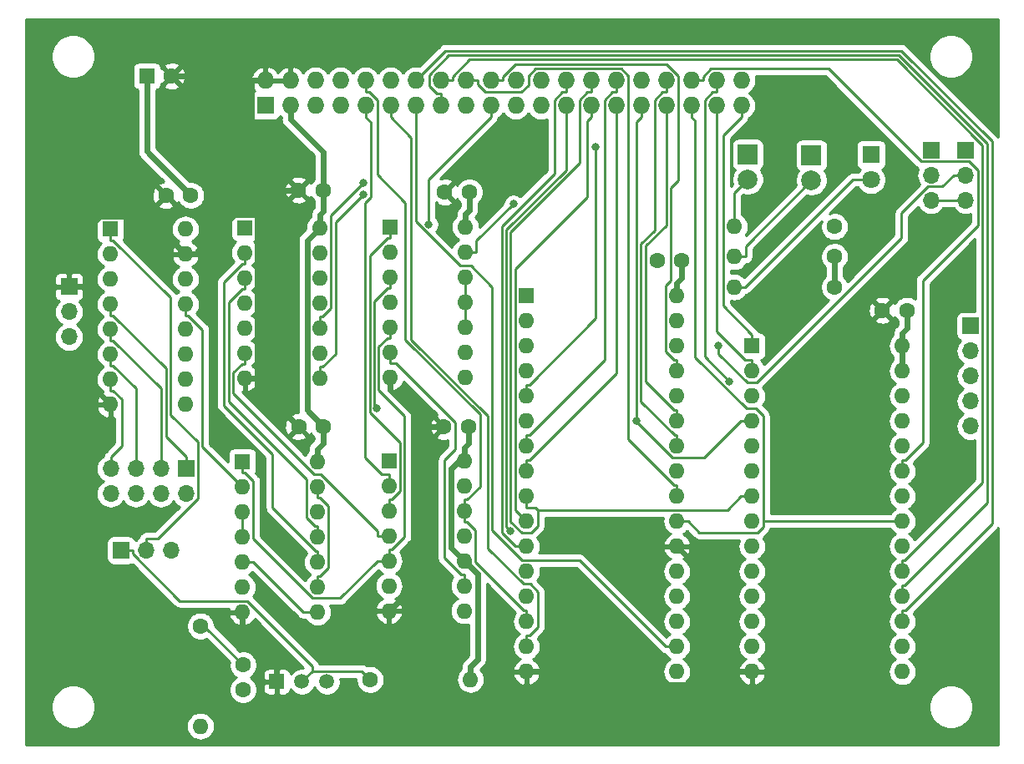
<source format=gbl>
G04 #@! TF.GenerationSoftware,KiCad,Pcbnew,(5.1.4-0-10_14)*
G04 #@! TF.CreationDate,2021-03-25T21:19:08+09:00*
G04 #@! TF.ProjectId,Z80-1MSRAM,5a38302d-314d-4535-9241-4d2e6b696361,rev?*
G04 #@! TF.SameCoordinates,Original*
G04 #@! TF.FileFunction,Copper,L2,Bot*
G04 #@! TF.FilePolarity,Positive*
%FSLAX46Y46*%
G04 Gerber Fmt 4.6, Leading zero omitted, Abs format (unit mm)*
G04 Created by KiCad (PCBNEW (5.1.4-0-10_14)) date 2021-03-25 21:19:08*
%MOMM*%
%LPD*%
G04 APERTURE LIST*
%ADD10O,1.700000X1.700000*%
%ADD11R,1.700000X1.700000*%
%ADD12C,1.600000*%
%ADD13C,1.500000*%
%ADD14R,1.500000X1.500000*%
%ADD15O,1.600000X1.600000*%
%ADD16R,1.800000X1.800000*%
%ADD17C,1.800000*%
%ADD18R,1.600000X1.600000*%
%ADD19R,1.727200X1.727200*%
%ADD20O,1.727200X1.727200*%
%ADD21R,2.000000X2.000000*%
%ADD22C,2.000000*%
%ADD23C,0.800000*%
%ADD24C,0.250000*%
%ADD25C,0.600000*%
%ADD26C,0.254000*%
G04 APERTURE END LIST*
D10*
X192500000Y-79080000D03*
X192500000Y-76540000D03*
D11*
X192500000Y-74000000D03*
D10*
X196000000Y-79080000D03*
X196000000Y-76540000D03*
D11*
X196000000Y-74000000D03*
D10*
X196500000Y-102000000D03*
X196500000Y-99460000D03*
X196500000Y-96920000D03*
X196500000Y-94380000D03*
D11*
X196500000Y-91840000D03*
X105120000Y-87860000D03*
D10*
X105120000Y-90400000D03*
X105120000Y-92940000D03*
D12*
X122761000Y-126220000D03*
X122761000Y-128720000D03*
D11*
X110387000Y-114590000D03*
D10*
X112927000Y-114590000D03*
X115467000Y-114590000D03*
D13*
X128700000Y-127910000D03*
X131240000Y-127910000D03*
D14*
X126160000Y-127910000D03*
D15*
X172558000Y-81776000D03*
D12*
X182718000Y-81776000D03*
X182718000Y-84824000D03*
D15*
X172558000Y-84824000D03*
X118420000Y-132420000D03*
D12*
X118420000Y-122260000D03*
X135640000Y-127690000D03*
D15*
X145800000Y-127690000D03*
D11*
X116964000Y-106305000D03*
D10*
X116964000Y-108845000D03*
X114424000Y-106305000D03*
X114424000Y-108845000D03*
X111884000Y-106305000D03*
X111884000Y-108845000D03*
X109344000Y-106305000D03*
X109344000Y-108845000D03*
D16*
X186410000Y-74470000D03*
D17*
X186410000Y-77010000D03*
D18*
X137534000Y-105490000D03*
D15*
X145154000Y-120730000D03*
X137534000Y-108030000D03*
X145154000Y-118190000D03*
X137534000Y-110570000D03*
X145154000Y-115650000D03*
X137534000Y-113110000D03*
X145154000Y-113110000D03*
X137534000Y-115650000D03*
X145154000Y-110570000D03*
X137534000Y-118190000D03*
X145154000Y-108030000D03*
X137534000Y-120730000D03*
X145154000Y-105490000D03*
D12*
X182690000Y-87900000D03*
D15*
X172530000Y-87900000D03*
D18*
X174340000Y-93875000D03*
D15*
X189580000Y-126895000D03*
X174340000Y-96415000D03*
X189580000Y-124355000D03*
X174340000Y-98955000D03*
X189580000Y-121815000D03*
X174340000Y-101495000D03*
X189580000Y-119275000D03*
X174340000Y-104035000D03*
X189580000Y-116735000D03*
X174340000Y-106575000D03*
X189580000Y-114195000D03*
X174340000Y-109115000D03*
X189580000Y-111655000D03*
X174340000Y-111655000D03*
X189580000Y-109115000D03*
X174340000Y-114195000D03*
X189580000Y-106575000D03*
X174340000Y-116735000D03*
X189580000Y-104035000D03*
X174340000Y-119275000D03*
X189580000Y-101495000D03*
X174340000Y-121815000D03*
X189580000Y-98955000D03*
X174340000Y-124355000D03*
X189580000Y-96415000D03*
X174340000Y-126895000D03*
X189580000Y-93875000D03*
D19*
X125000000Y-69500000D03*
D20*
X125000000Y-66960000D03*
X127540000Y-69500000D03*
X127540000Y-66960000D03*
X130080000Y-69500000D03*
X130080000Y-66960000D03*
X132620000Y-69500000D03*
X132620000Y-66960000D03*
X135160000Y-69500000D03*
X135160000Y-66960000D03*
X137700000Y-69500000D03*
X137700000Y-66960000D03*
X140240000Y-69500000D03*
X140240000Y-66960000D03*
X142780000Y-69500000D03*
X142780000Y-66960000D03*
X145320000Y-69500000D03*
X145320000Y-66960000D03*
X147860000Y-69500000D03*
X147860000Y-66960000D03*
X150400000Y-69500000D03*
X150400000Y-66960000D03*
X152940000Y-69500000D03*
X152940000Y-66960000D03*
X155480000Y-69500000D03*
X155480000Y-66960000D03*
X158020000Y-69500000D03*
X158020000Y-66960000D03*
X160560000Y-69500000D03*
X160560000Y-66960000D03*
X163100000Y-69500000D03*
X163100000Y-66960000D03*
X165640000Y-69500000D03*
X165640000Y-66960000D03*
X168180000Y-69500000D03*
X168180000Y-66960000D03*
X170720000Y-69500000D03*
X170720000Y-66960000D03*
X173260000Y-69500000D03*
X173260000Y-66960000D03*
D21*
X173910000Y-74442000D03*
D22*
X173910000Y-76982000D03*
D21*
X180360000Y-74522000D03*
D22*
X180360000Y-77062000D03*
D18*
X137660000Y-81805000D03*
D15*
X145280000Y-97045000D03*
X137660000Y-84345000D03*
X145280000Y-94505000D03*
X137660000Y-86885000D03*
X145280000Y-91965000D03*
X137660000Y-89425000D03*
X145280000Y-89425000D03*
X137660000Y-91965000D03*
X145280000Y-86885000D03*
X137660000Y-94505000D03*
X145280000Y-84345000D03*
X137660000Y-97045000D03*
X145280000Y-81805000D03*
D18*
X109290000Y-82020000D03*
D15*
X116910000Y-99800000D03*
X109290000Y-84560000D03*
X116910000Y-97260000D03*
X109290000Y-87100000D03*
X116910000Y-94720000D03*
X109290000Y-89640000D03*
X116910000Y-92180000D03*
X109290000Y-92180000D03*
X116910000Y-89640000D03*
X109290000Y-94720000D03*
X116910000Y-87100000D03*
X109290000Y-97260000D03*
X116910000Y-84560000D03*
X109290000Y-99800000D03*
X116910000Y-82020000D03*
D18*
X122928000Y-81868500D03*
D15*
X130548000Y-97108500D03*
X122928000Y-84408500D03*
X130548000Y-94568500D03*
X122928000Y-86948500D03*
X130548000Y-92028500D03*
X122928000Y-89488500D03*
X130548000Y-89488500D03*
X122928000Y-92028500D03*
X130548000Y-86948500D03*
X122928000Y-94568500D03*
X130548000Y-84408500D03*
X122928000Y-97108500D03*
X130548000Y-81868500D03*
D18*
X122674000Y-105618000D03*
D15*
X130294000Y-120858000D03*
X122674000Y-108158000D03*
X130294000Y-118318000D03*
X122674000Y-110698000D03*
X130294000Y-115778000D03*
X122674000Y-113238000D03*
X130294000Y-113238000D03*
X122674000Y-115778000D03*
X130294000Y-110698000D03*
X122674000Y-118318000D03*
X130294000Y-108158000D03*
X122674000Y-120858000D03*
X130294000Y-105618000D03*
D18*
X151480000Y-88795000D03*
D15*
X166720000Y-126895000D03*
X151480000Y-91335000D03*
X166720000Y-124355000D03*
X151480000Y-93875000D03*
X166720000Y-121815000D03*
X151480000Y-96415000D03*
X166720000Y-119275000D03*
X151480000Y-98955000D03*
X166720000Y-116735000D03*
X151480000Y-101495000D03*
X166720000Y-114195000D03*
X151480000Y-104035000D03*
X166720000Y-111655000D03*
X151480000Y-106575000D03*
X166720000Y-109115000D03*
X151480000Y-109115000D03*
X166720000Y-106575000D03*
X151480000Y-111655000D03*
X166720000Y-104035000D03*
X151480000Y-114195000D03*
X166720000Y-101495000D03*
X151480000Y-116735000D03*
X166720000Y-98955000D03*
X151480000Y-119275000D03*
X166720000Y-96415000D03*
X151480000Y-121815000D03*
X166720000Y-93875000D03*
X151480000Y-124355000D03*
X166720000Y-91335000D03*
X151480000Y-126895000D03*
X166720000Y-88795000D03*
D12*
X145690000Y-78270000D03*
X143190000Y-78270000D03*
X145598000Y-102062000D03*
X143098000Y-102062000D03*
X117450000Y-78610000D03*
X114950000Y-78610000D03*
X130866000Y-78058500D03*
X128366000Y-78058500D03*
X130880000Y-102050000D03*
X128380000Y-102050000D03*
X167230000Y-85200000D03*
X164730000Y-85200000D03*
X190060000Y-90250000D03*
X187560000Y-90250000D03*
D18*
X113000000Y-66500000D03*
D12*
X115500000Y-66500000D03*
D23*
X134946500Y-77349900D03*
X134942600Y-78526000D03*
X178000000Y-87500000D03*
X178500000Y-69500000D03*
X192000000Y-106500000D03*
X141570000Y-81555600D03*
X149835200Y-112668800D03*
X162642100Y-101495000D03*
X172037400Y-97471200D03*
X136332900Y-100210200D03*
X158520400Y-73725800D03*
X150147500Y-79477500D03*
X170948400Y-93875000D03*
D24*
X130548000Y-92028500D02*
X130548000Y-90903200D01*
X130548000Y-90903200D02*
X130829400Y-90903200D01*
X130829400Y-90903200D02*
X131673300Y-90059300D01*
X131673300Y-90059300D02*
X131673300Y-80623100D01*
X131673300Y-80623100D02*
X134946500Y-77349900D01*
X173910000Y-76982000D02*
X172558000Y-78334000D01*
X172558000Y-78334000D02*
X172558000Y-81776000D01*
X130548000Y-95983200D02*
X130829300Y-95983200D01*
X130829300Y-95983200D02*
X132123700Y-94688800D01*
X132123700Y-94688800D02*
X132123700Y-81344900D01*
X132123700Y-81344900D02*
X134942600Y-78526000D01*
X130548000Y-97108500D02*
X130548000Y-95983200D01*
X172558000Y-84824000D02*
X173683300Y-84824000D01*
X180360000Y-77062000D02*
X173683300Y-83738700D01*
X173683300Y-83738700D02*
X173683300Y-84824000D01*
D25*
X145154000Y-105004200D02*
X143848300Y-106309900D01*
X143848300Y-106309900D02*
X143848300Y-114344300D01*
X143848300Y-114344300D02*
X145154000Y-115650000D01*
X145154000Y-104839800D02*
X145154000Y-104189700D01*
X145154000Y-105490000D02*
X145154000Y-105004200D01*
X145154000Y-104839800D02*
X145154000Y-105004200D01*
X145154000Y-104189700D02*
X145598000Y-103745700D01*
X145598000Y-103745700D02*
X145598000Y-102062000D01*
X113000000Y-66500000D02*
X113000000Y-74160000D01*
X113000000Y-74160000D02*
X117450000Y-78610000D01*
X145280000Y-81805000D02*
X145280000Y-80504700D01*
X145280000Y-80504700D02*
X145690000Y-80094700D01*
X145690000Y-80094700D02*
X145690000Y-78270000D01*
X130548000Y-81868500D02*
X130548000Y-80568200D01*
X130866000Y-78058500D02*
X130866000Y-80250200D01*
X130866000Y-80250200D02*
X130548000Y-80568200D01*
X127540000Y-70863900D02*
X130866000Y-74189900D01*
X130866000Y-74189900D02*
X130866000Y-78058500D01*
X145800000Y-127690000D02*
X145800000Y-126389700D01*
X145154000Y-115650000D02*
X146504200Y-117000200D01*
X146504200Y-117000200D02*
X146504200Y-125685500D01*
X146504200Y-125685500D02*
X145800000Y-126389700D01*
X130548000Y-81868500D02*
X129236900Y-83179600D01*
X129236900Y-83179600D02*
X129236900Y-100406900D01*
X129236900Y-100406900D02*
X130880000Y-102050000D01*
X189580000Y-93875000D02*
X189580000Y-92574700D01*
X189580000Y-92574700D02*
X190060000Y-92094700D01*
X190060000Y-92094700D02*
X190060000Y-90250000D01*
X189580000Y-93875000D02*
X189580000Y-96415000D01*
X166720000Y-88795000D02*
X166720000Y-87494700D01*
X182690000Y-87900000D02*
X182718000Y-87872000D01*
X182718000Y-87872000D02*
X182718000Y-84824000D01*
X127540000Y-69500000D02*
X127540000Y-70863900D01*
X130294000Y-105618000D02*
X130294000Y-104317700D01*
X130880000Y-102050000D02*
X130880000Y-103731700D01*
X130880000Y-103731700D02*
X130294000Y-104317700D01*
X167230000Y-85200000D02*
X167230000Y-86984700D01*
X167230000Y-86984700D02*
X166720000Y-87494700D01*
X122674000Y-120858000D02*
X122674000Y-122158300D01*
X122674000Y-122158300D02*
X126160000Y-125644300D01*
X126160000Y-125644300D02*
X126160000Y-127910000D01*
X113629300Y-80717400D02*
X113629300Y-81279300D01*
X113629300Y-81279300D02*
X116910000Y-84560000D01*
X114950000Y-78610000D02*
X113629300Y-79930700D01*
X113629300Y-79930700D02*
X113629300Y-80717400D01*
X106813700Y-87860000D02*
X106813700Y-82177100D01*
X106813700Y-82177100D02*
X108273400Y-80717400D01*
X108273400Y-80717400D02*
X113629300Y-80717400D01*
X124228300Y-80554300D02*
X124228300Y-97108500D01*
X126088400Y-78058500D02*
X126088400Y-78694200D01*
X126088400Y-78694200D02*
X124228300Y-80554300D01*
X124228300Y-80554300D02*
X121890900Y-80554300D01*
X121890900Y-80554300D02*
X118210300Y-84234900D01*
X118210300Y-84234900D02*
X118210300Y-84560000D01*
X116910000Y-84560000D02*
X118210300Y-84560000D01*
X170530000Y-125655400D02*
X171800100Y-125655400D01*
X171800100Y-125655400D02*
X173039700Y-126895000D01*
X166720000Y-114195000D02*
X170530000Y-118005000D01*
X170530000Y-118005000D02*
X170530000Y-125655400D01*
X152780300Y-126895000D02*
X154080600Y-128195300D01*
X154080600Y-128195300D02*
X167990100Y-128195300D01*
X167990100Y-128195300D02*
X170530000Y-125655400D01*
X174340000Y-126895000D02*
X173039700Y-126895000D01*
X151480000Y-126895000D02*
X152780300Y-126895000D01*
X123636100Y-66960000D02*
X123636100Y-75606200D01*
X123636100Y-75606200D02*
X126088400Y-78058500D01*
X126088400Y-78058500D02*
X128366000Y-78058500D01*
X123836200Y-66960000D02*
X123636100Y-66960000D01*
X123636100Y-66960000D02*
X123176100Y-66500000D01*
X123176100Y-66500000D02*
X115500000Y-66500000D01*
X137660000Y-97045000D02*
X137660000Y-98345300D01*
X141324300Y-102062000D02*
X141324300Y-116939700D01*
X141324300Y-116939700D02*
X137534000Y-120730000D01*
X137660000Y-98345300D02*
X141324300Y-102009600D01*
X141324300Y-102009600D02*
X141324300Y-102062000D01*
X141324300Y-102062000D02*
X143098000Y-102062000D01*
X106813700Y-87860000D02*
X106813700Y-97323700D01*
X106813700Y-97323700D02*
X109290000Y-99800000D01*
X106470300Y-87860000D02*
X106813700Y-87860000D01*
X105120000Y-87860000D02*
X106470300Y-87860000D01*
X124228300Y-97108500D02*
X124228300Y-97898300D01*
X124228300Y-97898300D02*
X128380000Y-102050000D01*
X124028200Y-97108500D02*
X124228300Y-97108500D01*
X122928000Y-97108500D02*
X124028200Y-97108500D01*
X125000000Y-66960000D02*
X123836200Y-66960000D01*
D24*
X137534000Y-106904700D02*
X136830700Y-106904700D01*
X136830700Y-106904700D02*
X135108900Y-105182900D01*
X135108900Y-105182900D02*
X135108900Y-79385500D01*
X135108900Y-79385500D02*
X135685700Y-78808700D01*
X135685700Y-78808700D02*
X135685700Y-71214600D01*
X135685700Y-71214600D02*
X135160000Y-70688900D01*
X135160000Y-69500000D02*
X135160000Y-70688900D01*
X137534000Y-108030000D02*
X137534000Y-106904700D01*
X135160000Y-68148900D02*
X135531600Y-68148900D01*
X135531600Y-68148900D02*
X136348900Y-68966200D01*
X136348900Y-68966200D02*
X136348900Y-76525700D01*
X136348900Y-76525700D02*
X139205400Y-79382200D01*
X139205400Y-79382200D02*
X139205400Y-93263900D01*
X139205400Y-93263900D02*
X146757000Y-100815500D01*
X146757000Y-100815500D02*
X146757000Y-108123000D01*
X146757000Y-108123000D02*
X145435300Y-109444700D01*
X145435300Y-109444700D02*
X145154000Y-109444700D01*
X145154000Y-110570000D02*
X145154000Y-109444700D01*
X135160000Y-66960000D02*
X135160000Y-68148900D01*
X145154000Y-110570000D02*
X145154000Y-111695300D01*
X151480000Y-121815000D02*
X151480000Y-120689700D01*
X151480000Y-120689700D02*
X151198600Y-120689700D01*
X151198600Y-120689700D02*
X146279300Y-115770400D01*
X146279300Y-115770400D02*
X146279300Y-112539200D01*
X146279300Y-112539200D02*
X145435400Y-111695300D01*
X145435400Y-111695300D02*
X145154000Y-111695300D01*
X137700000Y-69500000D02*
X137700000Y-70688900D01*
X151480000Y-124355000D02*
X151480000Y-123229700D01*
X151480000Y-123229700D02*
X151761300Y-123229700D01*
X151761300Y-123229700D02*
X152624200Y-122366800D01*
X152624200Y-122366800D02*
X152624200Y-118792800D01*
X152624200Y-118792800D02*
X151836400Y-118005000D01*
X151836400Y-118005000D02*
X151155200Y-118005000D01*
X151155200Y-118005000D02*
X147539100Y-114388900D01*
X147539100Y-114388900D02*
X147539100Y-100960700D01*
X147539100Y-100960700D02*
X139789600Y-93211200D01*
X139789600Y-93211200D02*
X139789600Y-72778500D01*
X139789600Y-72778500D02*
X137700000Y-70688900D01*
X140240000Y-70688900D02*
X140240000Y-81251300D01*
X140240000Y-81251300D02*
X144748300Y-85759600D01*
X144748300Y-85759600D02*
X145831800Y-85759600D01*
X145831800Y-85759600D02*
X147989500Y-87917300D01*
X147989500Y-87917300D02*
X147989500Y-112564900D01*
X147989500Y-112564900D02*
X151034200Y-115609600D01*
X151034200Y-115609600D02*
X156849300Y-115609600D01*
X156849300Y-115609600D02*
X165594700Y-124355000D01*
X140240000Y-69500000D02*
X140240000Y-70688900D01*
X166720000Y-124355000D02*
X165594700Y-124355000D01*
X189580000Y-121815000D02*
X189580000Y-120689700D01*
X189580000Y-120689700D02*
X189861300Y-120689700D01*
X189861300Y-120689700D02*
X198671800Y-111879200D01*
X198671800Y-111879200D02*
X198671800Y-73141400D01*
X198671800Y-73141400D02*
X189471700Y-63941300D01*
X189471700Y-63941300D02*
X143258700Y-63941300D01*
X143258700Y-63941300D02*
X140240000Y-66960000D01*
X142780000Y-68311100D02*
X142408400Y-68311100D01*
X142408400Y-68311100D02*
X141591100Y-67493800D01*
X141591100Y-67493800D02*
X141591100Y-66413900D01*
X141591100Y-66413900D02*
X143613300Y-64391700D01*
X143613300Y-64391700D02*
X189231200Y-64391700D01*
X189231200Y-64391700D02*
X198182900Y-73343400D01*
X198182900Y-73343400D02*
X198182900Y-109804000D01*
X198182900Y-109804000D02*
X189837200Y-118149700D01*
X189837200Y-118149700D02*
X189580000Y-118149700D01*
X142780000Y-69500000D02*
X142780000Y-68311100D01*
X189580000Y-119275000D02*
X189580000Y-118149700D01*
X143968900Y-66960000D02*
X143968900Y-66588500D01*
X143968900Y-66588500D02*
X145715400Y-64842000D01*
X145715400Y-64842000D02*
X189006000Y-64842000D01*
X189006000Y-64842000D02*
X197712200Y-73548200D01*
X197712200Y-73548200D02*
X197712200Y-107688500D01*
X197712200Y-107688500D02*
X189791000Y-115609700D01*
X189791000Y-115609700D02*
X189580000Y-115609700D01*
X142780000Y-66960000D02*
X143968900Y-66960000D01*
X189580000Y-116735000D02*
X189580000Y-115609700D01*
X146508900Y-66960000D02*
X146508900Y-67331500D01*
X146508900Y-67331500D02*
X147326400Y-68149000D01*
X147326400Y-68149000D02*
X150914300Y-68149000D01*
X150914300Y-68149000D02*
X151670000Y-67393300D01*
X151670000Y-67393300D02*
X151670000Y-66475000D01*
X151670000Y-66475000D02*
X152384100Y-65760900D01*
X152384100Y-65760900D02*
X161077500Y-65760900D01*
X161077500Y-65760900D02*
X161800000Y-66483400D01*
X161800000Y-66483400D02*
X161800000Y-103351000D01*
X161800000Y-103351000D02*
X166438700Y-107989700D01*
X166438700Y-107989700D02*
X166720000Y-107989700D01*
X166720000Y-109115000D02*
X166720000Y-107989700D01*
X145320000Y-66960000D02*
X146508900Y-66960000D01*
X147860000Y-69500000D02*
X147860000Y-70688900D01*
X141570000Y-81555600D02*
X141570000Y-76978900D01*
X141570000Y-76978900D02*
X147860000Y-70688900D01*
X147860000Y-66960000D02*
X149048900Y-66960000D01*
X166720000Y-96415000D02*
X166720000Y-95289700D01*
X166720000Y-95289700D02*
X166438700Y-95289700D01*
X166438700Y-95289700D02*
X165553400Y-94404400D01*
X165553400Y-94404400D02*
X165553400Y-87776900D01*
X165553400Y-87776900D02*
X166090400Y-87239900D01*
X166090400Y-87239900D02*
X166090400Y-77869900D01*
X166090400Y-77869900D02*
X166858800Y-77101500D01*
X166858800Y-77101500D02*
X166858800Y-66466100D01*
X166858800Y-66466100D02*
X165685100Y-65292400D01*
X165685100Y-65292400D02*
X150345000Y-65292400D01*
X150345000Y-65292400D02*
X149048900Y-66588500D01*
X149048900Y-66588500D02*
X149048900Y-66960000D01*
X149835200Y-112668800D02*
X149417300Y-112250900D01*
X149417300Y-112250900D02*
X149417300Y-82112600D01*
X149417300Y-82112600D02*
X155480000Y-76049900D01*
X155480000Y-76049900D02*
X155480000Y-69500000D01*
X150354700Y-114195000D02*
X150335600Y-114195000D01*
X150335600Y-114195000D02*
X148967000Y-112826400D01*
X148967000Y-112826400D02*
X148967000Y-81706200D01*
X148967000Y-81706200D02*
X154291100Y-76382100D01*
X154291100Y-76382100D02*
X154291100Y-68966200D01*
X154291100Y-68966200D02*
X155108400Y-68148900D01*
X155108400Y-68148900D02*
X155480000Y-68148900D01*
X151480000Y-114195000D02*
X150354700Y-114195000D01*
X155480000Y-66960000D02*
X155480000Y-68148900D01*
X158020000Y-69500000D02*
X158020000Y-70688900D01*
X158020000Y-70688900D02*
X157630100Y-71078800D01*
X157630100Y-71078800D02*
X157630100Y-78795100D01*
X157630100Y-78795100D02*
X150354600Y-86070600D01*
X150354600Y-86070600D02*
X150354600Y-110529600D01*
X150354600Y-110529600D02*
X151480000Y-111655000D01*
X152605300Y-110497600D02*
X152605300Y-112159100D01*
X152605300Y-112159100D02*
X151970400Y-112794000D01*
X151970400Y-112794000D02*
X150986300Y-112794000D01*
X150986300Y-112794000D02*
X149867600Y-111675300D01*
X149867600Y-111675300D02*
X149867600Y-82299200D01*
X149867600Y-82299200D02*
X156831100Y-75335700D01*
X156831100Y-75335700D02*
X156831100Y-68966200D01*
X156831100Y-68966200D02*
X157648400Y-68148900D01*
X157648400Y-68148900D02*
X158020000Y-68148900D01*
X152605300Y-110497600D02*
X171832100Y-110497600D01*
X171832100Y-110497600D02*
X173214700Y-109115000D01*
X151480000Y-110240300D02*
X152348000Y-110240300D01*
X152348000Y-110240300D02*
X152605300Y-110497600D01*
X174340000Y-109115000D02*
X173214700Y-109115000D01*
X151480000Y-109115000D02*
X151480000Y-110240300D01*
X158020000Y-66960000D02*
X158020000Y-68148900D01*
X151480000Y-106575000D02*
X151480000Y-105449700D01*
X151480000Y-105449700D02*
X151761300Y-105449700D01*
X151761300Y-105449700D02*
X160560000Y-96651000D01*
X160560000Y-96651000D02*
X160560000Y-69500000D01*
X160560000Y-68148900D02*
X160188400Y-68148900D01*
X160188400Y-68148900D02*
X159371100Y-68966200D01*
X159371100Y-68966200D02*
X159371100Y-95299900D01*
X159371100Y-95299900D02*
X151761300Y-102909700D01*
X151761300Y-102909700D02*
X151480000Y-102909700D01*
X160560000Y-66960000D02*
X160560000Y-68148900D01*
X151480000Y-104035000D02*
X151480000Y-102909700D01*
X163100000Y-70688900D02*
X162642100Y-71146800D01*
X162642100Y-71146800D02*
X162642100Y-101495000D01*
X162642100Y-101495000D02*
X162642100Y-101551700D01*
X162642100Y-101551700D02*
X166286900Y-105196500D01*
X166286900Y-105196500D02*
X169513200Y-105196500D01*
X169513200Y-105196500D02*
X173214700Y-101495000D01*
X174340000Y-101495000D02*
X173214700Y-101495000D01*
X163100000Y-69500000D02*
X163100000Y-70688900D01*
X165640000Y-70688900D02*
X165640000Y-81624300D01*
X165640000Y-81624300D02*
X163568100Y-83696200D01*
X163568100Y-83696200D02*
X163568100Y-97499100D01*
X163568100Y-97499100D02*
X166438700Y-100369700D01*
X166438700Y-100369700D02*
X166720000Y-100369700D01*
X165640000Y-69500000D02*
X165640000Y-70688900D01*
X166720000Y-101495000D02*
X166720000Y-100369700D01*
X166720000Y-102909700D02*
X166517700Y-102909700D01*
X166517700Y-102909700D02*
X163092500Y-99484500D01*
X163092500Y-99484500D02*
X163092500Y-83534800D01*
X163092500Y-83534800D02*
X164451100Y-82176200D01*
X164451100Y-82176200D02*
X164451100Y-68966200D01*
X164451100Y-68966200D02*
X165268400Y-68148900D01*
X165268400Y-68148900D02*
X165640000Y-68148900D01*
X165640000Y-66960000D02*
X165640000Y-68148900D01*
X166720000Y-104035000D02*
X166720000Y-102909700D01*
X168180000Y-70688900D02*
X168542000Y-71050900D01*
X168542000Y-71050900D02*
X168542000Y-95001500D01*
X168542000Y-95001500D02*
X173765500Y-100225000D01*
X173765500Y-100225000D02*
X174729000Y-100225000D01*
X174729000Y-100225000D02*
X175465300Y-100961300D01*
X175465300Y-100961300D02*
X175465300Y-111655000D01*
X175465300Y-111655000D02*
X175465300Y-112217700D01*
X175465300Y-112217700D02*
X174902700Y-112780300D01*
X174902700Y-112780300D02*
X168970600Y-112780300D01*
X168970600Y-112780300D02*
X167845300Y-111655000D01*
X175465300Y-111655000D02*
X188454700Y-111655000D01*
X168180000Y-69500000D02*
X168180000Y-70688900D01*
X189580000Y-111655000D02*
X188454700Y-111655000D01*
X166720000Y-111655000D02*
X167845300Y-111655000D01*
X168180000Y-66960000D02*
X169368900Y-66960000D01*
X189580000Y-106575000D02*
X189580000Y-105449700D01*
X189580000Y-105449700D02*
X189861300Y-105449700D01*
X189861300Y-105449700D02*
X191638400Y-103672600D01*
X191638400Y-103672600D02*
X191638400Y-87226600D01*
X191638400Y-87226600D02*
X197225000Y-81640000D01*
X197225000Y-81640000D02*
X197225000Y-76099600D01*
X197225000Y-76099600D02*
X196300800Y-75175400D01*
X196300800Y-75175400D02*
X191507900Y-75175400D01*
X191507900Y-75175400D02*
X182099800Y-65767300D01*
X182099800Y-65767300D02*
X170192100Y-65767300D01*
X170192100Y-65767300D02*
X169368900Y-66590500D01*
X169368900Y-66590500D02*
X169368900Y-66960000D01*
X170720000Y-69500000D02*
X170720000Y-70688900D01*
X174340000Y-96415000D02*
X174340000Y-95289700D01*
X174340000Y-95289700D02*
X173636700Y-95289700D01*
X173636700Y-95289700D02*
X170720000Y-92373000D01*
X170720000Y-92373000D02*
X170720000Y-70688900D01*
X170720000Y-66960000D02*
X170720000Y-68148900D01*
X172037400Y-97471200D02*
X169531100Y-94964900D01*
X169531100Y-94964900D02*
X169531100Y-68966200D01*
X169531100Y-68966200D02*
X170348400Y-68148900D01*
X170348400Y-68148900D02*
X170720000Y-68148900D01*
X173260000Y-69500000D02*
X173260000Y-70688900D01*
X174340000Y-93875000D02*
X174340000Y-92749700D01*
X174340000Y-92749700D02*
X171404700Y-89814400D01*
X171404700Y-89814400D02*
X171404700Y-72544200D01*
X171404700Y-72544200D02*
X173260000Y-70688900D01*
X116910000Y-89640000D02*
X116910000Y-90765300D01*
X116910000Y-90765300D02*
X117191300Y-90765300D01*
X117191300Y-90765300D02*
X118639500Y-92213500D01*
X118639500Y-92213500D02*
X118639500Y-104123500D01*
X118639500Y-104123500D02*
X122674000Y-108158000D01*
X130294000Y-118318000D02*
X130294000Y-117192700D01*
X130294000Y-108158000D02*
X130294000Y-109283300D01*
X130294000Y-109283300D02*
X130575300Y-109283300D01*
X130575300Y-109283300D02*
X131419300Y-110127300D01*
X131419300Y-110127300D02*
X131419300Y-116348800D01*
X131419300Y-116348800D02*
X130575400Y-117192700D01*
X130575400Y-117192700D02*
X130294000Y-117192700D01*
X137660000Y-82930300D02*
X137378700Y-82930300D01*
X137378700Y-82930300D02*
X135598100Y-84710900D01*
X135598100Y-84710900D02*
X135598100Y-100641400D01*
X135598100Y-100641400D02*
X138659300Y-103702600D01*
X138659300Y-103702600D02*
X138659300Y-108600800D01*
X138659300Y-108600800D02*
X137815400Y-109444700D01*
X137815400Y-109444700D02*
X137534000Y-109444700D01*
X137534000Y-110570000D02*
X137534000Y-109444700D01*
X137660000Y-81805000D02*
X137660000Y-82930300D01*
X137660000Y-94505000D02*
X137660000Y-95630300D01*
X145154000Y-118190000D02*
X145154000Y-117064700D01*
X145154000Y-117064700D02*
X144872700Y-117064700D01*
X144872700Y-117064700D02*
X143193100Y-115385100D01*
X143193100Y-115385100D02*
X143193100Y-105421200D01*
X143193100Y-105421200D02*
X144275800Y-104338500D01*
X144275800Y-104338500D02*
X144275800Y-101630700D01*
X144275800Y-101630700D02*
X138275400Y-95630300D01*
X138275400Y-95630300D02*
X137660000Y-95630300D01*
X122674000Y-105618000D02*
X122674000Y-106743300D01*
X137534000Y-115650000D02*
X137534000Y-114524700D01*
X137660000Y-91965000D02*
X137660000Y-93090300D01*
X137660000Y-93090300D02*
X137378700Y-93090300D01*
X137378700Y-93090300D02*
X136505700Y-93963300D01*
X136505700Y-93963300D02*
X136505700Y-98321500D01*
X136505700Y-98321500D02*
X139123800Y-100939600D01*
X139123800Y-100939600D02*
X139123800Y-113216200D01*
X139123800Y-113216200D02*
X137815300Y-114524700D01*
X137815300Y-114524700D02*
X137534000Y-114524700D01*
X137534000Y-115650000D02*
X136408700Y-115650000D01*
X122674000Y-106743300D02*
X122955400Y-106743300D01*
X122955400Y-106743300D02*
X123799300Y-107587200D01*
X123799300Y-107587200D02*
X123799300Y-113430900D01*
X123799300Y-113430900D02*
X129816700Y-119448300D01*
X129816700Y-119448300D02*
X132610400Y-119448300D01*
X132610400Y-119448300D02*
X136408700Y-115650000D01*
X122928000Y-85533800D02*
X122646700Y-85533800D01*
X122646700Y-85533800D02*
X120807600Y-87372900D01*
X120807600Y-87372900D02*
X120807600Y-99915100D01*
X120807600Y-99915100D02*
X125742400Y-104849900D01*
X125742400Y-104849900D02*
X125742400Y-110277900D01*
X125742400Y-110277900D02*
X130117200Y-114652700D01*
X130117200Y-114652700D02*
X130294000Y-114652700D01*
X122928000Y-84408500D02*
X122928000Y-85533800D01*
X130294000Y-115778000D02*
X130294000Y-114652700D01*
X122928000Y-86948500D02*
X122928000Y-88073800D01*
X130294000Y-113238000D02*
X130294000Y-112112700D01*
X130294000Y-112112700D02*
X130012600Y-112112700D01*
X130012600Y-112112700D02*
X129168700Y-111268800D01*
X129168700Y-111268800D02*
X129168700Y-107408500D01*
X129168700Y-107408500D02*
X121274200Y-99514000D01*
X121274200Y-99514000D02*
X121274200Y-89446300D01*
X121274200Y-89446300D02*
X122646700Y-88073800D01*
X122646700Y-88073800D02*
X122928000Y-88073800D01*
X122674000Y-115778000D02*
X123799300Y-115778000D01*
X123799300Y-115778000D02*
X128879300Y-120858000D01*
X128879300Y-120858000D02*
X130294000Y-120858000D01*
X122674000Y-113238000D02*
X122674000Y-110698000D01*
X172530000Y-87900000D02*
X173655300Y-87900000D01*
X186410000Y-77010000D02*
X184545300Y-77010000D01*
X184545300Y-77010000D02*
X173655300Y-87900000D01*
X122928000Y-95693800D02*
X122646700Y-95693800D01*
X122646700Y-95693800D02*
X121747700Y-96592800D01*
X121747700Y-96592800D02*
X121747700Y-98669300D01*
X121747700Y-98669300D02*
X129966400Y-106888000D01*
X129966400Y-106888000D02*
X130658000Y-106888000D01*
X130658000Y-106888000D02*
X136408600Y-112638600D01*
X136408600Y-112638600D02*
X136408600Y-113110000D01*
X136408600Y-113110000D02*
X136408700Y-113110000D01*
X137534000Y-113110000D02*
X136408700Y-113110000D01*
X122928000Y-94568500D02*
X122928000Y-95693800D01*
X109290000Y-90765300D02*
X109571300Y-90765300D01*
X109571300Y-90765300D02*
X114928500Y-96122500D01*
X114928500Y-96122500D02*
X114928500Y-103094200D01*
X114928500Y-103094200D02*
X116964000Y-105129700D01*
X116964000Y-106305000D02*
X116964000Y-105129700D01*
X109290000Y-89640000D02*
X109290000Y-90765300D01*
X109290000Y-93305300D02*
X109571300Y-93305300D01*
X109571300Y-93305300D02*
X114424000Y-98158000D01*
X114424000Y-98158000D02*
X114424000Y-106305000D01*
X109290000Y-92180000D02*
X109290000Y-93305300D01*
X109290000Y-94720000D02*
X109290000Y-95845300D01*
X109290000Y-95845300D02*
X109571300Y-95845300D01*
X109571300Y-95845300D02*
X111884000Y-98158000D01*
X111884000Y-98158000D02*
X111884000Y-106305000D01*
X109344000Y-106305000D02*
X109344000Y-105129700D01*
X109290000Y-97260000D02*
X109290000Y-98385300D01*
X109290000Y-98385300D02*
X109571300Y-98385300D01*
X109571300Y-98385300D02*
X110452600Y-99266600D01*
X110452600Y-99266600D02*
X110452600Y-104021100D01*
X110452600Y-104021100D02*
X109344000Y-105129700D01*
X137660000Y-86885000D02*
X137660000Y-88010300D01*
X137660000Y-88010300D02*
X137378700Y-88010300D01*
X137378700Y-88010300D02*
X136048500Y-89340500D01*
X136048500Y-89340500D02*
X136048500Y-99925800D01*
X136048500Y-99925800D02*
X136332900Y-100210200D01*
X145280000Y-89425000D02*
X145280000Y-91965000D01*
X145280000Y-86885000D02*
X145280000Y-89425000D01*
X129779000Y-126831000D02*
X128700000Y-127910000D01*
X135640000Y-127690000D02*
X134781000Y-126831000D01*
X134781000Y-126831000D02*
X129779000Y-126831000D01*
X129779000Y-126831000D02*
X129779000Y-126362100D01*
X129779000Y-126362100D02*
X123134000Y-119717100D01*
X123134000Y-119717100D02*
X116322100Y-119717100D01*
X116322100Y-119717100D02*
X111562300Y-114957300D01*
X111562300Y-114957300D02*
X111562300Y-114590000D01*
X110387000Y-114590000D02*
X111562300Y-114590000D01*
X151480000Y-97829700D02*
X151761300Y-97829700D01*
X151761300Y-97829700D02*
X158520400Y-91070600D01*
X158520400Y-91070600D02*
X158520400Y-73725800D01*
X151480000Y-98955000D02*
X151480000Y-97829700D01*
X112927000Y-114590000D02*
X112927000Y-113414700D01*
X109290000Y-82020000D02*
X109290000Y-83145300D01*
X109290000Y-83145300D02*
X109571300Y-83145300D01*
X109571300Y-83145300D02*
X115378900Y-88952900D01*
X115378900Y-88952900D02*
X115378900Y-100832800D01*
X115378900Y-100832800D02*
X118164300Y-103618200D01*
X118164300Y-103618200D02*
X118164300Y-109352700D01*
X118164300Y-109352700D02*
X114102300Y-113414700D01*
X114102300Y-113414700D02*
X112927000Y-113414700D01*
X118420000Y-122260000D02*
X118801000Y-122260000D01*
X118801000Y-122260000D02*
X122761000Y-126220000D01*
X145280000Y-84345000D02*
X146405300Y-84345000D01*
X146405300Y-84345000D02*
X146405300Y-83219700D01*
X146405300Y-83219700D02*
X150147500Y-79477500D01*
X196000000Y-79080000D02*
X192500000Y-79080000D01*
X194824700Y-76540000D02*
X193649400Y-77715300D01*
X193649400Y-77715300D02*
X192183300Y-77715300D01*
X192183300Y-77715300D02*
X189500000Y-80398600D01*
X189500000Y-80398600D02*
X189500000Y-82915300D01*
X189500000Y-82915300D02*
X174816900Y-97598400D01*
X174816900Y-97598400D02*
X173895700Y-97598400D01*
X173895700Y-97598400D02*
X170948400Y-94651100D01*
X170948400Y-94651100D02*
X170948400Y-93875000D01*
X196000000Y-76540000D02*
X194824700Y-76540000D01*
D26*
G36*
X199290000Y-72696685D02*
G01*
X199211801Y-72601399D01*
X199182803Y-72577601D01*
X190885074Y-64279872D01*
X192265000Y-64279872D01*
X192265000Y-64720128D01*
X192350890Y-65151925D01*
X192519369Y-65558669D01*
X192763962Y-65924729D01*
X193075271Y-66236038D01*
X193441331Y-66480631D01*
X193848075Y-66649110D01*
X194279872Y-66735000D01*
X194720128Y-66735000D01*
X195151925Y-66649110D01*
X195558669Y-66480631D01*
X195924729Y-66236038D01*
X196236038Y-65924729D01*
X196480631Y-65558669D01*
X196649110Y-65151925D01*
X196735000Y-64720128D01*
X196735000Y-64279872D01*
X196649110Y-63848075D01*
X196480631Y-63441331D01*
X196236038Y-63075271D01*
X195924729Y-62763962D01*
X195558669Y-62519369D01*
X195151925Y-62350890D01*
X194720128Y-62265000D01*
X194279872Y-62265000D01*
X193848075Y-62350890D01*
X193441331Y-62519369D01*
X193075271Y-62763962D01*
X192763962Y-63075271D01*
X192519369Y-63441331D01*
X192350890Y-63848075D01*
X192265000Y-64279872D01*
X190885074Y-64279872D01*
X190035504Y-63430303D01*
X190011701Y-63401299D01*
X189895976Y-63306326D01*
X189763947Y-63235754D01*
X189620686Y-63192297D01*
X189509033Y-63181300D01*
X189509022Y-63181300D01*
X189471700Y-63177624D01*
X189434378Y-63181300D01*
X143296022Y-63181300D01*
X143258699Y-63177624D01*
X143221376Y-63181300D01*
X143221367Y-63181300D01*
X143109714Y-63192297D01*
X142966453Y-63235754D01*
X142834424Y-63306326D01*
X142834422Y-63306327D01*
X142834423Y-63306327D01*
X142747696Y-63377501D01*
X142747692Y-63377505D01*
X142718699Y-63401299D01*
X142694905Y-63430292D01*
X140616900Y-65508299D01*
X140533777Y-65483084D01*
X140313619Y-65461400D01*
X140166381Y-65461400D01*
X139946223Y-65483084D01*
X139663736Y-65568775D01*
X139403394Y-65707931D01*
X139175203Y-65895203D01*
X138987931Y-66123394D01*
X138970000Y-66156940D01*
X138952069Y-66123394D01*
X138764797Y-65895203D01*
X138536606Y-65707931D01*
X138276264Y-65568775D01*
X137993777Y-65483084D01*
X137773619Y-65461400D01*
X137626381Y-65461400D01*
X137406223Y-65483084D01*
X137123736Y-65568775D01*
X136863394Y-65707931D01*
X136635203Y-65895203D01*
X136447931Y-66123394D01*
X136430000Y-66156940D01*
X136412069Y-66123394D01*
X136224797Y-65895203D01*
X135996606Y-65707931D01*
X135736264Y-65568775D01*
X135453777Y-65483084D01*
X135233619Y-65461400D01*
X135086381Y-65461400D01*
X134866223Y-65483084D01*
X134583736Y-65568775D01*
X134323394Y-65707931D01*
X134095203Y-65895203D01*
X133907931Y-66123394D01*
X133890000Y-66156940D01*
X133872069Y-66123394D01*
X133684797Y-65895203D01*
X133456606Y-65707931D01*
X133196264Y-65568775D01*
X132913777Y-65483084D01*
X132693619Y-65461400D01*
X132546381Y-65461400D01*
X132326223Y-65483084D01*
X132043736Y-65568775D01*
X131783394Y-65707931D01*
X131555203Y-65895203D01*
X131367931Y-66123394D01*
X131350000Y-66156940D01*
X131332069Y-66123394D01*
X131144797Y-65895203D01*
X130916606Y-65707931D01*
X130656264Y-65568775D01*
X130373777Y-65483084D01*
X130153619Y-65461400D01*
X130006381Y-65461400D01*
X129786223Y-65483084D01*
X129503736Y-65568775D01*
X129243394Y-65707931D01*
X129015203Y-65895203D01*
X128827931Y-66123394D01*
X128804137Y-66167910D01*
X128746817Y-66071512D01*
X128550293Y-65853146D01*
X128314944Y-65677316D01*
X128049814Y-65550778D01*
X127899026Y-65505042D01*
X127667000Y-65626183D01*
X127667000Y-66833000D01*
X127687000Y-66833000D01*
X127687000Y-67087000D01*
X127667000Y-67087000D01*
X127667000Y-67107000D01*
X127413000Y-67107000D01*
X127413000Y-67087000D01*
X125127000Y-67087000D01*
X125127000Y-67107000D01*
X124873000Y-67107000D01*
X124873000Y-67087000D01*
X123665536Y-67087000D01*
X123545037Y-67319027D01*
X123643036Y-67595978D01*
X123793183Y-67848488D01*
X123954692Y-68027947D01*
X123892220Y-68046898D01*
X123781906Y-68105863D01*
X123685215Y-68185215D01*
X123605863Y-68281906D01*
X123546898Y-68392220D01*
X123510588Y-68511918D01*
X123498328Y-68636400D01*
X123498328Y-70363600D01*
X123510588Y-70488082D01*
X123546898Y-70607780D01*
X123605863Y-70718094D01*
X123685215Y-70814785D01*
X123781906Y-70894137D01*
X123892220Y-70953102D01*
X124011918Y-70989412D01*
X124136400Y-71001672D01*
X125863600Y-71001672D01*
X125988082Y-70989412D01*
X126107780Y-70953102D01*
X126218094Y-70894137D01*
X126314785Y-70814785D01*
X126394137Y-70718094D01*
X126453102Y-70607780D01*
X126468586Y-70556735D01*
X126475203Y-70564797D01*
X126605001Y-70671320D01*
X126605001Y-70817959D01*
X126600476Y-70863900D01*
X126618529Y-71047191D01*
X126664849Y-71199885D01*
X126671994Y-71223440D01*
X126758815Y-71385872D01*
X126875657Y-71528244D01*
X126911336Y-71557525D01*
X129931000Y-74577190D01*
X129931001Y-76964103D01*
X129751363Y-77143741D01*
X129617308Y-77344369D01*
X129602671Y-77316986D01*
X129358702Y-77245403D01*
X128545605Y-78058500D01*
X129358702Y-78871597D01*
X129602671Y-78800014D01*
X129616324Y-78771159D01*
X129751363Y-78973259D01*
X129931000Y-79152896D01*
X129931001Y-79862910D01*
X129919337Y-79874574D01*
X129883657Y-79903856D01*
X129766815Y-80046228D01*
X129711789Y-80149176D01*
X129679994Y-80208660D01*
X129626529Y-80384909D01*
X129608476Y-80568200D01*
X129613001Y-80614141D01*
X129613001Y-80779455D01*
X129528392Y-80848892D01*
X129349068Y-81067399D01*
X129215818Y-81316692D01*
X129133764Y-81587191D01*
X129106057Y-81868500D01*
X129116785Y-81977425D01*
X128608241Y-82485970D01*
X128572556Y-82515256D01*
X128455714Y-82657629D01*
X128368893Y-82820061D01*
X128330327Y-82947197D01*
X128315429Y-82996309D01*
X128297376Y-83179600D01*
X128301900Y-83225532D01*
X128301901Y-100360958D01*
X128297376Y-100406900D01*
X128315429Y-100590191D01*
X128321553Y-100610378D01*
X128309488Y-100609783D01*
X128029870Y-100651213D01*
X127763708Y-100746397D01*
X127638486Y-100813329D01*
X127566903Y-101057298D01*
X128380000Y-101870395D01*
X128394143Y-101856253D01*
X128573748Y-102035858D01*
X128559605Y-102050000D01*
X129372702Y-102863097D01*
X129616671Y-102791514D01*
X129630324Y-102762659D01*
X129765363Y-102964759D01*
X129945001Y-103144397D01*
X129945001Y-103344410D01*
X129665336Y-103624075D01*
X129629657Y-103653356D01*
X129512815Y-103795728D01*
X129425994Y-103958160D01*
X129372529Y-104134409D01*
X129354476Y-104317700D01*
X129359001Y-104363641D01*
X129359001Y-104528955D01*
X129274392Y-104598392D01*
X129095068Y-104816899D01*
X129051539Y-104898337D01*
X127195904Y-103042702D01*
X127566903Y-103042702D01*
X127638486Y-103286671D01*
X127893996Y-103407571D01*
X128168184Y-103476300D01*
X128450512Y-103490217D01*
X128730130Y-103448787D01*
X128996292Y-103353603D01*
X129121514Y-103286671D01*
X129193097Y-103042702D01*
X128380000Y-102229605D01*
X127566903Y-103042702D01*
X127195904Y-103042702D01*
X126273714Y-102120512D01*
X126939783Y-102120512D01*
X126981213Y-102400130D01*
X127076397Y-102666292D01*
X127143329Y-102791514D01*
X127387298Y-102863097D01*
X128200395Y-102050000D01*
X127387298Y-101236903D01*
X127143329Y-101308486D01*
X127022429Y-101563996D01*
X126953700Y-101838184D01*
X126939783Y-102120512D01*
X126273714Y-102120512D01*
X122627239Y-98474038D01*
X122801000Y-98379124D01*
X122801000Y-97235500D01*
X123055000Y-97235500D01*
X123055000Y-98379124D01*
X123277040Y-98500409D01*
X123541881Y-98405570D01*
X123783131Y-98260885D01*
X123991519Y-98071914D01*
X124159037Y-97845920D01*
X124279246Y-97591587D01*
X124319904Y-97457539D01*
X124197915Y-97235500D01*
X123055000Y-97235500D01*
X122801000Y-97235500D01*
X122781000Y-97235500D01*
X122781000Y-96981500D01*
X122801000Y-96981500D01*
X122801000Y-96961500D01*
X123055000Y-96961500D01*
X123055000Y-96981500D01*
X124197915Y-96981500D01*
X124319904Y-96759461D01*
X124279246Y-96625413D01*
X124159037Y-96371080D01*
X123991519Y-96145086D01*
X123783131Y-95956115D01*
X123664252Y-95884820D01*
X123677003Y-95842786D01*
X123681942Y-95792639D01*
X123729101Y-95767432D01*
X123947608Y-95588108D01*
X124126932Y-95369601D01*
X124260182Y-95120308D01*
X124342236Y-94849809D01*
X124369943Y-94568500D01*
X124342236Y-94287191D01*
X124260182Y-94016692D01*
X124126932Y-93767399D01*
X123947608Y-93548892D01*
X123729101Y-93369568D01*
X123596142Y-93298500D01*
X123729101Y-93227432D01*
X123947608Y-93048108D01*
X124126932Y-92829601D01*
X124260182Y-92580308D01*
X124342236Y-92309809D01*
X124369943Y-92028500D01*
X124342236Y-91747191D01*
X124260182Y-91476692D01*
X124126932Y-91227399D01*
X123947608Y-91008892D01*
X123729101Y-90829568D01*
X123596142Y-90758500D01*
X123729101Y-90687432D01*
X123947608Y-90508108D01*
X124126932Y-90289601D01*
X124260182Y-90040308D01*
X124342236Y-89769809D01*
X124369943Y-89488500D01*
X124342236Y-89207191D01*
X124260182Y-88936692D01*
X124126932Y-88687399D01*
X123947608Y-88468892D01*
X123729101Y-88289568D01*
X123666840Y-88256289D01*
X123677003Y-88222786D01*
X123681942Y-88172639D01*
X123729101Y-88147432D01*
X123947608Y-87968108D01*
X124126932Y-87749601D01*
X124260182Y-87500308D01*
X124342236Y-87229809D01*
X124369943Y-86948500D01*
X124342236Y-86667191D01*
X124260182Y-86396692D01*
X124126932Y-86147399D01*
X123947608Y-85928892D01*
X123729101Y-85749568D01*
X123666840Y-85716289D01*
X123677003Y-85682786D01*
X123681942Y-85632639D01*
X123729101Y-85607432D01*
X123947608Y-85428108D01*
X124126932Y-85209601D01*
X124260182Y-84960308D01*
X124342236Y-84689809D01*
X124369943Y-84408500D01*
X124342236Y-84127191D01*
X124260182Y-83856692D01*
X124126932Y-83607399D01*
X123947608Y-83388892D01*
X123834518Y-83296081D01*
X123852482Y-83294312D01*
X123972180Y-83258002D01*
X124082494Y-83199037D01*
X124179185Y-83119685D01*
X124258537Y-83022994D01*
X124317502Y-82912680D01*
X124353812Y-82792982D01*
X124366072Y-82668500D01*
X124366072Y-81068500D01*
X124353812Y-80944018D01*
X124317502Y-80824320D01*
X124258537Y-80714006D01*
X124179185Y-80617315D01*
X124082494Y-80537963D01*
X123972180Y-80478998D01*
X123852482Y-80442688D01*
X123728000Y-80430428D01*
X122128000Y-80430428D01*
X122003518Y-80442688D01*
X121883820Y-80478998D01*
X121773506Y-80537963D01*
X121676815Y-80617315D01*
X121597463Y-80714006D01*
X121538498Y-80824320D01*
X121502188Y-80944018D01*
X121489928Y-81068500D01*
X121489928Y-82668500D01*
X121502188Y-82792982D01*
X121538498Y-82912680D01*
X121597463Y-83022994D01*
X121676815Y-83119685D01*
X121773506Y-83199037D01*
X121883820Y-83258002D01*
X122003518Y-83294312D01*
X122021482Y-83296081D01*
X121908392Y-83388892D01*
X121729068Y-83607399D01*
X121595818Y-83856692D01*
X121513764Y-84127191D01*
X121486057Y-84408500D01*
X121513764Y-84689809D01*
X121595818Y-84960308D01*
X121729068Y-85209601D01*
X121804357Y-85301341D01*
X120296603Y-86809096D01*
X120267599Y-86832899D01*
X120228623Y-86880392D01*
X120172626Y-86948624D01*
X120128792Y-87030632D01*
X120102054Y-87080654D01*
X120058597Y-87223915D01*
X120047600Y-87335568D01*
X120047600Y-87335578D01*
X120043924Y-87372900D01*
X120047600Y-87410222D01*
X120047601Y-99877768D01*
X120043924Y-99915100D01*
X120047601Y-99952433D01*
X120058598Y-100064086D01*
X120069917Y-100101399D01*
X120102054Y-100207346D01*
X120172626Y-100339376D01*
X120228042Y-100406900D01*
X120267600Y-100455101D01*
X120296598Y-100478899D01*
X124982400Y-105164702D01*
X124982401Y-110240568D01*
X124978724Y-110277900D01*
X124993398Y-110426885D01*
X125036854Y-110570146D01*
X125107426Y-110702176D01*
X125156747Y-110762273D01*
X125202400Y-110817901D01*
X125231398Y-110841699D01*
X129217460Y-114827763D01*
X129095068Y-114976899D01*
X128961818Y-115226192D01*
X128879764Y-115496691D01*
X128852057Y-115778000D01*
X128879764Y-116059309D01*
X128961818Y-116329808D01*
X129095068Y-116579101D01*
X129274392Y-116797608D01*
X129492899Y-116976932D01*
X129555160Y-117010211D01*
X129544997Y-117043714D01*
X129540058Y-117093861D01*
X129492899Y-117119068D01*
X129274392Y-117298392D01*
X129095068Y-117516899D01*
X129048055Y-117604854D01*
X124559300Y-113116099D01*
X124559300Y-107624523D01*
X124562976Y-107587200D01*
X124559300Y-107549877D01*
X124559300Y-107549867D01*
X124548303Y-107438214D01*
X124504846Y-107294953D01*
X124434274Y-107162924D01*
X124339301Y-107047199D01*
X124310304Y-107023402D01*
X124023646Y-106736744D01*
X124063502Y-106662180D01*
X124099812Y-106542482D01*
X124112072Y-106418000D01*
X124112072Y-104818000D01*
X124099812Y-104693518D01*
X124063502Y-104573820D01*
X124004537Y-104463506D01*
X123925185Y-104366815D01*
X123828494Y-104287463D01*
X123718180Y-104228498D01*
X123598482Y-104192188D01*
X123474000Y-104179928D01*
X121874000Y-104179928D01*
X121749518Y-104192188D01*
X121629820Y-104228498D01*
X121519506Y-104287463D01*
X121422815Y-104366815D01*
X121343463Y-104463506D01*
X121284498Y-104573820D01*
X121248188Y-104693518D01*
X121235928Y-104818000D01*
X121235928Y-105645126D01*
X119399500Y-103808699D01*
X119399500Y-92250822D01*
X119403176Y-92213499D01*
X119399500Y-92176176D01*
X119399500Y-92176167D01*
X119388503Y-92064514D01*
X119345046Y-91921253D01*
X119327140Y-91887753D01*
X119274474Y-91789223D01*
X119203299Y-91702497D01*
X119179501Y-91673499D01*
X119150504Y-91649702D01*
X118033643Y-90532841D01*
X118108932Y-90441101D01*
X118242182Y-90191808D01*
X118324236Y-89921309D01*
X118351943Y-89640000D01*
X118324236Y-89358691D01*
X118242182Y-89088192D01*
X118108932Y-88838899D01*
X117929608Y-88620392D01*
X117711101Y-88441068D01*
X117578142Y-88370000D01*
X117711101Y-88298932D01*
X117929608Y-88119608D01*
X118108932Y-87901101D01*
X118242182Y-87651808D01*
X118324236Y-87381309D01*
X118351943Y-87100000D01*
X118324236Y-86818691D01*
X118242182Y-86548192D01*
X118108932Y-86298899D01*
X117929608Y-86080392D01*
X117711101Y-85901068D01*
X117573318Y-85827421D01*
X117765131Y-85712385D01*
X117973519Y-85523414D01*
X118141037Y-85297420D01*
X118261246Y-85043087D01*
X118301904Y-84909039D01*
X118179915Y-84687000D01*
X117037000Y-84687000D01*
X117037000Y-84707000D01*
X116783000Y-84707000D01*
X116783000Y-84687000D01*
X115640085Y-84687000D01*
X115518096Y-84909039D01*
X115558754Y-85043087D01*
X115678963Y-85297420D01*
X115846481Y-85523414D01*
X116054869Y-85712385D01*
X116246682Y-85827421D01*
X116108899Y-85901068D01*
X115890392Y-86080392D01*
X115711068Y-86298899D01*
X115577818Y-86548192D01*
X115495764Y-86818691D01*
X115468057Y-87100000D01*
X115495764Y-87381309D01*
X115577818Y-87651808D01*
X115711068Y-87901101D01*
X115890392Y-88119608D01*
X116108899Y-88298932D01*
X116241858Y-88370000D01*
X116108899Y-88441068D01*
X116009180Y-88522905D01*
X115918901Y-88412899D01*
X115889904Y-88389102D01*
X110639611Y-83138810D01*
X110679502Y-83064180D01*
X110715812Y-82944482D01*
X110728072Y-82820000D01*
X110728072Y-82020000D01*
X115468057Y-82020000D01*
X115495764Y-82301309D01*
X115577818Y-82571808D01*
X115711068Y-82821101D01*
X115890392Y-83039608D01*
X116108899Y-83218932D01*
X116246682Y-83292579D01*
X116054869Y-83407615D01*
X115846481Y-83596586D01*
X115678963Y-83822580D01*
X115558754Y-84076913D01*
X115518096Y-84210961D01*
X115640085Y-84433000D01*
X116783000Y-84433000D01*
X116783000Y-84413000D01*
X117037000Y-84413000D01*
X117037000Y-84433000D01*
X118179915Y-84433000D01*
X118301904Y-84210961D01*
X118261246Y-84076913D01*
X118141037Y-83822580D01*
X117973519Y-83596586D01*
X117765131Y-83407615D01*
X117573318Y-83292579D01*
X117711101Y-83218932D01*
X117929608Y-83039608D01*
X118108932Y-82821101D01*
X118242182Y-82571808D01*
X118324236Y-82301309D01*
X118351943Y-82020000D01*
X118324236Y-81738691D01*
X118242182Y-81468192D01*
X118108932Y-81218899D01*
X117929608Y-81000392D01*
X117711101Y-80821068D01*
X117461808Y-80687818D01*
X117191309Y-80605764D01*
X116980492Y-80585000D01*
X116839508Y-80585000D01*
X116628691Y-80605764D01*
X116358192Y-80687818D01*
X116108899Y-80821068D01*
X115890392Y-81000392D01*
X115711068Y-81218899D01*
X115577818Y-81468192D01*
X115495764Y-81738691D01*
X115468057Y-82020000D01*
X110728072Y-82020000D01*
X110728072Y-81220000D01*
X110715812Y-81095518D01*
X110679502Y-80975820D01*
X110620537Y-80865506D01*
X110541185Y-80768815D01*
X110444494Y-80689463D01*
X110334180Y-80630498D01*
X110214482Y-80594188D01*
X110090000Y-80581928D01*
X108490000Y-80581928D01*
X108365518Y-80594188D01*
X108245820Y-80630498D01*
X108135506Y-80689463D01*
X108038815Y-80768815D01*
X107959463Y-80865506D01*
X107900498Y-80975820D01*
X107864188Y-81095518D01*
X107851928Y-81220000D01*
X107851928Y-82820000D01*
X107864188Y-82944482D01*
X107900498Y-83064180D01*
X107959463Y-83174494D01*
X108038815Y-83271185D01*
X108135506Y-83350537D01*
X108245820Y-83409502D01*
X108365518Y-83445812D01*
X108383482Y-83447581D01*
X108270392Y-83540392D01*
X108091068Y-83758899D01*
X107957818Y-84008192D01*
X107875764Y-84278691D01*
X107848057Y-84560000D01*
X107875764Y-84841309D01*
X107957818Y-85111808D01*
X108091068Y-85361101D01*
X108270392Y-85579608D01*
X108488899Y-85758932D01*
X108621858Y-85830000D01*
X108488899Y-85901068D01*
X108270392Y-86080392D01*
X108091068Y-86298899D01*
X107957818Y-86548192D01*
X107875764Y-86818691D01*
X107848057Y-87100000D01*
X107875764Y-87381309D01*
X107957818Y-87651808D01*
X108091068Y-87901101D01*
X108270392Y-88119608D01*
X108488899Y-88298932D01*
X108621858Y-88370000D01*
X108488899Y-88441068D01*
X108270392Y-88620392D01*
X108091068Y-88838899D01*
X107957818Y-89088192D01*
X107875764Y-89358691D01*
X107848057Y-89640000D01*
X107875764Y-89921309D01*
X107957818Y-90191808D01*
X108091068Y-90441101D01*
X108270392Y-90659608D01*
X108488899Y-90838932D01*
X108536058Y-90864139D01*
X108540997Y-90914286D01*
X108551160Y-90947789D01*
X108488899Y-90981068D01*
X108270392Y-91160392D01*
X108091068Y-91378899D01*
X107957818Y-91628192D01*
X107875764Y-91898691D01*
X107848057Y-92180000D01*
X107875764Y-92461309D01*
X107957818Y-92731808D01*
X108091068Y-92981101D01*
X108270392Y-93199608D01*
X108488899Y-93378932D01*
X108536058Y-93404139D01*
X108540997Y-93454286D01*
X108551160Y-93487789D01*
X108488899Y-93521068D01*
X108270392Y-93700392D01*
X108091068Y-93918899D01*
X107957818Y-94168192D01*
X107875764Y-94438691D01*
X107848057Y-94720000D01*
X107875764Y-95001309D01*
X107957818Y-95271808D01*
X108091068Y-95521101D01*
X108270392Y-95739608D01*
X108488899Y-95918932D01*
X108536058Y-95944139D01*
X108540997Y-95994286D01*
X108551160Y-96027789D01*
X108488899Y-96061068D01*
X108270392Y-96240392D01*
X108091068Y-96458899D01*
X107957818Y-96708192D01*
X107875764Y-96978691D01*
X107848057Y-97260000D01*
X107875764Y-97541309D01*
X107957818Y-97811808D01*
X108091068Y-98061101D01*
X108270392Y-98279608D01*
X108488899Y-98458932D01*
X108536058Y-98484139D01*
X108540997Y-98534286D01*
X108553748Y-98576320D01*
X108434869Y-98647615D01*
X108226481Y-98836586D01*
X108058963Y-99062580D01*
X107938754Y-99316913D01*
X107898096Y-99450961D01*
X108020085Y-99673000D01*
X109163000Y-99673000D01*
X109163000Y-99653000D01*
X109417000Y-99653000D01*
X109417000Y-99673000D01*
X109437000Y-99673000D01*
X109437000Y-99927000D01*
X109417000Y-99927000D01*
X109417000Y-101070624D01*
X109639040Y-101191909D01*
X109692600Y-101172729D01*
X109692601Y-103706297D01*
X108832998Y-104565901D01*
X108804000Y-104589699D01*
X108780202Y-104618697D01*
X108780201Y-104618698D01*
X108709026Y-104705424D01*
X108638454Y-104837454D01*
X108622317Y-104890654D01*
X108594998Y-104980714D01*
X108593208Y-104998885D01*
X108590755Y-105023795D01*
X108514986Y-105064294D01*
X108288866Y-105249866D01*
X108103294Y-105475986D01*
X107965401Y-105733966D01*
X107880487Y-106013889D01*
X107851815Y-106305000D01*
X107880487Y-106596111D01*
X107965401Y-106876034D01*
X108103294Y-107134014D01*
X108288866Y-107360134D01*
X108514986Y-107545706D01*
X108569791Y-107575000D01*
X108514986Y-107604294D01*
X108288866Y-107789866D01*
X108103294Y-108015986D01*
X107965401Y-108273966D01*
X107880487Y-108553889D01*
X107851815Y-108845000D01*
X107880487Y-109136111D01*
X107965401Y-109416034D01*
X108103294Y-109674014D01*
X108288866Y-109900134D01*
X108514986Y-110085706D01*
X108772966Y-110223599D01*
X109052889Y-110308513D01*
X109271050Y-110330000D01*
X109416950Y-110330000D01*
X109635111Y-110308513D01*
X109915034Y-110223599D01*
X110173014Y-110085706D01*
X110399134Y-109900134D01*
X110584706Y-109674014D01*
X110614000Y-109619209D01*
X110643294Y-109674014D01*
X110828866Y-109900134D01*
X111054986Y-110085706D01*
X111312966Y-110223599D01*
X111592889Y-110308513D01*
X111811050Y-110330000D01*
X111956950Y-110330000D01*
X112175111Y-110308513D01*
X112455034Y-110223599D01*
X112713014Y-110085706D01*
X112939134Y-109900134D01*
X113124706Y-109674014D01*
X113154000Y-109619209D01*
X113183294Y-109674014D01*
X113368866Y-109900134D01*
X113594986Y-110085706D01*
X113852966Y-110223599D01*
X114132889Y-110308513D01*
X114351050Y-110330000D01*
X114496950Y-110330000D01*
X114715111Y-110308513D01*
X114995034Y-110223599D01*
X115253014Y-110085706D01*
X115479134Y-109900134D01*
X115664706Y-109674014D01*
X115694000Y-109619209D01*
X115723294Y-109674014D01*
X115908866Y-109900134D01*
X116134986Y-110085706D01*
X116279335Y-110162862D01*
X113787499Y-112654700D01*
X112964333Y-112654700D01*
X112927000Y-112651023D01*
X112889667Y-112654700D01*
X112778014Y-112665697D01*
X112634753Y-112709154D01*
X112502724Y-112779726D01*
X112386999Y-112874699D01*
X112292026Y-112990424D01*
X112221454Y-113122453D01*
X112177997Y-113265714D01*
X112173754Y-113308795D01*
X112097986Y-113349294D01*
X111871866Y-113534866D01*
X111847393Y-113564687D01*
X111826502Y-113495820D01*
X111767537Y-113385506D01*
X111688185Y-113288815D01*
X111591494Y-113209463D01*
X111481180Y-113150498D01*
X111361482Y-113114188D01*
X111237000Y-113101928D01*
X109537000Y-113101928D01*
X109412518Y-113114188D01*
X109292820Y-113150498D01*
X109182506Y-113209463D01*
X109085815Y-113288815D01*
X109006463Y-113385506D01*
X108947498Y-113495820D01*
X108911188Y-113615518D01*
X108898928Y-113740000D01*
X108898928Y-115440000D01*
X108911188Y-115564482D01*
X108947498Y-115684180D01*
X109006463Y-115794494D01*
X109085815Y-115891185D01*
X109182506Y-115970537D01*
X109292820Y-116029502D01*
X109412518Y-116065812D01*
X109537000Y-116078072D01*
X111237000Y-116078072D01*
X111361482Y-116065812D01*
X111481180Y-116029502D01*
X111532350Y-116002151D01*
X115758300Y-120228102D01*
X115782099Y-120257101D01*
X115897824Y-120352074D01*
X116029853Y-120422646D01*
X116173114Y-120466103D01*
X116284767Y-120477100D01*
X116284775Y-120477100D01*
X116322100Y-120480776D01*
X116359425Y-120477100D01*
X121291760Y-120477100D01*
X121282096Y-120508961D01*
X121404085Y-120731000D01*
X122547000Y-120731000D01*
X122547000Y-120711000D01*
X122801000Y-120711000D01*
X122801000Y-120731000D01*
X122821000Y-120731000D01*
X122821000Y-120985000D01*
X122801000Y-120985000D01*
X122801000Y-122128624D01*
X123023040Y-122249909D01*
X123287881Y-122155070D01*
X123529131Y-122010385D01*
X123737519Y-121821414D01*
X123905037Y-121595420D01*
X123915462Y-121573363D01*
X128874718Y-126532620D01*
X128836411Y-126525000D01*
X128563589Y-126525000D01*
X128296011Y-126578225D01*
X128043957Y-126682629D01*
X127817114Y-126834201D01*
X127624201Y-127027114D01*
X127546445Y-127143483D01*
X127535812Y-127035518D01*
X127499502Y-126915820D01*
X127440537Y-126805506D01*
X127361185Y-126708815D01*
X127264494Y-126629463D01*
X127154180Y-126570498D01*
X127034482Y-126534188D01*
X126910000Y-126521928D01*
X126445750Y-126525000D01*
X126287000Y-126683750D01*
X126287000Y-127783000D01*
X126307000Y-127783000D01*
X126307000Y-128037000D01*
X126287000Y-128037000D01*
X126287000Y-129136250D01*
X126445750Y-129295000D01*
X126910000Y-129298072D01*
X127034482Y-129285812D01*
X127154180Y-129249502D01*
X127264494Y-129190537D01*
X127361185Y-129111185D01*
X127440537Y-129014494D01*
X127499502Y-128904180D01*
X127535812Y-128784482D01*
X127546445Y-128676517D01*
X127624201Y-128792886D01*
X127817114Y-128985799D01*
X128043957Y-129137371D01*
X128296011Y-129241775D01*
X128563589Y-129295000D01*
X128836411Y-129295000D01*
X129103989Y-129241775D01*
X129356043Y-129137371D01*
X129582886Y-128985799D01*
X129775799Y-128792886D01*
X129927371Y-128566043D01*
X129970000Y-128463127D01*
X130012629Y-128566043D01*
X130164201Y-128792886D01*
X130357114Y-128985799D01*
X130583957Y-129137371D01*
X130836011Y-129241775D01*
X131103589Y-129295000D01*
X131376411Y-129295000D01*
X131643989Y-129241775D01*
X131896043Y-129137371D01*
X132122886Y-128985799D01*
X132315799Y-128792886D01*
X132467371Y-128566043D01*
X132571775Y-128313989D01*
X132625000Y-128046411D01*
X132625000Y-127773589D01*
X132588680Y-127591000D01*
X134205000Y-127591000D01*
X134205000Y-127831335D01*
X134260147Y-128108574D01*
X134368320Y-128369727D01*
X134525363Y-128604759D01*
X134725241Y-128804637D01*
X134960273Y-128961680D01*
X135221426Y-129069853D01*
X135498665Y-129125000D01*
X135781335Y-129125000D01*
X136058574Y-129069853D01*
X136319727Y-128961680D01*
X136554759Y-128804637D01*
X136754637Y-128604759D01*
X136911680Y-128369727D01*
X137019853Y-128108574D01*
X137075000Y-127831335D01*
X137075000Y-127548665D01*
X137019853Y-127271426D01*
X136911680Y-127010273D01*
X136754637Y-126775241D01*
X136554759Y-126575363D01*
X136319727Y-126418320D01*
X136058574Y-126310147D01*
X135781335Y-126255000D01*
X135498665Y-126255000D01*
X135320355Y-126290469D01*
X135205276Y-126196026D01*
X135073247Y-126125454D01*
X134929986Y-126081997D01*
X134818333Y-126071000D01*
X134818322Y-126071000D01*
X134781000Y-126067324D01*
X134743678Y-126071000D01*
X130484894Y-126071000D01*
X130484546Y-126069853D01*
X130471283Y-126045040D01*
X130413974Y-125937823D01*
X130342799Y-125851097D01*
X130319001Y-125822099D01*
X130290003Y-125798301D01*
X123754776Y-119263075D01*
X123872932Y-119119101D01*
X124006182Y-118869808D01*
X124088236Y-118599309D01*
X124115943Y-118318000D01*
X124088236Y-118036691D01*
X124006182Y-117766192D01*
X123872932Y-117516899D01*
X123693608Y-117298392D01*
X123475101Y-117119068D01*
X123342142Y-117048000D01*
X123475101Y-116976932D01*
X123693608Y-116797608D01*
X123716371Y-116769872D01*
X128315501Y-121369003D01*
X128339299Y-121398001D01*
X128368297Y-121421799D01*
X128455023Y-121492974D01*
X128531199Y-121533691D01*
X128587053Y-121563546D01*
X128730314Y-121607003D01*
X128841967Y-121618000D01*
X128841977Y-121618000D01*
X128879300Y-121621676D01*
X128916623Y-121618000D01*
X129073099Y-121618000D01*
X129095068Y-121659101D01*
X129274392Y-121877608D01*
X129492899Y-122056932D01*
X129742192Y-122190182D01*
X130012691Y-122272236D01*
X130223508Y-122293000D01*
X130364492Y-122293000D01*
X130575309Y-122272236D01*
X130845808Y-122190182D01*
X131095101Y-122056932D01*
X131313608Y-121877608D01*
X131492932Y-121659101D01*
X131626182Y-121409808D01*
X131708236Y-121139309D01*
X131714172Y-121079039D01*
X136142096Y-121079039D01*
X136182754Y-121213087D01*
X136302963Y-121467420D01*
X136470481Y-121693414D01*
X136678869Y-121882385D01*
X136920119Y-122027070D01*
X137184960Y-122121909D01*
X137407000Y-122000624D01*
X137407000Y-120857000D01*
X137661000Y-120857000D01*
X137661000Y-122000624D01*
X137883040Y-122121909D01*
X138147881Y-122027070D01*
X138389131Y-121882385D01*
X138597519Y-121693414D01*
X138765037Y-121467420D01*
X138885246Y-121213087D01*
X138925904Y-121079039D01*
X138803915Y-120857000D01*
X137661000Y-120857000D01*
X137407000Y-120857000D01*
X136264085Y-120857000D01*
X136142096Y-121079039D01*
X131714172Y-121079039D01*
X131735943Y-120858000D01*
X131708236Y-120576691D01*
X131626182Y-120306192D01*
X131573858Y-120208300D01*
X132573078Y-120208300D01*
X132610400Y-120211976D01*
X132647722Y-120208300D01*
X132647733Y-120208300D01*
X132759386Y-120197303D01*
X132902647Y-120153846D01*
X133034676Y-120083274D01*
X133150401Y-119988301D01*
X133174204Y-119959297D01*
X136491630Y-116641873D01*
X136514392Y-116669608D01*
X136732899Y-116848932D01*
X136865858Y-116920000D01*
X136732899Y-116991068D01*
X136514392Y-117170392D01*
X136335068Y-117388899D01*
X136201818Y-117638192D01*
X136119764Y-117908691D01*
X136092057Y-118190000D01*
X136119764Y-118471309D01*
X136201818Y-118741808D01*
X136335068Y-118991101D01*
X136514392Y-119209608D01*
X136732899Y-119388932D01*
X136870682Y-119462579D01*
X136678869Y-119577615D01*
X136470481Y-119766586D01*
X136302963Y-119992580D01*
X136182754Y-120246913D01*
X136142096Y-120380961D01*
X136264085Y-120603000D01*
X137407000Y-120603000D01*
X137407000Y-120583000D01*
X137661000Y-120583000D01*
X137661000Y-120603000D01*
X138803915Y-120603000D01*
X138925904Y-120380961D01*
X138885246Y-120246913D01*
X138765037Y-119992580D01*
X138597519Y-119766586D01*
X138389131Y-119577615D01*
X138197318Y-119462579D01*
X138335101Y-119388932D01*
X138553608Y-119209608D01*
X138732932Y-118991101D01*
X138866182Y-118741808D01*
X138948236Y-118471309D01*
X138975943Y-118190000D01*
X138948236Y-117908691D01*
X138866182Y-117638192D01*
X138732932Y-117388899D01*
X138553608Y-117170392D01*
X138335101Y-116991068D01*
X138202142Y-116920000D01*
X138335101Y-116848932D01*
X138553608Y-116669608D01*
X138732932Y-116451101D01*
X138866182Y-116201808D01*
X138948236Y-115931309D01*
X138975943Y-115650000D01*
X138948236Y-115368691D01*
X138866182Y-115098192D01*
X138732932Y-114848899D01*
X138657643Y-114757159D01*
X139634808Y-113779995D01*
X139663801Y-113756201D01*
X139687595Y-113727208D01*
X139687599Y-113727204D01*
X139758773Y-113640477D01*
X139758774Y-113640476D01*
X139829346Y-113508447D01*
X139872803Y-113365186D01*
X139883800Y-113253533D01*
X139883800Y-113253524D01*
X139887476Y-113216201D01*
X139883800Y-113178878D01*
X139883800Y-102132512D01*
X141657783Y-102132512D01*
X141699213Y-102412130D01*
X141794397Y-102678292D01*
X141861329Y-102803514D01*
X142105298Y-102875097D01*
X142918395Y-102062000D01*
X142105298Y-101248903D01*
X141861329Y-101320486D01*
X141740429Y-101575996D01*
X141671700Y-101850184D01*
X141657783Y-102132512D01*
X139883800Y-102132512D01*
X139883800Y-100976933D01*
X139887477Y-100939600D01*
X139872803Y-100790614D01*
X139829346Y-100647353D01*
X139758774Y-100515324D01*
X139687599Y-100428597D01*
X139663801Y-100399599D01*
X139634804Y-100375802D01*
X137739001Y-98480000D01*
X137787002Y-98480000D01*
X137787002Y-98315625D01*
X138009040Y-98436909D01*
X138273881Y-98342070D01*
X138515131Y-98197385D01*
X138723519Y-98008414D01*
X138891037Y-97782420D01*
X139011246Y-97528087D01*
X139031525Y-97461227D01*
X142381993Y-100811695D01*
X142356486Y-100825329D01*
X142284903Y-101069298D01*
X143098000Y-101882395D01*
X143112143Y-101868253D01*
X143291748Y-102047858D01*
X143277605Y-102062000D01*
X143291748Y-102076143D01*
X143112143Y-102255748D01*
X143098000Y-102241605D01*
X142284903Y-103054702D01*
X142356486Y-103298671D01*
X142611996Y-103419571D01*
X142886184Y-103488300D01*
X143168512Y-103502217D01*
X143448130Y-103460787D01*
X143515800Y-103436587D01*
X143515800Y-104023698D01*
X142682098Y-104857401D01*
X142653100Y-104881199D01*
X142629302Y-104910197D01*
X142629301Y-104910198D01*
X142558126Y-104996924D01*
X142487554Y-105128954D01*
X142463367Y-105208691D01*
X142444098Y-105272214D01*
X142435083Y-105363740D01*
X142429424Y-105421200D01*
X142433101Y-105458532D01*
X142433100Y-115347778D01*
X142429424Y-115385100D01*
X142433100Y-115422422D01*
X142433100Y-115422432D01*
X142444097Y-115534085D01*
X142477783Y-115645134D01*
X142487554Y-115677346D01*
X142558126Y-115809376D01*
X142577753Y-115833291D01*
X142653099Y-115925101D01*
X142682103Y-115948904D01*
X144030357Y-117297159D01*
X143955068Y-117388899D01*
X143821818Y-117638192D01*
X143739764Y-117908691D01*
X143712057Y-118190000D01*
X143739764Y-118471309D01*
X143821818Y-118741808D01*
X143955068Y-118991101D01*
X144134392Y-119209608D01*
X144352899Y-119388932D01*
X144485858Y-119460000D01*
X144352899Y-119531068D01*
X144134392Y-119710392D01*
X143955068Y-119928899D01*
X143821818Y-120178192D01*
X143739764Y-120448691D01*
X143712057Y-120730000D01*
X143739764Y-121011309D01*
X143821818Y-121281808D01*
X143955068Y-121531101D01*
X144134392Y-121749608D01*
X144352899Y-121928932D01*
X144602192Y-122062182D01*
X144872691Y-122144236D01*
X145083508Y-122165000D01*
X145224492Y-122165000D01*
X145435309Y-122144236D01*
X145569201Y-122103621D01*
X145569201Y-125298209D01*
X145171336Y-125696075D01*
X145135657Y-125725356D01*
X145018815Y-125867728D01*
X144931994Y-126030160D01*
X144878529Y-126206409D01*
X144860476Y-126389700D01*
X144865001Y-126435641D01*
X144865001Y-126600955D01*
X144780392Y-126670392D01*
X144601068Y-126888899D01*
X144467818Y-127138192D01*
X144385764Y-127408691D01*
X144358057Y-127690000D01*
X144385764Y-127971309D01*
X144467818Y-128241808D01*
X144601068Y-128491101D01*
X144780392Y-128709608D01*
X144998899Y-128888932D01*
X145248192Y-129022182D01*
X145518691Y-129104236D01*
X145729508Y-129125000D01*
X145870492Y-129125000D01*
X146081309Y-129104236D01*
X146351808Y-129022182D01*
X146601101Y-128888932D01*
X146819608Y-128709608D01*
X146998932Y-128491101D01*
X147132182Y-128241808D01*
X147214236Y-127971309D01*
X147241943Y-127690000D01*
X147214236Y-127408691D01*
X147164290Y-127244039D01*
X150088096Y-127244039D01*
X150128754Y-127378087D01*
X150248963Y-127632420D01*
X150416481Y-127858414D01*
X150624869Y-128047385D01*
X150866119Y-128192070D01*
X151130960Y-128286909D01*
X151353000Y-128165624D01*
X151353000Y-127022000D01*
X151607000Y-127022000D01*
X151607000Y-128165624D01*
X151829040Y-128286909D01*
X152093881Y-128192070D01*
X152335131Y-128047385D01*
X152543519Y-127858414D01*
X152711037Y-127632420D01*
X152831246Y-127378087D01*
X152871904Y-127244039D01*
X152749915Y-127022000D01*
X151607000Y-127022000D01*
X151353000Y-127022000D01*
X150210085Y-127022000D01*
X150088096Y-127244039D01*
X147164290Y-127244039D01*
X147132182Y-127138192D01*
X146998932Y-126888899D01*
X146829520Y-126682470D01*
X147132864Y-126379126D01*
X147168544Y-126349844D01*
X147285386Y-126207472D01*
X147372207Y-126045040D01*
X147425671Y-125868792D01*
X147432868Y-125795724D01*
X147443724Y-125685501D01*
X147439200Y-125639569D01*
X147439200Y-118005101D01*
X150356312Y-120922214D01*
X150281068Y-121013899D01*
X150147818Y-121263192D01*
X150065764Y-121533691D01*
X150038057Y-121815000D01*
X150065764Y-122096309D01*
X150147818Y-122366808D01*
X150281068Y-122616101D01*
X150460392Y-122834608D01*
X150678899Y-123013932D01*
X150741160Y-123047211D01*
X150730997Y-123080714D01*
X150726058Y-123130861D01*
X150678899Y-123156068D01*
X150460392Y-123335392D01*
X150281068Y-123553899D01*
X150147818Y-123803192D01*
X150065764Y-124073691D01*
X150038057Y-124355000D01*
X150065764Y-124636309D01*
X150147818Y-124906808D01*
X150281068Y-125156101D01*
X150460392Y-125374608D01*
X150678899Y-125553932D01*
X150816682Y-125627579D01*
X150624869Y-125742615D01*
X150416481Y-125931586D01*
X150248963Y-126157580D01*
X150128754Y-126411913D01*
X150088096Y-126545961D01*
X150210085Y-126768000D01*
X151353000Y-126768000D01*
X151353000Y-126748000D01*
X151607000Y-126748000D01*
X151607000Y-126768000D01*
X152749915Y-126768000D01*
X152871904Y-126545961D01*
X152831246Y-126411913D01*
X152711037Y-126157580D01*
X152543519Y-125931586D01*
X152335131Y-125742615D01*
X152143318Y-125627579D01*
X152281101Y-125553932D01*
X152499608Y-125374608D01*
X152678932Y-125156101D01*
X152812182Y-124906808D01*
X152894236Y-124636309D01*
X152921943Y-124355000D01*
X152894236Y-124073691D01*
X152812182Y-123803192D01*
X152678932Y-123553899D01*
X152603643Y-123462159D01*
X153135204Y-122930598D01*
X153164201Y-122906801D01*
X153190532Y-122874717D01*
X153259174Y-122791077D01*
X153329746Y-122659047D01*
X153349257Y-122594726D01*
X153373203Y-122515786D01*
X153384200Y-122404133D01*
X153384200Y-122404123D01*
X153387876Y-122366800D01*
X153384200Y-122329477D01*
X153384200Y-118830122D01*
X153387876Y-118792799D01*
X153384200Y-118755476D01*
X153384200Y-118755467D01*
X153373203Y-118643814D01*
X153329746Y-118500553D01*
X153259174Y-118368524D01*
X153217710Y-118318000D01*
X153187999Y-118281796D01*
X153187995Y-118281792D01*
X153164201Y-118252799D01*
X153135208Y-118229005D01*
X152572270Y-117666069D01*
X152678932Y-117536101D01*
X152812182Y-117286808D01*
X152894236Y-117016309D01*
X152921943Y-116735000D01*
X152894236Y-116453691D01*
X152868728Y-116369600D01*
X156534499Y-116369600D01*
X165030901Y-124866003D01*
X165054699Y-124895001D01*
X165170424Y-124989974D01*
X165302453Y-125060546D01*
X165445714Y-125104003D01*
X165495861Y-125108942D01*
X165521068Y-125156101D01*
X165700392Y-125374608D01*
X165918899Y-125553932D01*
X166051858Y-125625000D01*
X165918899Y-125696068D01*
X165700392Y-125875392D01*
X165521068Y-126093899D01*
X165387818Y-126343192D01*
X165305764Y-126613691D01*
X165278057Y-126895000D01*
X165305764Y-127176309D01*
X165387818Y-127446808D01*
X165521068Y-127696101D01*
X165700392Y-127914608D01*
X165918899Y-128093932D01*
X166168192Y-128227182D01*
X166438691Y-128309236D01*
X166649508Y-128330000D01*
X166790492Y-128330000D01*
X167001309Y-128309236D01*
X167271808Y-128227182D01*
X167521101Y-128093932D01*
X167739608Y-127914608D01*
X167918932Y-127696101D01*
X168052182Y-127446808D01*
X168113690Y-127244039D01*
X172948096Y-127244039D01*
X172988754Y-127378087D01*
X173108963Y-127632420D01*
X173276481Y-127858414D01*
X173484869Y-128047385D01*
X173726119Y-128192070D01*
X173990960Y-128286909D01*
X174213000Y-128165624D01*
X174213000Y-127022000D01*
X174467000Y-127022000D01*
X174467000Y-128165624D01*
X174689040Y-128286909D01*
X174953881Y-128192070D01*
X175195131Y-128047385D01*
X175403519Y-127858414D01*
X175571037Y-127632420D01*
X175691246Y-127378087D01*
X175731904Y-127244039D01*
X175609915Y-127022000D01*
X174467000Y-127022000D01*
X174213000Y-127022000D01*
X173070085Y-127022000D01*
X172948096Y-127244039D01*
X168113690Y-127244039D01*
X168134236Y-127176309D01*
X168161943Y-126895000D01*
X168134236Y-126613691D01*
X168052182Y-126343192D01*
X167918932Y-126093899D01*
X167739608Y-125875392D01*
X167521101Y-125696068D01*
X167388142Y-125625000D01*
X167521101Y-125553932D01*
X167739608Y-125374608D01*
X167918932Y-125156101D01*
X168052182Y-124906808D01*
X168134236Y-124636309D01*
X168161943Y-124355000D01*
X168134236Y-124073691D01*
X168052182Y-123803192D01*
X167918932Y-123553899D01*
X167739608Y-123335392D01*
X167521101Y-123156068D01*
X167388142Y-123085000D01*
X167521101Y-123013932D01*
X167739608Y-122834608D01*
X167918932Y-122616101D01*
X168052182Y-122366808D01*
X168134236Y-122096309D01*
X168161943Y-121815000D01*
X168134236Y-121533691D01*
X168052182Y-121263192D01*
X167918932Y-121013899D01*
X167739608Y-120795392D01*
X167521101Y-120616068D01*
X167388142Y-120545000D01*
X167521101Y-120473932D01*
X167739608Y-120294608D01*
X167918932Y-120076101D01*
X168052182Y-119826808D01*
X168134236Y-119556309D01*
X168161943Y-119275000D01*
X168134236Y-118993691D01*
X168052182Y-118723192D01*
X167918932Y-118473899D01*
X167739608Y-118255392D01*
X167521101Y-118076068D01*
X167388142Y-118005000D01*
X167521101Y-117933932D01*
X167739608Y-117754608D01*
X167918932Y-117536101D01*
X168052182Y-117286808D01*
X168134236Y-117016309D01*
X168161943Y-116735000D01*
X168134236Y-116453691D01*
X168052182Y-116183192D01*
X167918932Y-115933899D01*
X167739608Y-115715392D01*
X167521101Y-115536068D01*
X167383318Y-115462421D01*
X167575131Y-115347385D01*
X167783519Y-115158414D01*
X167951037Y-114932420D01*
X168071246Y-114678087D01*
X168111904Y-114544039D01*
X167989915Y-114322000D01*
X166847000Y-114322000D01*
X166847000Y-114342000D01*
X166593000Y-114342000D01*
X166593000Y-114322000D01*
X165450085Y-114322000D01*
X165328096Y-114544039D01*
X165368754Y-114678087D01*
X165488963Y-114932420D01*
X165656481Y-115158414D01*
X165864869Y-115347385D01*
X166056682Y-115462421D01*
X165918899Y-115536068D01*
X165700392Y-115715392D01*
X165521068Y-115933899D01*
X165387818Y-116183192D01*
X165305764Y-116453691D01*
X165278057Y-116735000D01*
X165305764Y-117016309D01*
X165387818Y-117286808D01*
X165521068Y-117536101D01*
X165700392Y-117754608D01*
X165918899Y-117933932D01*
X166051858Y-118005000D01*
X165918899Y-118076068D01*
X165700392Y-118255392D01*
X165521068Y-118473899D01*
X165387818Y-118723192D01*
X165305764Y-118993691D01*
X165278057Y-119275000D01*
X165305764Y-119556309D01*
X165387818Y-119826808D01*
X165521068Y-120076101D01*
X165700392Y-120294608D01*
X165918899Y-120473932D01*
X166051858Y-120545000D01*
X165918899Y-120616068D01*
X165700392Y-120795392D01*
X165521068Y-121013899D01*
X165387818Y-121263192D01*
X165305764Y-121533691D01*
X165278057Y-121815000D01*
X165305764Y-122096309D01*
X165387818Y-122366808D01*
X165521068Y-122616101D01*
X165700392Y-122834608D01*
X165918899Y-123013932D01*
X166051858Y-123085000D01*
X165918899Y-123156068D01*
X165700392Y-123335392D01*
X165677630Y-123363128D01*
X157413104Y-115098603D01*
X157389301Y-115069599D01*
X157273576Y-114974626D01*
X157141547Y-114904054D01*
X156998286Y-114860597D01*
X156886633Y-114849600D01*
X156886622Y-114849600D01*
X156849300Y-114845924D01*
X156811978Y-114849600D01*
X152757238Y-114849600D01*
X152812182Y-114746808D01*
X152894236Y-114476309D01*
X152921943Y-114195000D01*
X152894236Y-113913691D01*
X152812182Y-113643192D01*
X152678932Y-113393899D01*
X152573622Y-113265579D01*
X153116302Y-112722900D01*
X153145301Y-112699101D01*
X153240274Y-112583376D01*
X153310846Y-112451347D01*
X153354303Y-112308086D01*
X153365300Y-112196433D01*
X153365300Y-112196424D01*
X153368976Y-112159101D01*
X153365300Y-112121778D01*
X153365300Y-111257600D01*
X165340979Y-111257600D01*
X165305764Y-111373691D01*
X165278057Y-111655000D01*
X165305764Y-111936309D01*
X165387818Y-112206808D01*
X165521068Y-112456101D01*
X165700392Y-112674608D01*
X165918899Y-112853932D01*
X166056682Y-112927579D01*
X165864869Y-113042615D01*
X165656481Y-113231586D01*
X165488963Y-113457580D01*
X165368754Y-113711913D01*
X165328096Y-113845961D01*
X165450085Y-114068000D01*
X166593000Y-114068000D01*
X166593000Y-114048000D01*
X166847000Y-114048000D01*
X166847000Y-114068000D01*
X167989915Y-114068000D01*
X168111904Y-113845961D01*
X168071246Y-113711913D01*
X167951037Y-113457580D01*
X167783519Y-113231586D01*
X167575131Y-113042615D01*
X167383318Y-112927579D01*
X167521101Y-112853932D01*
X167739608Y-112674608D01*
X167762370Y-112646872D01*
X168406801Y-113291303D01*
X168430599Y-113320301D01*
X168546324Y-113415274D01*
X168678353Y-113485846D01*
X168821614Y-113529303D01*
X168848449Y-113531946D01*
X168970600Y-113543977D01*
X169007933Y-113540300D01*
X173062815Y-113540300D01*
X173007818Y-113643192D01*
X172925764Y-113913691D01*
X172898057Y-114195000D01*
X172925764Y-114476309D01*
X173007818Y-114746808D01*
X173141068Y-114996101D01*
X173320392Y-115214608D01*
X173538899Y-115393932D01*
X173671858Y-115465000D01*
X173538899Y-115536068D01*
X173320392Y-115715392D01*
X173141068Y-115933899D01*
X173007818Y-116183192D01*
X172925764Y-116453691D01*
X172898057Y-116735000D01*
X172925764Y-117016309D01*
X173007818Y-117286808D01*
X173141068Y-117536101D01*
X173320392Y-117754608D01*
X173538899Y-117933932D01*
X173671858Y-118005000D01*
X173538899Y-118076068D01*
X173320392Y-118255392D01*
X173141068Y-118473899D01*
X173007818Y-118723192D01*
X172925764Y-118993691D01*
X172898057Y-119275000D01*
X172925764Y-119556309D01*
X173007818Y-119826808D01*
X173141068Y-120076101D01*
X173320392Y-120294608D01*
X173538899Y-120473932D01*
X173671858Y-120545000D01*
X173538899Y-120616068D01*
X173320392Y-120795392D01*
X173141068Y-121013899D01*
X173007818Y-121263192D01*
X172925764Y-121533691D01*
X172898057Y-121815000D01*
X172925764Y-122096309D01*
X173007818Y-122366808D01*
X173141068Y-122616101D01*
X173320392Y-122834608D01*
X173538899Y-123013932D01*
X173671858Y-123085000D01*
X173538899Y-123156068D01*
X173320392Y-123335392D01*
X173141068Y-123553899D01*
X173007818Y-123803192D01*
X172925764Y-124073691D01*
X172898057Y-124355000D01*
X172925764Y-124636309D01*
X173007818Y-124906808D01*
X173141068Y-125156101D01*
X173320392Y-125374608D01*
X173538899Y-125553932D01*
X173676682Y-125627579D01*
X173484869Y-125742615D01*
X173276481Y-125931586D01*
X173108963Y-126157580D01*
X172988754Y-126411913D01*
X172948096Y-126545961D01*
X173070085Y-126768000D01*
X174213000Y-126768000D01*
X174213000Y-126748000D01*
X174467000Y-126748000D01*
X174467000Y-126768000D01*
X175609915Y-126768000D01*
X175731904Y-126545961D01*
X175691246Y-126411913D01*
X175571037Y-126157580D01*
X175403519Y-125931586D01*
X175195131Y-125742615D01*
X175003318Y-125627579D01*
X175141101Y-125553932D01*
X175359608Y-125374608D01*
X175538932Y-125156101D01*
X175672182Y-124906808D01*
X175754236Y-124636309D01*
X175781943Y-124355000D01*
X175754236Y-124073691D01*
X175672182Y-123803192D01*
X175538932Y-123553899D01*
X175359608Y-123335392D01*
X175141101Y-123156068D01*
X175008142Y-123085000D01*
X175141101Y-123013932D01*
X175359608Y-122834608D01*
X175538932Y-122616101D01*
X175672182Y-122366808D01*
X175754236Y-122096309D01*
X175781943Y-121815000D01*
X175754236Y-121533691D01*
X175672182Y-121263192D01*
X175538932Y-121013899D01*
X175359608Y-120795392D01*
X175141101Y-120616068D01*
X175008142Y-120545000D01*
X175141101Y-120473932D01*
X175359608Y-120294608D01*
X175538932Y-120076101D01*
X175672182Y-119826808D01*
X175754236Y-119556309D01*
X175781943Y-119275000D01*
X175754236Y-118993691D01*
X175672182Y-118723192D01*
X175538932Y-118473899D01*
X175359608Y-118255392D01*
X175141101Y-118076068D01*
X175008142Y-118005000D01*
X175141101Y-117933932D01*
X175359608Y-117754608D01*
X175538932Y-117536101D01*
X175672182Y-117286808D01*
X175754236Y-117016309D01*
X175781943Y-116735000D01*
X175754236Y-116453691D01*
X175672182Y-116183192D01*
X175538932Y-115933899D01*
X175359608Y-115715392D01*
X175141101Y-115536068D01*
X175008142Y-115465000D01*
X175141101Y-115393932D01*
X175359608Y-115214608D01*
X175538932Y-114996101D01*
X175672182Y-114746808D01*
X175754236Y-114476309D01*
X175781943Y-114195000D01*
X175754236Y-113913691D01*
X175672182Y-113643192D01*
X175538932Y-113393899D01*
X175460616Y-113298471D01*
X175466503Y-113291298D01*
X175976302Y-112781500D01*
X176005301Y-112757701D01*
X176100274Y-112641976D01*
X176170846Y-112509947D01*
X176199647Y-112415000D01*
X188359099Y-112415000D01*
X188381068Y-112456101D01*
X188560392Y-112674608D01*
X188778899Y-112853932D01*
X188911858Y-112925000D01*
X188778899Y-112996068D01*
X188560392Y-113175392D01*
X188381068Y-113393899D01*
X188247818Y-113643192D01*
X188165764Y-113913691D01*
X188138057Y-114195000D01*
X188165764Y-114476309D01*
X188247818Y-114746808D01*
X188381068Y-114996101D01*
X188560392Y-115214608D01*
X188778899Y-115393932D01*
X188841160Y-115427211D01*
X188830997Y-115460714D01*
X188826058Y-115510861D01*
X188778899Y-115536068D01*
X188560392Y-115715392D01*
X188381068Y-115933899D01*
X188247818Y-116183192D01*
X188165764Y-116453691D01*
X188138057Y-116735000D01*
X188165764Y-117016309D01*
X188247818Y-117286808D01*
X188381068Y-117536101D01*
X188560392Y-117754608D01*
X188778899Y-117933932D01*
X188841160Y-117967211D01*
X188830997Y-118000714D01*
X188826058Y-118050861D01*
X188778899Y-118076068D01*
X188560392Y-118255392D01*
X188381068Y-118473899D01*
X188247818Y-118723192D01*
X188165764Y-118993691D01*
X188138057Y-119275000D01*
X188165764Y-119556309D01*
X188247818Y-119826808D01*
X188381068Y-120076101D01*
X188560392Y-120294608D01*
X188778899Y-120473932D01*
X188841160Y-120507211D01*
X188830997Y-120540714D01*
X188826058Y-120590861D01*
X188778899Y-120616068D01*
X188560392Y-120795392D01*
X188381068Y-121013899D01*
X188247818Y-121263192D01*
X188165764Y-121533691D01*
X188138057Y-121815000D01*
X188165764Y-122096309D01*
X188247818Y-122366808D01*
X188381068Y-122616101D01*
X188560392Y-122834608D01*
X188778899Y-123013932D01*
X188911858Y-123085000D01*
X188778899Y-123156068D01*
X188560392Y-123335392D01*
X188381068Y-123553899D01*
X188247818Y-123803192D01*
X188165764Y-124073691D01*
X188138057Y-124355000D01*
X188165764Y-124636309D01*
X188247818Y-124906808D01*
X188381068Y-125156101D01*
X188560392Y-125374608D01*
X188778899Y-125553932D01*
X188911858Y-125625000D01*
X188778899Y-125696068D01*
X188560392Y-125875392D01*
X188381068Y-126093899D01*
X188247818Y-126343192D01*
X188165764Y-126613691D01*
X188138057Y-126895000D01*
X188165764Y-127176309D01*
X188247818Y-127446808D01*
X188381068Y-127696101D01*
X188560392Y-127914608D01*
X188778899Y-128093932D01*
X189028192Y-128227182D01*
X189298691Y-128309236D01*
X189509508Y-128330000D01*
X189650492Y-128330000D01*
X189861309Y-128309236D01*
X190131808Y-128227182D01*
X190381101Y-128093932D01*
X190599608Y-127914608D01*
X190778932Y-127696101D01*
X190912182Y-127446808D01*
X190994236Y-127176309D01*
X191021943Y-126895000D01*
X190994236Y-126613691D01*
X190912182Y-126343192D01*
X190778932Y-126093899D01*
X190599608Y-125875392D01*
X190381101Y-125696068D01*
X190248142Y-125625000D01*
X190381101Y-125553932D01*
X190599608Y-125374608D01*
X190778932Y-125156101D01*
X190912182Y-124906808D01*
X190994236Y-124636309D01*
X191021943Y-124355000D01*
X190994236Y-124073691D01*
X190912182Y-123803192D01*
X190778932Y-123553899D01*
X190599608Y-123335392D01*
X190381101Y-123156068D01*
X190248142Y-123085000D01*
X190381101Y-123013932D01*
X190599608Y-122834608D01*
X190778932Y-122616101D01*
X190912182Y-122366808D01*
X190994236Y-122096309D01*
X191021943Y-121815000D01*
X190994236Y-121533691D01*
X190912182Y-121263192D01*
X190778932Y-121013899D01*
X190703643Y-120922158D01*
X199182804Y-112442998D01*
X199211801Y-112419201D01*
X199290001Y-112323914D01*
X199290001Y-134290000D01*
X100710000Y-134290000D01*
X100710000Y-130269872D01*
X103275000Y-130269872D01*
X103275000Y-130710128D01*
X103360890Y-131141925D01*
X103529369Y-131548669D01*
X103773962Y-131914729D01*
X104085271Y-132226038D01*
X104451331Y-132470631D01*
X104858075Y-132639110D01*
X105289872Y-132725000D01*
X105730128Y-132725000D01*
X106161925Y-132639110D01*
X106568669Y-132470631D01*
X106644443Y-132420000D01*
X116978057Y-132420000D01*
X117005764Y-132701309D01*
X117087818Y-132971808D01*
X117221068Y-133221101D01*
X117400392Y-133439608D01*
X117618899Y-133618932D01*
X117868192Y-133752182D01*
X118138691Y-133834236D01*
X118349508Y-133855000D01*
X118490492Y-133855000D01*
X118701309Y-133834236D01*
X118971808Y-133752182D01*
X119221101Y-133618932D01*
X119439608Y-133439608D01*
X119618932Y-133221101D01*
X119752182Y-132971808D01*
X119834236Y-132701309D01*
X119861943Y-132420000D01*
X119834236Y-132138691D01*
X119752182Y-131868192D01*
X119618932Y-131618899D01*
X119439608Y-131400392D01*
X119221101Y-131221068D01*
X118971808Y-131087818D01*
X118701309Y-131005764D01*
X118490492Y-130985000D01*
X118349508Y-130985000D01*
X118138691Y-131005764D01*
X117868192Y-131087818D01*
X117618899Y-131221068D01*
X117400392Y-131400392D01*
X117221068Y-131618899D01*
X117087818Y-131868192D01*
X117005764Y-132138691D01*
X116978057Y-132420000D01*
X106644443Y-132420000D01*
X106934729Y-132226038D01*
X107246038Y-131914729D01*
X107490631Y-131548669D01*
X107659110Y-131141925D01*
X107745000Y-130710128D01*
X107745000Y-130269872D01*
X192265000Y-130269872D01*
X192265000Y-130710128D01*
X192350890Y-131141925D01*
X192519369Y-131548669D01*
X192763962Y-131914729D01*
X193075271Y-132226038D01*
X193441331Y-132470631D01*
X193848075Y-132639110D01*
X194279872Y-132725000D01*
X194720128Y-132725000D01*
X195151925Y-132639110D01*
X195558669Y-132470631D01*
X195924729Y-132226038D01*
X196236038Y-131914729D01*
X196480631Y-131548669D01*
X196649110Y-131141925D01*
X196735000Y-130710128D01*
X196735000Y-130269872D01*
X196649110Y-129838075D01*
X196480631Y-129431331D01*
X196236038Y-129065271D01*
X195924729Y-128753962D01*
X195558669Y-128509369D01*
X195151925Y-128340890D01*
X194720128Y-128255000D01*
X194279872Y-128255000D01*
X193848075Y-128340890D01*
X193441331Y-128509369D01*
X193075271Y-128753962D01*
X192763962Y-129065271D01*
X192519369Y-129431331D01*
X192350890Y-129838075D01*
X192265000Y-130269872D01*
X107745000Y-130269872D01*
X107659110Y-129838075D01*
X107490631Y-129431331D01*
X107246038Y-129065271D01*
X106934729Y-128753962D01*
X106568669Y-128509369D01*
X106161925Y-128340890D01*
X105730128Y-128255000D01*
X105289872Y-128255000D01*
X104858075Y-128340890D01*
X104451331Y-128509369D01*
X104085271Y-128753962D01*
X103773962Y-129065271D01*
X103529369Y-129431331D01*
X103360890Y-129838075D01*
X103275000Y-130269872D01*
X100710000Y-130269872D01*
X100710000Y-122118665D01*
X116985000Y-122118665D01*
X116985000Y-122401335D01*
X117040147Y-122678574D01*
X117148320Y-122939727D01*
X117305363Y-123174759D01*
X117505241Y-123374637D01*
X117740273Y-123531680D01*
X118001426Y-123639853D01*
X118278665Y-123695000D01*
X118561335Y-123695000D01*
X118838574Y-123639853D01*
X119027709Y-123561511D01*
X121362312Y-125896114D01*
X121326000Y-126078665D01*
X121326000Y-126361335D01*
X121381147Y-126638574D01*
X121489320Y-126899727D01*
X121646363Y-127134759D01*
X121846241Y-127334637D01*
X122048827Y-127470000D01*
X121846241Y-127605363D01*
X121646363Y-127805241D01*
X121489320Y-128040273D01*
X121381147Y-128301426D01*
X121326000Y-128578665D01*
X121326000Y-128861335D01*
X121381147Y-129138574D01*
X121489320Y-129399727D01*
X121646363Y-129634759D01*
X121846241Y-129834637D01*
X122081273Y-129991680D01*
X122342426Y-130099853D01*
X122619665Y-130155000D01*
X122902335Y-130155000D01*
X123179574Y-130099853D01*
X123440727Y-129991680D01*
X123675759Y-129834637D01*
X123875637Y-129634759D01*
X124032680Y-129399727D01*
X124140853Y-129138574D01*
X124196000Y-128861335D01*
X124196000Y-128660000D01*
X124771928Y-128660000D01*
X124784188Y-128784482D01*
X124820498Y-128904180D01*
X124879463Y-129014494D01*
X124958815Y-129111185D01*
X125055506Y-129190537D01*
X125165820Y-129249502D01*
X125285518Y-129285812D01*
X125410000Y-129298072D01*
X125874250Y-129295000D01*
X126033000Y-129136250D01*
X126033000Y-128037000D01*
X124933750Y-128037000D01*
X124775000Y-128195750D01*
X124771928Y-128660000D01*
X124196000Y-128660000D01*
X124196000Y-128578665D01*
X124140853Y-128301426D01*
X124032680Y-128040273D01*
X123875637Y-127805241D01*
X123675759Y-127605363D01*
X123473173Y-127470000D01*
X123675759Y-127334637D01*
X123850396Y-127160000D01*
X124771928Y-127160000D01*
X124775000Y-127624250D01*
X124933750Y-127783000D01*
X126033000Y-127783000D01*
X126033000Y-126683750D01*
X125874250Y-126525000D01*
X125410000Y-126521928D01*
X125285518Y-126534188D01*
X125165820Y-126570498D01*
X125055506Y-126629463D01*
X124958815Y-126708815D01*
X124879463Y-126805506D01*
X124820498Y-126915820D01*
X124784188Y-127035518D01*
X124771928Y-127160000D01*
X123850396Y-127160000D01*
X123875637Y-127134759D01*
X124032680Y-126899727D01*
X124140853Y-126638574D01*
X124196000Y-126361335D01*
X124196000Y-126078665D01*
X124140853Y-125801426D01*
X124032680Y-125540273D01*
X123875637Y-125305241D01*
X123675759Y-125105363D01*
X123440727Y-124948320D01*
X123179574Y-124840147D01*
X122902335Y-124785000D01*
X122619665Y-124785000D01*
X122437114Y-124821312D01*
X119855000Y-122239199D01*
X119855000Y-122118665D01*
X119799853Y-121841426D01*
X119691680Y-121580273D01*
X119534637Y-121345241D01*
X119396435Y-121207039D01*
X121282096Y-121207039D01*
X121322754Y-121341087D01*
X121442963Y-121595420D01*
X121610481Y-121821414D01*
X121818869Y-122010385D01*
X122060119Y-122155070D01*
X122324960Y-122249909D01*
X122547000Y-122128624D01*
X122547000Y-120985000D01*
X121404085Y-120985000D01*
X121282096Y-121207039D01*
X119396435Y-121207039D01*
X119334759Y-121145363D01*
X119099727Y-120988320D01*
X118838574Y-120880147D01*
X118561335Y-120825000D01*
X118278665Y-120825000D01*
X118001426Y-120880147D01*
X117740273Y-120988320D01*
X117505241Y-121145363D01*
X117305363Y-121345241D01*
X117148320Y-121580273D01*
X117040147Y-121841426D01*
X116985000Y-122118665D01*
X100710000Y-122118665D01*
X100710000Y-100149039D01*
X107898096Y-100149039D01*
X107938754Y-100283087D01*
X108058963Y-100537420D01*
X108226481Y-100763414D01*
X108434869Y-100952385D01*
X108676119Y-101097070D01*
X108940960Y-101191909D01*
X109163000Y-101070624D01*
X109163000Y-99927000D01*
X108020085Y-99927000D01*
X107898096Y-100149039D01*
X100710000Y-100149039D01*
X100710000Y-90400000D01*
X103627815Y-90400000D01*
X103656487Y-90691111D01*
X103741401Y-90971034D01*
X103879294Y-91229014D01*
X104064866Y-91455134D01*
X104290986Y-91640706D01*
X104345791Y-91670000D01*
X104290986Y-91699294D01*
X104064866Y-91884866D01*
X103879294Y-92110986D01*
X103741401Y-92368966D01*
X103656487Y-92648889D01*
X103627815Y-92940000D01*
X103656487Y-93231111D01*
X103741401Y-93511034D01*
X103879294Y-93769014D01*
X104064866Y-93995134D01*
X104290986Y-94180706D01*
X104548966Y-94318599D01*
X104828889Y-94403513D01*
X105047050Y-94425000D01*
X105192950Y-94425000D01*
X105411111Y-94403513D01*
X105691034Y-94318599D01*
X105949014Y-94180706D01*
X106175134Y-93995134D01*
X106360706Y-93769014D01*
X106498599Y-93511034D01*
X106583513Y-93231111D01*
X106612185Y-92940000D01*
X106583513Y-92648889D01*
X106498599Y-92368966D01*
X106360706Y-92110986D01*
X106175134Y-91884866D01*
X105949014Y-91699294D01*
X105894209Y-91670000D01*
X105949014Y-91640706D01*
X106175134Y-91455134D01*
X106360706Y-91229014D01*
X106498599Y-90971034D01*
X106583513Y-90691111D01*
X106612185Y-90400000D01*
X106583513Y-90108889D01*
X106498599Y-89828966D01*
X106360706Y-89570986D01*
X106175134Y-89344866D01*
X106145313Y-89320393D01*
X106214180Y-89299502D01*
X106324494Y-89240537D01*
X106421185Y-89161185D01*
X106500537Y-89064494D01*
X106559502Y-88954180D01*
X106595812Y-88834482D01*
X106608072Y-88710000D01*
X106605000Y-88145750D01*
X106446250Y-87987000D01*
X105247000Y-87987000D01*
X105247000Y-88007000D01*
X104993000Y-88007000D01*
X104993000Y-87987000D01*
X103793750Y-87987000D01*
X103635000Y-88145750D01*
X103631928Y-88710000D01*
X103644188Y-88834482D01*
X103680498Y-88954180D01*
X103739463Y-89064494D01*
X103818815Y-89161185D01*
X103915506Y-89240537D01*
X104025820Y-89299502D01*
X104094687Y-89320393D01*
X104064866Y-89344866D01*
X103879294Y-89570986D01*
X103741401Y-89828966D01*
X103656487Y-90108889D01*
X103627815Y-90400000D01*
X100710000Y-90400000D01*
X100710000Y-87010000D01*
X103631928Y-87010000D01*
X103635000Y-87574250D01*
X103793750Y-87733000D01*
X104993000Y-87733000D01*
X104993000Y-86533750D01*
X105247000Y-86533750D01*
X105247000Y-87733000D01*
X106446250Y-87733000D01*
X106605000Y-87574250D01*
X106608072Y-87010000D01*
X106595812Y-86885518D01*
X106559502Y-86765820D01*
X106500537Y-86655506D01*
X106421185Y-86558815D01*
X106324494Y-86479463D01*
X106214180Y-86420498D01*
X106094482Y-86384188D01*
X105970000Y-86371928D01*
X105405750Y-86375000D01*
X105247000Y-86533750D01*
X104993000Y-86533750D01*
X104834250Y-86375000D01*
X104270000Y-86371928D01*
X104145518Y-86384188D01*
X104025820Y-86420498D01*
X103915506Y-86479463D01*
X103818815Y-86558815D01*
X103739463Y-86655506D01*
X103680498Y-86765820D01*
X103644188Y-86885518D01*
X103631928Y-87010000D01*
X100710000Y-87010000D01*
X100710000Y-79602702D01*
X114136903Y-79602702D01*
X114208486Y-79846671D01*
X114463996Y-79967571D01*
X114738184Y-80036300D01*
X115020512Y-80050217D01*
X115300130Y-80008787D01*
X115566292Y-79913603D01*
X115691514Y-79846671D01*
X115763097Y-79602702D01*
X114950000Y-78789605D01*
X114136903Y-79602702D01*
X100710000Y-79602702D01*
X100710000Y-78680512D01*
X113509783Y-78680512D01*
X113551213Y-78960130D01*
X113646397Y-79226292D01*
X113713329Y-79351514D01*
X113957298Y-79423097D01*
X114770395Y-78610000D01*
X113957298Y-77796903D01*
X113713329Y-77868486D01*
X113592429Y-78123996D01*
X113523700Y-78398184D01*
X113509783Y-78680512D01*
X100710000Y-78680512D01*
X100710000Y-64279872D01*
X103265000Y-64279872D01*
X103265000Y-64720128D01*
X103350890Y-65151925D01*
X103519369Y-65558669D01*
X103763962Y-65924729D01*
X104075271Y-66236038D01*
X104441331Y-66480631D01*
X104848075Y-66649110D01*
X105279872Y-66735000D01*
X105720128Y-66735000D01*
X106151925Y-66649110D01*
X106558669Y-66480631D01*
X106924729Y-66236038D01*
X107236038Y-65924729D01*
X107386196Y-65700000D01*
X111561928Y-65700000D01*
X111561928Y-67300000D01*
X111574188Y-67424482D01*
X111610498Y-67544180D01*
X111669463Y-67654494D01*
X111748815Y-67751185D01*
X111845506Y-67830537D01*
X111955820Y-67889502D01*
X112065000Y-67922621D01*
X112065001Y-74114058D01*
X112060476Y-74160000D01*
X112078529Y-74343291D01*
X112116922Y-74469854D01*
X112131994Y-74519540D01*
X112218815Y-74681972D01*
X112335657Y-74824344D01*
X112371336Y-74853625D01*
X114712270Y-77194559D01*
X114599870Y-77211213D01*
X114333708Y-77306397D01*
X114208486Y-77373329D01*
X114136903Y-77617298D01*
X114950000Y-78430395D01*
X114964143Y-78416253D01*
X115143748Y-78595858D01*
X115129605Y-78610000D01*
X115942702Y-79423097D01*
X116186671Y-79351514D01*
X116200324Y-79322659D01*
X116335363Y-79524759D01*
X116535241Y-79724637D01*
X116770273Y-79881680D01*
X117031426Y-79989853D01*
X117308665Y-80045000D01*
X117591335Y-80045000D01*
X117868574Y-79989853D01*
X118129727Y-79881680D01*
X118364759Y-79724637D01*
X118564637Y-79524759D01*
X118721680Y-79289727D01*
X118820480Y-79051202D01*
X127552903Y-79051202D01*
X127624486Y-79295171D01*
X127879996Y-79416071D01*
X128154184Y-79484800D01*
X128436512Y-79498717D01*
X128716130Y-79457287D01*
X128982292Y-79362103D01*
X129107514Y-79295171D01*
X129179097Y-79051202D01*
X128366000Y-78238105D01*
X127552903Y-79051202D01*
X118820480Y-79051202D01*
X118829853Y-79028574D01*
X118885000Y-78751335D01*
X118885000Y-78468665D01*
X118829853Y-78191426D01*
X118804001Y-78129012D01*
X126925783Y-78129012D01*
X126967213Y-78408630D01*
X127062397Y-78674792D01*
X127129329Y-78800014D01*
X127373298Y-78871597D01*
X128186395Y-78058500D01*
X127373298Y-77245403D01*
X127129329Y-77316986D01*
X127008429Y-77572496D01*
X126939700Y-77846684D01*
X126925783Y-78129012D01*
X118804001Y-78129012D01*
X118721680Y-77930273D01*
X118564637Y-77695241D01*
X118364759Y-77495363D01*
X118129727Y-77338320D01*
X117868574Y-77230147D01*
X117591335Y-77175000D01*
X117337290Y-77175000D01*
X117228088Y-77065798D01*
X127552903Y-77065798D01*
X128366000Y-77878895D01*
X129179097Y-77065798D01*
X129107514Y-76821829D01*
X128852004Y-76700929D01*
X128577816Y-76632200D01*
X128295488Y-76618283D01*
X128015870Y-76659713D01*
X127749708Y-76754897D01*
X127624486Y-76821829D01*
X127552903Y-77065798D01*
X117228088Y-77065798D01*
X113935000Y-73772711D01*
X113935000Y-67922621D01*
X114044180Y-67889502D01*
X114154494Y-67830537D01*
X114251185Y-67751185D01*
X114330537Y-67654494D01*
X114389502Y-67544180D01*
X114405117Y-67492702D01*
X114686903Y-67492702D01*
X114758486Y-67736671D01*
X115013996Y-67857571D01*
X115288184Y-67926300D01*
X115570512Y-67940217D01*
X115850130Y-67898787D01*
X116116292Y-67803603D01*
X116241514Y-67736671D01*
X116313097Y-67492702D01*
X115500000Y-66679605D01*
X114686903Y-67492702D01*
X114405117Y-67492702D01*
X114425812Y-67424482D01*
X114438072Y-67300000D01*
X114438072Y-67292785D01*
X114507298Y-67313097D01*
X115320395Y-66500000D01*
X115679605Y-66500000D01*
X116492702Y-67313097D01*
X116736671Y-67241514D01*
X116857571Y-66986004D01*
X116926300Y-66711816D01*
X116931763Y-66600973D01*
X123545037Y-66600973D01*
X123665536Y-66833000D01*
X124873000Y-66833000D01*
X124873000Y-65626183D01*
X125127000Y-65626183D01*
X125127000Y-66833000D01*
X127413000Y-66833000D01*
X127413000Y-65626183D01*
X127180974Y-65505042D01*
X127030186Y-65550778D01*
X126765056Y-65677316D01*
X126529707Y-65853146D01*
X126333183Y-66071512D01*
X126270000Y-66177770D01*
X126206817Y-66071512D01*
X126010293Y-65853146D01*
X125774944Y-65677316D01*
X125509814Y-65550778D01*
X125359026Y-65505042D01*
X125127000Y-65626183D01*
X124873000Y-65626183D01*
X124640974Y-65505042D01*
X124490186Y-65550778D01*
X124225056Y-65677316D01*
X123989707Y-65853146D01*
X123793183Y-66071512D01*
X123643036Y-66324022D01*
X123545037Y-66600973D01*
X116931763Y-66600973D01*
X116940217Y-66429488D01*
X116898787Y-66149870D01*
X116803603Y-65883708D01*
X116736671Y-65758486D01*
X116492702Y-65686903D01*
X115679605Y-66500000D01*
X115320395Y-66500000D01*
X114507298Y-65686903D01*
X114438072Y-65707215D01*
X114438072Y-65700000D01*
X114425812Y-65575518D01*
X114405118Y-65507298D01*
X114686903Y-65507298D01*
X115500000Y-66320395D01*
X116313097Y-65507298D01*
X116241514Y-65263329D01*
X115986004Y-65142429D01*
X115711816Y-65073700D01*
X115429488Y-65059783D01*
X115149870Y-65101213D01*
X114883708Y-65196397D01*
X114758486Y-65263329D01*
X114686903Y-65507298D01*
X114405118Y-65507298D01*
X114389502Y-65455820D01*
X114330537Y-65345506D01*
X114251185Y-65248815D01*
X114154494Y-65169463D01*
X114044180Y-65110498D01*
X113924482Y-65074188D01*
X113800000Y-65061928D01*
X112200000Y-65061928D01*
X112075518Y-65074188D01*
X111955820Y-65110498D01*
X111845506Y-65169463D01*
X111748815Y-65248815D01*
X111669463Y-65345506D01*
X111610498Y-65455820D01*
X111574188Y-65575518D01*
X111561928Y-65700000D01*
X107386196Y-65700000D01*
X107480631Y-65558669D01*
X107649110Y-65151925D01*
X107735000Y-64720128D01*
X107735000Y-64279872D01*
X107649110Y-63848075D01*
X107480631Y-63441331D01*
X107236038Y-63075271D01*
X106924729Y-62763962D01*
X106558669Y-62519369D01*
X106151925Y-62350890D01*
X105720128Y-62265000D01*
X105279872Y-62265000D01*
X104848075Y-62350890D01*
X104441331Y-62519369D01*
X104075271Y-62763962D01*
X103763962Y-63075271D01*
X103519369Y-63441331D01*
X103350890Y-63848075D01*
X103265000Y-64279872D01*
X100710000Y-64279872D01*
X100710000Y-60710000D01*
X199290000Y-60710000D01*
X199290000Y-72696685D01*
X199290000Y-72696685D01*
G37*
X199290000Y-72696685D02*
X199211801Y-72601399D01*
X199182803Y-72577601D01*
X190885074Y-64279872D01*
X192265000Y-64279872D01*
X192265000Y-64720128D01*
X192350890Y-65151925D01*
X192519369Y-65558669D01*
X192763962Y-65924729D01*
X193075271Y-66236038D01*
X193441331Y-66480631D01*
X193848075Y-66649110D01*
X194279872Y-66735000D01*
X194720128Y-66735000D01*
X195151925Y-66649110D01*
X195558669Y-66480631D01*
X195924729Y-66236038D01*
X196236038Y-65924729D01*
X196480631Y-65558669D01*
X196649110Y-65151925D01*
X196735000Y-64720128D01*
X196735000Y-64279872D01*
X196649110Y-63848075D01*
X196480631Y-63441331D01*
X196236038Y-63075271D01*
X195924729Y-62763962D01*
X195558669Y-62519369D01*
X195151925Y-62350890D01*
X194720128Y-62265000D01*
X194279872Y-62265000D01*
X193848075Y-62350890D01*
X193441331Y-62519369D01*
X193075271Y-62763962D01*
X192763962Y-63075271D01*
X192519369Y-63441331D01*
X192350890Y-63848075D01*
X192265000Y-64279872D01*
X190885074Y-64279872D01*
X190035504Y-63430303D01*
X190011701Y-63401299D01*
X189895976Y-63306326D01*
X189763947Y-63235754D01*
X189620686Y-63192297D01*
X189509033Y-63181300D01*
X189509022Y-63181300D01*
X189471700Y-63177624D01*
X189434378Y-63181300D01*
X143296022Y-63181300D01*
X143258699Y-63177624D01*
X143221376Y-63181300D01*
X143221367Y-63181300D01*
X143109714Y-63192297D01*
X142966453Y-63235754D01*
X142834424Y-63306326D01*
X142834422Y-63306327D01*
X142834423Y-63306327D01*
X142747696Y-63377501D01*
X142747692Y-63377505D01*
X142718699Y-63401299D01*
X142694905Y-63430292D01*
X140616900Y-65508299D01*
X140533777Y-65483084D01*
X140313619Y-65461400D01*
X140166381Y-65461400D01*
X139946223Y-65483084D01*
X139663736Y-65568775D01*
X139403394Y-65707931D01*
X139175203Y-65895203D01*
X138987931Y-66123394D01*
X138970000Y-66156940D01*
X138952069Y-66123394D01*
X138764797Y-65895203D01*
X138536606Y-65707931D01*
X138276264Y-65568775D01*
X137993777Y-65483084D01*
X137773619Y-65461400D01*
X137626381Y-65461400D01*
X137406223Y-65483084D01*
X137123736Y-65568775D01*
X136863394Y-65707931D01*
X136635203Y-65895203D01*
X136447931Y-66123394D01*
X136430000Y-66156940D01*
X136412069Y-66123394D01*
X136224797Y-65895203D01*
X135996606Y-65707931D01*
X135736264Y-65568775D01*
X135453777Y-65483084D01*
X135233619Y-65461400D01*
X135086381Y-65461400D01*
X134866223Y-65483084D01*
X134583736Y-65568775D01*
X134323394Y-65707931D01*
X134095203Y-65895203D01*
X133907931Y-66123394D01*
X133890000Y-66156940D01*
X133872069Y-66123394D01*
X133684797Y-65895203D01*
X133456606Y-65707931D01*
X133196264Y-65568775D01*
X132913777Y-65483084D01*
X132693619Y-65461400D01*
X132546381Y-65461400D01*
X132326223Y-65483084D01*
X132043736Y-65568775D01*
X131783394Y-65707931D01*
X131555203Y-65895203D01*
X131367931Y-66123394D01*
X131350000Y-66156940D01*
X131332069Y-66123394D01*
X131144797Y-65895203D01*
X130916606Y-65707931D01*
X130656264Y-65568775D01*
X130373777Y-65483084D01*
X130153619Y-65461400D01*
X130006381Y-65461400D01*
X129786223Y-65483084D01*
X129503736Y-65568775D01*
X129243394Y-65707931D01*
X129015203Y-65895203D01*
X128827931Y-66123394D01*
X128804137Y-66167910D01*
X128746817Y-66071512D01*
X128550293Y-65853146D01*
X128314944Y-65677316D01*
X128049814Y-65550778D01*
X127899026Y-65505042D01*
X127667000Y-65626183D01*
X127667000Y-66833000D01*
X127687000Y-66833000D01*
X127687000Y-67087000D01*
X127667000Y-67087000D01*
X127667000Y-67107000D01*
X127413000Y-67107000D01*
X127413000Y-67087000D01*
X125127000Y-67087000D01*
X125127000Y-67107000D01*
X124873000Y-67107000D01*
X124873000Y-67087000D01*
X123665536Y-67087000D01*
X123545037Y-67319027D01*
X123643036Y-67595978D01*
X123793183Y-67848488D01*
X123954692Y-68027947D01*
X123892220Y-68046898D01*
X123781906Y-68105863D01*
X123685215Y-68185215D01*
X123605863Y-68281906D01*
X123546898Y-68392220D01*
X123510588Y-68511918D01*
X123498328Y-68636400D01*
X123498328Y-70363600D01*
X123510588Y-70488082D01*
X123546898Y-70607780D01*
X123605863Y-70718094D01*
X123685215Y-70814785D01*
X123781906Y-70894137D01*
X123892220Y-70953102D01*
X124011918Y-70989412D01*
X124136400Y-71001672D01*
X125863600Y-71001672D01*
X125988082Y-70989412D01*
X126107780Y-70953102D01*
X126218094Y-70894137D01*
X126314785Y-70814785D01*
X126394137Y-70718094D01*
X126453102Y-70607780D01*
X126468586Y-70556735D01*
X126475203Y-70564797D01*
X126605001Y-70671320D01*
X126605001Y-70817959D01*
X126600476Y-70863900D01*
X126618529Y-71047191D01*
X126664849Y-71199885D01*
X126671994Y-71223440D01*
X126758815Y-71385872D01*
X126875657Y-71528244D01*
X126911336Y-71557525D01*
X129931000Y-74577190D01*
X129931001Y-76964103D01*
X129751363Y-77143741D01*
X129617308Y-77344369D01*
X129602671Y-77316986D01*
X129358702Y-77245403D01*
X128545605Y-78058500D01*
X129358702Y-78871597D01*
X129602671Y-78800014D01*
X129616324Y-78771159D01*
X129751363Y-78973259D01*
X129931000Y-79152896D01*
X129931001Y-79862910D01*
X129919337Y-79874574D01*
X129883657Y-79903856D01*
X129766815Y-80046228D01*
X129711789Y-80149176D01*
X129679994Y-80208660D01*
X129626529Y-80384909D01*
X129608476Y-80568200D01*
X129613001Y-80614141D01*
X129613001Y-80779455D01*
X129528392Y-80848892D01*
X129349068Y-81067399D01*
X129215818Y-81316692D01*
X129133764Y-81587191D01*
X129106057Y-81868500D01*
X129116785Y-81977425D01*
X128608241Y-82485970D01*
X128572556Y-82515256D01*
X128455714Y-82657629D01*
X128368893Y-82820061D01*
X128330327Y-82947197D01*
X128315429Y-82996309D01*
X128297376Y-83179600D01*
X128301900Y-83225532D01*
X128301901Y-100360958D01*
X128297376Y-100406900D01*
X128315429Y-100590191D01*
X128321553Y-100610378D01*
X128309488Y-100609783D01*
X128029870Y-100651213D01*
X127763708Y-100746397D01*
X127638486Y-100813329D01*
X127566903Y-101057298D01*
X128380000Y-101870395D01*
X128394143Y-101856253D01*
X128573748Y-102035858D01*
X128559605Y-102050000D01*
X129372702Y-102863097D01*
X129616671Y-102791514D01*
X129630324Y-102762659D01*
X129765363Y-102964759D01*
X129945001Y-103144397D01*
X129945001Y-103344410D01*
X129665336Y-103624075D01*
X129629657Y-103653356D01*
X129512815Y-103795728D01*
X129425994Y-103958160D01*
X129372529Y-104134409D01*
X129354476Y-104317700D01*
X129359001Y-104363641D01*
X129359001Y-104528955D01*
X129274392Y-104598392D01*
X129095068Y-104816899D01*
X129051539Y-104898337D01*
X127195904Y-103042702D01*
X127566903Y-103042702D01*
X127638486Y-103286671D01*
X127893996Y-103407571D01*
X128168184Y-103476300D01*
X128450512Y-103490217D01*
X128730130Y-103448787D01*
X128996292Y-103353603D01*
X129121514Y-103286671D01*
X129193097Y-103042702D01*
X128380000Y-102229605D01*
X127566903Y-103042702D01*
X127195904Y-103042702D01*
X126273714Y-102120512D01*
X126939783Y-102120512D01*
X126981213Y-102400130D01*
X127076397Y-102666292D01*
X127143329Y-102791514D01*
X127387298Y-102863097D01*
X128200395Y-102050000D01*
X127387298Y-101236903D01*
X127143329Y-101308486D01*
X127022429Y-101563996D01*
X126953700Y-101838184D01*
X126939783Y-102120512D01*
X126273714Y-102120512D01*
X122627239Y-98474038D01*
X122801000Y-98379124D01*
X122801000Y-97235500D01*
X123055000Y-97235500D01*
X123055000Y-98379124D01*
X123277040Y-98500409D01*
X123541881Y-98405570D01*
X123783131Y-98260885D01*
X123991519Y-98071914D01*
X124159037Y-97845920D01*
X124279246Y-97591587D01*
X124319904Y-97457539D01*
X124197915Y-97235500D01*
X123055000Y-97235500D01*
X122801000Y-97235500D01*
X122781000Y-97235500D01*
X122781000Y-96981500D01*
X122801000Y-96981500D01*
X122801000Y-96961500D01*
X123055000Y-96961500D01*
X123055000Y-96981500D01*
X124197915Y-96981500D01*
X124319904Y-96759461D01*
X124279246Y-96625413D01*
X124159037Y-96371080D01*
X123991519Y-96145086D01*
X123783131Y-95956115D01*
X123664252Y-95884820D01*
X123677003Y-95842786D01*
X123681942Y-95792639D01*
X123729101Y-95767432D01*
X123947608Y-95588108D01*
X124126932Y-95369601D01*
X124260182Y-95120308D01*
X124342236Y-94849809D01*
X124369943Y-94568500D01*
X124342236Y-94287191D01*
X124260182Y-94016692D01*
X124126932Y-93767399D01*
X123947608Y-93548892D01*
X123729101Y-93369568D01*
X123596142Y-93298500D01*
X123729101Y-93227432D01*
X123947608Y-93048108D01*
X124126932Y-92829601D01*
X124260182Y-92580308D01*
X124342236Y-92309809D01*
X124369943Y-92028500D01*
X124342236Y-91747191D01*
X124260182Y-91476692D01*
X124126932Y-91227399D01*
X123947608Y-91008892D01*
X123729101Y-90829568D01*
X123596142Y-90758500D01*
X123729101Y-90687432D01*
X123947608Y-90508108D01*
X124126932Y-90289601D01*
X124260182Y-90040308D01*
X124342236Y-89769809D01*
X124369943Y-89488500D01*
X124342236Y-89207191D01*
X124260182Y-88936692D01*
X124126932Y-88687399D01*
X123947608Y-88468892D01*
X123729101Y-88289568D01*
X123666840Y-88256289D01*
X123677003Y-88222786D01*
X123681942Y-88172639D01*
X123729101Y-88147432D01*
X123947608Y-87968108D01*
X124126932Y-87749601D01*
X124260182Y-87500308D01*
X124342236Y-87229809D01*
X124369943Y-86948500D01*
X124342236Y-86667191D01*
X124260182Y-86396692D01*
X124126932Y-86147399D01*
X123947608Y-85928892D01*
X123729101Y-85749568D01*
X123666840Y-85716289D01*
X123677003Y-85682786D01*
X123681942Y-85632639D01*
X123729101Y-85607432D01*
X123947608Y-85428108D01*
X124126932Y-85209601D01*
X124260182Y-84960308D01*
X124342236Y-84689809D01*
X124369943Y-84408500D01*
X124342236Y-84127191D01*
X124260182Y-83856692D01*
X124126932Y-83607399D01*
X123947608Y-83388892D01*
X123834518Y-83296081D01*
X123852482Y-83294312D01*
X123972180Y-83258002D01*
X124082494Y-83199037D01*
X124179185Y-83119685D01*
X124258537Y-83022994D01*
X124317502Y-82912680D01*
X124353812Y-82792982D01*
X124366072Y-82668500D01*
X124366072Y-81068500D01*
X124353812Y-80944018D01*
X124317502Y-80824320D01*
X124258537Y-80714006D01*
X124179185Y-80617315D01*
X124082494Y-80537963D01*
X123972180Y-80478998D01*
X123852482Y-80442688D01*
X123728000Y-80430428D01*
X122128000Y-80430428D01*
X122003518Y-80442688D01*
X121883820Y-80478998D01*
X121773506Y-80537963D01*
X121676815Y-80617315D01*
X121597463Y-80714006D01*
X121538498Y-80824320D01*
X121502188Y-80944018D01*
X121489928Y-81068500D01*
X121489928Y-82668500D01*
X121502188Y-82792982D01*
X121538498Y-82912680D01*
X121597463Y-83022994D01*
X121676815Y-83119685D01*
X121773506Y-83199037D01*
X121883820Y-83258002D01*
X122003518Y-83294312D01*
X122021482Y-83296081D01*
X121908392Y-83388892D01*
X121729068Y-83607399D01*
X121595818Y-83856692D01*
X121513764Y-84127191D01*
X121486057Y-84408500D01*
X121513764Y-84689809D01*
X121595818Y-84960308D01*
X121729068Y-85209601D01*
X121804357Y-85301341D01*
X120296603Y-86809096D01*
X120267599Y-86832899D01*
X120228623Y-86880392D01*
X120172626Y-86948624D01*
X120128792Y-87030632D01*
X120102054Y-87080654D01*
X120058597Y-87223915D01*
X120047600Y-87335568D01*
X120047600Y-87335578D01*
X120043924Y-87372900D01*
X120047600Y-87410222D01*
X120047601Y-99877768D01*
X120043924Y-99915100D01*
X120047601Y-99952433D01*
X120058598Y-100064086D01*
X120069917Y-100101399D01*
X120102054Y-100207346D01*
X120172626Y-100339376D01*
X120228042Y-100406900D01*
X120267600Y-100455101D01*
X120296598Y-100478899D01*
X124982400Y-105164702D01*
X124982401Y-110240568D01*
X124978724Y-110277900D01*
X124993398Y-110426885D01*
X125036854Y-110570146D01*
X125107426Y-110702176D01*
X125156747Y-110762273D01*
X125202400Y-110817901D01*
X125231398Y-110841699D01*
X129217460Y-114827763D01*
X129095068Y-114976899D01*
X128961818Y-115226192D01*
X128879764Y-115496691D01*
X128852057Y-115778000D01*
X128879764Y-116059309D01*
X128961818Y-116329808D01*
X129095068Y-116579101D01*
X129274392Y-116797608D01*
X129492899Y-116976932D01*
X129555160Y-117010211D01*
X129544997Y-117043714D01*
X129540058Y-117093861D01*
X129492899Y-117119068D01*
X129274392Y-117298392D01*
X129095068Y-117516899D01*
X129048055Y-117604854D01*
X124559300Y-113116099D01*
X124559300Y-107624523D01*
X124562976Y-107587200D01*
X124559300Y-107549877D01*
X124559300Y-107549867D01*
X124548303Y-107438214D01*
X124504846Y-107294953D01*
X124434274Y-107162924D01*
X124339301Y-107047199D01*
X124310304Y-107023402D01*
X124023646Y-106736744D01*
X124063502Y-106662180D01*
X124099812Y-106542482D01*
X124112072Y-106418000D01*
X124112072Y-104818000D01*
X124099812Y-104693518D01*
X124063502Y-104573820D01*
X124004537Y-104463506D01*
X123925185Y-104366815D01*
X123828494Y-104287463D01*
X123718180Y-104228498D01*
X123598482Y-104192188D01*
X123474000Y-104179928D01*
X121874000Y-104179928D01*
X121749518Y-104192188D01*
X121629820Y-104228498D01*
X121519506Y-104287463D01*
X121422815Y-104366815D01*
X121343463Y-104463506D01*
X121284498Y-104573820D01*
X121248188Y-104693518D01*
X121235928Y-104818000D01*
X121235928Y-105645126D01*
X119399500Y-103808699D01*
X119399500Y-92250822D01*
X119403176Y-92213499D01*
X119399500Y-92176176D01*
X119399500Y-92176167D01*
X119388503Y-92064514D01*
X119345046Y-91921253D01*
X119327140Y-91887753D01*
X119274474Y-91789223D01*
X119203299Y-91702497D01*
X119179501Y-91673499D01*
X119150504Y-91649702D01*
X118033643Y-90532841D01*
X118108932Y-90441101D01*
X118242182Y-90191808D01*
X118324236Y-89921309D01*
X118351943Y-89640000D01*
X118324236Y-89358691D01*
X118242182Y-89088192D01*
X118108932Y-88838899D01*
X117929608Y-88620392D01*
X117711101Y-88441068D01*
X117578142Y-88370000D01*
X117711101Y-88298932D01*
X117929608Y-88119608D01*
X118108932Y-87901101D01*
X118242182Y-87651808D01*
X118324236Y-87381309D01*
X118351943Y-87100000D01*
X118324236Y-86818691D01*
X118242182Y-86548192D01*
X118108932Y-86298899D01*
X117929608Y-86080392D01*
X117711101Y-85901068D01*
X117573318Y-85827421D01*
X117765131Y-85712385D01*
X117973519Y-85523414D01*
X118141037Y-85297420D01*
X118261246Y-85043087D01*
X118301904Y-84909039D01*
X118179915Y-84687000D01*
X117037000Y-84687000D01*
X117037000Y-84707000D01*
X116783000Y-84707000D01*
X116783000Y-84687000D01*
X115640085Y-84687000D01*
X115518096Y-84909039D01*
X115558754Y-85043087D01*
X115678963Y-85297420D01*
X115846481Y-85523414D01*
X116054869Y-85712385D01*
X116246682Y-85827421D01*
X116108899Y-85901068D01*
X115890392Y-86080392D01*
X115711068Y-86298899D01*
X115577818Y-86548192D01*
X115495764Y-86818691D01*
X115468057Y-87100000D01*
X115495764Y-87381309D01*
X115577818Y-87651808D01*
X115711068Y-87901101D01*
X115890392Y-88119608D01*
X116108899Y-88298932D01*
X116241858Y-88370000D01*
X116108899Y-88441068D01*
X116009180Y-88522905D01*
X115918901Y-88412899D01*
X115889904Y-88389102D01*
X110639611Y-83138810D01*
X110679502Y-83064180D01*
X110715812Y-82944482D01*
X110728072Y-82820000D01*
X110728072Y-82020000D01*
X115468057Y-82020000D01*
X115495764Y-82301309D01*
X115577818Y-82571808D01*
X115711068Y-82821101D01*
X115890392Y-83039608D01*
X116108899Y-83218932D01*
X116246682Y-83292579D01*
X116054869Y-83407615D01*
X115846481Y-83596586D01*
X115678963Y-83822580D01*
X115558754Y-84076913D01*
X115518096Y-84210961D01*
X115640085Y-84433000D01*
X116783000Y-84433000D01*
X116783000Y-84413000D01*
X117037000Y-84413000D01*
X117037000Y-84433000D01*
X118179915Y-84433000D01*
X118301904Y-84210961D01*
X118261246Y-84076913D01*
X118141037Y-83822580D01*
X117973519Y-83596586D01*
X117765131Y-83407615D01*
X117573318Y-83292579D01*
X117711101Y-83218932D01*
X117929608Y-83039608D01*
X118108932Y-82821101D01*
X118242182Y-82571808D01*
X118324236Y-82301309D01*
X118351943Y-82020000D01*
X118324236Y-81738691D01*
X118242182Y-81468192D01*
X118108932Y-81218899D01*
X117929608Y-81000392D01*
X117711101Y-80821068D01*
X117461808Y-80687818D01*
X117191309Y-80605764D01*
X116980492Y-80585000D01*
X116839508Y-80585000D01*
X116628691Y-80605764D01*
X116358192Y-80687818D01*
X116108899Y-80821068D01*
X115890392Y-81000392D01*
X115711068Y-81218899D01*
X115577818Y-81468192D01*
X115495764Y-81738691D01*
X115468057Y-82020000D01*
X110728072Y-82020000D01*
X110728072Y-81220000D01*
X110715812Y-81095518D01*
X110679502Y-80975820D01*
X110620537Y-80865506D01*
X110541185Y-80768815D01*
X110444494Y-80689463D01*
X110334180Y-80630498D01*
X110214482Y-80594188D01*
X110090000Y-80581928D01*
X108490000Y-80581928D01*
X108365518Y-80594188D01*
X108245820Y-80630498D01*
X108135506Y-80689463D01*
X108038815Y-80768815D01*
X107959463Y-80865506D01*
X107900498Y-80975820D01*
X107864188Y-81095518D01*
X107851928Y-81220000D01*
X107851928Y-82820000D01*
X107864188Y-82944482D01*
X107900498Y-83064180D01*
X107959463Y-83174494D01*
X108038815Y-83271185D01*
X108135506Y-83350537D01*
X108245820Y-83409502D01*
X108365518Y-83445812D01*
X108383482Y-83447581D01*
X108270392Y-83540392D01*
X108091068Y-83758899D01*
X107957818Y-84008192D01*
X107875764Y-84278691D01*
X107848057Y-84560000D01*
X107875764Y-84841309D01*
X107957818Y-85111808D01*
X108091068Y-85361101D01*
X108270392Y-85579608D01*
X108488899Y-85758932D01*
X108621858Y-85830000D01*
X108488899Y-85901068D01*
X108270392Y-86080392D01*
X108091068Y-86298899D01*
X107957818Y-86548192D01*
X107875764Y-86818691D01*
X107848057Y-87100000D01*
X107875764Y-87381309D01*
X107957818Y-87651808D01*
X108091068Y-87901101D01*
X108270392Y-88119608D01*
X108488899Y-88298932D01*
X108621858Y-88370000D01*
X108488899Y-88441068D01*
X108270392Y-88620392D01*
X108091068Y-88838899D01*
X107957818Y-89088192D01*
X107875764Y-89358691D01*
X107848057Y-89640000D01*
X107875764Y-89921309D01*
X107957818Y-90191808D01*
X108091068Y-90441101D01*
X108270392Y-90659608D01*
X108488899Y-90838932D01*
X108536058Y-90864139D01*
X108540997Y-90914286D01*
X108551160Y-90947789D01*
X108488899Y-90981068D01*
X108270392Y-91160392D01*
X108091068Y-91378899D01*
X107957818Y-91628192D01*
X107875764Y-91898691D01*
X107848057Y-92180000D01*
X107875764Y-92461309D01*
X107957818Y-92731808D01*
X108091068Y-92981101D01*
X108270392Y-93199608D01*
X108488899Y-93378932D01*
X108536058Y-93404139D01*
X108540997Y-93454286D01*
X108551160Y-93487789D01*
X108488899Y-93521068D01*
X108270392Y-93700392D01*
X108091068Y-93918899D01*
X107957818Y-94168192D01*
X107875764Y-94438691D01*
X107848057Y-94720000D01*
X107875764Y-95001309D01*
X107957818Y-95271808D01*
X108091068Y-95521101D01*
X108270392Y-95739608D01*
X108488899Y-95918932D01*
X108536058Y-95944139D01*
X108540997Y-95994286D01*
X108551160Y-96027789D01*
X108488899Y-96061068D01*
X108270392Y-96240392D01*
X108091068Y-96458899D01*
X107957818Y-96708192D01*
X107875764Y-96978691D01*
X107848057Y-97260000D01*
X107875764Y-97541309D01*
X107957818Y-97811808D01*
X108091068Y-98061101D01*
X108270392Y-98279608D01*
X108488899Y-98458932D01*
X108536058Y-98484139D01*
X108540997Y-98534286D01*
X108553748Y-98576320D01*
X108434869Y-98647615D01*
X108226481Y-98836586D01*
X108058963Y-99062580D01*
X107938754Y-99316913D01*
X107898096Y-99450961D01*
X108020085Y-99673000D01*
X109163000Y-99673000D01*
X109163000Y-99653000D01*
X109417000Y-99653000D01*
X109417000Y-99673000D01*
X109437000Y-99673000D01*
X109437000Y-99927000D01*
X109417000Y-99927000D01*
X109417000Y-101070624D01*
X109639040Y-101191909D01*
X109692600Y-101172729D01*
X109692601Y-103706297D01*
X108832998Y-104565901D01*
X108804000Y-104589699D01*
X108780202Y-104618697D01*
X108780201Y-104618698D01*
X108709026Y-104705424D01*
X108638454Y-104837454D01*
X108622317Y-104890654D01*
X108594998Y-104980714D01*
X108593208Y-104998885D01*
X108590755Y-105023795D01*
X108514986Y-105064294D01*
X108288866Y-105249866D01*
X108103294Y-105475986D01*
X107965401Y-105733966D01*
X107880487Y-106013889D01*
X107851815Y-106305000D01*
X107880487Y-106596111D01*
X107965401Y-106876034D01*
X108103294Y-107134014D01*
X108288866Y-107360134D01*
X108514986Y-107545706D01*
X108569791Y-107575000D01*
X108514986Y-107604294D01*
X108288866Y-107789866D01*
X108103294Y-108015986D01*
X107965401Y-108273966D01*
X107880487Y-108553889D01*
X107851815Y-108845000D01*
X107880487Y-109136111D01*
X107965401Y-109416034D01*
X108103294Y-109674014D01*
X108288866Y-109900134D01*
X108514986Y-110085706D01*
X108772966Y-110223599D01*
X109052889Y-110308513D01*
X109271050Y-110330000D01*
X109416950Y-110330000D01*
X109635111Y-110308513D01*
X109915034Y-110223599D01*
X110173014Y-110085706D01*
X110399134Y-109900134D01*
X110584706Y-109674014D01*
X110614000Y-109619209D01*
X110643294Y-109674014D01*
X110828866Y-109900134D01*
X111054986Y-110085706D01*
X111312966Y-110223599D01*
X111592889Y-110308513D01*
X111811050Y-110330000D01*
X111956950Y-110330000D01*
X112175111Y-110308513D01*
X112455034Y-110223599D01*
X112713014Y-110085706D01*
X112939134Y-109900134D01*
X113124706Y-109674014D01*
X113154000Y-109619209D01*
X113183294Y-109674014D01*
X113368866Y-109900134D01*
X113594986Y-110085706D01*
X113852966Y-110223599D01*
X114132889Y-110308513D01*
X114351050Y-110330000D01*
X114496950Y-110330000D01*
X114715111Y-110308513D01*
X114995034Y-110223599D01*
X115253014Y-110085706D01*
X115479134Y-109900134D01*
X115664706Y-109674014D01*
X115694000Y-109619209D01*
X115723294Y-109674014D01*
X115908866Y-109900134D01*
X116134986Y-110085706D01*
X116279335Y-110162862D01*
X113787499Y-112654700D01*
X112964333Y-112654700D01*
X112927000Y-112651023D01*
X112889667Y-112654700D01*
X112778014Y-112665697D01*
X112634753Y-112709154D01*
X112502724Y-112779726D01*
X112386999Y-112874699D01*
X112292026Y-112990424D01*
X112221454Y-113122453D01*
X112177997Y-113265714D01*
X112173754Y-113308795D01*
X112097986Y-113349294D01*
X111871866Y-113534866D01*
X111847393Y-113564687D01*
X111826502Y-113495820D01*
X111767537Y-113385506D01*
X111688185Y-113288815D01*
X111591494Y-113209463D01*
X111481180Y-113150498D01*
X111361482Y-113114188D01*
X111237000Y-113101928D01*
X109537000Y-113101928D01*
X109412518Y-113114188D01*
X109292820Y-113150498D01*
X109182506Y-113209463D01*
X109085815Y-113288815D01*
X109006463Y-113385506D01*
X108947498Y-113495820D01*
X108911188Y-113615518D01*
X108898928Y-113740000D01*
X108898928Y-115440000D01*
X108911188Y-115564482D01*
X108947498Y-115684180D01*
X109006463Y-115794494D01*
X109085815Y-115891185D01*
X109182506Y-115970537D01*
X109292820Y-116029502D01*
X109412518Y-116065812D01*
X109537000Y-116078072D01*
X111237000Y-116078072D01*
X111361482Y-116065812D01*
X111481180Y-116029502D01*
X111532350Y-116002151D01*
X115758300Y-120228102D01*
X115782099Y-120257101D01*
X115897824Y-120352074D01*
X116029853Y-120422646D01*
X116173114Y-120466103D01*
X116284767Y-120477100D01*
X116284775Y-120477100D01*
X116322100Y-120480776D01*
X116359425Y-120477100D01*
X121291760Y-120477100D01*
X121282096Y-120508961D01*
X121404085Y-120731000D01*
X122547000Y-120731000D01*
X122547000Y-120711000D01*
X122801000Y-120711000D01*
X122801000Y-120731000D01*
X122821000Y-120731000D01*
X122821000Y-120985000D01*
X122801000Y-120985000D01*
X122801000Y-122128624D01*
X123023040Y-122249909D01*
X123287881Y-122155070D01*
X123529131Y-122010385D01*
X123737519Y-121821414D01*
X123905037Y-121595420D01*
X123915462Y-121573363D01*
X128874718Y-126532620D01*
X128836411Y-126525000D01*
X128563589Y-126525000D01*
X128296011Y-126578225D01*
X128043957Y-126682629D01*
X127817114Y-126834201D01*
X127624201Y-127027114D01*
X127546445Y-127143483D01*
X127535812Y-127035518D01*
X127499502Y-126915820D01*
X127440537Y-126805506D01*
X127361185Y-126708815D01*
X127264494Y-126629463D01*
X127154180Y-126570498D01*
X127034482Y-126534188D01*
X126910000Y-126521928D01*
X126445750Y-126525000D01*
X126287000Y-126683750D01*
X126287000Y-127783000D01*
X126307000Y-127783000D01*
X126307000Y-128037000D01*
X126287000Y-128037000D01*
X126287000Y-129136250D01*
X126445750Y-129295000D01*
X126910000Y-129298072D01*
X127034482Y-129285812D01*
X127154180Y-129249502D01*
X127264494Y-129190537D01*
X127361185Y-129111185D01*
X127440537Y-129014494D01*
X127499502Y-128904180D01*
X127535812Y-128784482D01*
X127546445Y-128676517D01*
X127624201Y-128792886D01*
X127817114Y-128985799D01*
X128043957Y-129137371D01*
X128296011Y-129241775D01*
X128563589Y-129295000D01*
X128836411Y-129295000D01*
X129103989Y-129241775D01*
X129356043Y-129137371D01*
X129582886Y-128985799D01*
X129775799Y-128792886D01*
X129927371Y-128566043D01*
X129970000Y-128463127D01*
X130012629Y-128566043D01*
X130164201Y-128792886D01*
X130357114Y-128985799D01*
X130583957Y-129137371D01*
X130836011Y-129241775D01*
X131103589Y-129295000D01*
X131376411Y-129295000D01*
X131643989Y-129241775D01*
X131896043Y-129137371D01*
X132122886Y-128985799D01*
X132315799Y-128792886D01*
X132467371Y-128566043D01*
X132571775Y-128313989D01*
X132625000Y-128046411D01*
X132625000Y-127773589D01*
X132588680Y-127591000D01*
X134205000Y-127591000D01*
X134205000Y-127831335D01*
X134260147Y-128108574D01*
X134368320Y-128369727D01*
X134525363Y-128604759D01*
X134725241Y-128804637D01*
X134960273Y-128961680D01*
X135221426Y-129069853D01*
X135498665Y-129125000D01*
X135781335Y-129125000D01*
X136058574Y-129069853D01*
X136319727Y-128961680D01*
X136554759Y-128804637D01*
X136754637Y-128604759D01*
X136911680Y-128369727D01*
X137019853Y-128108574D01*
X137075000Y-127831335D01*
X137075000Y-127548665D01*
X137019853Y-127271426D01*
X136911680Y-127010273D01*
X136754637Y-126775241D01*
X136554759Y-126575363D01*
X136319727Y-126418320D01*
X136058574Y-126310147D01*
X135781335Y-126255000D01*
X135498665Y-126255000D01*
X135320355Y-126290469D01*
X135205276Y-126196026D01*
X135073247Y-126125454D01*
X134929986Y-126081997D01*
X134818333Y-126071000D01*
X134818322Y-126071000D01*
X134781000Y-126067324D01*
X134743678Y-126071000D01*
X130484894Y-126071000D01*
X130484546Y-126069853D01*
X130471283Y-126045040D01*
X130413974Y-125937823D01*
X130342799Y-125851097D01*
X130319001Y-125822099D01*
X130290003Y-125798301D01*
X123754776Y-119263075D01*
X123872932Y-119119101D01*
X124006182Y-118869808D01*
X124088236Y-118599309D01*
X124115943Y-118318000D01*
X124088236Y-118036691D01*
X124006182Y-117766192D01*
X123872932Y-117516899D01*
X123693608Y-117298392D01*
X123475101Y-117119068D01*
X123342142Y-117048000D01*
X123475101Y-116976932D01*
X123693608Y-116797608D01*
X123716371Y-116769872D01*
X128315501Y-121369003D01*
X128339299Y-121398001D01*
X128368297Y-121421799D01*
X128455023Y-121492974D01*
X128531199Y-121533691D01*
X128587053Y-121563546D01*
X128730314Y-121607003D01*
X128841967Y-121618000D01*
X128841977Y-121618000D01*
X128879300Y-121621676D01*
X128916623Y-121618000D01*
X129073099Y-121618000D01*
X129095068Y-121659101D01*
X129274392Y-121877608D01*
X129492899Y-122056932D01*
X129742192Y-122190182D01*
X130012691Y-122272236D01*
X130223508Y-122293000D01*
X130364492Y-122293000D01*
X130575309Y-122272236D01*
X130845808Y-122190182D01*
X131095101Y-122056932D01*
X131313608Y-121877608D01*
X131492932Y-121659101D01*
X131626182Y-121409808D01*
X131708236Y-121139309D01*
X131714172Y-121079039D01*
X136142096Y-121079039D01*
X136182754Y-121213087D01*
X136302963Y-121467420D01*
X136470481Y-121693414D01*
X136678869Y-121882385D01*
X136920119Y-122027070D01*
X137184960Y-122121909D01*
X137407000Y-122000624D01*
X137407000Y-120857000D01*
X137661000Y-120857000D01*
X137661000Y-122000624D01*
X137883040Y-122121909D01*
X138147881Y-122027070D01*
X138389131Y-121882385D01*
X138597519Y-121693414D01*
X138765037Y-121467420D01*
X138885246Y-121213087D01*
X138925904Y-121079039D01*
X138803915Y-120857000D01*
X137661000Y-120857000D01*
X137407000Y-120857000D01*
X136264085Y-120857000D01*
X136142096Y-121079039D01*
X131714172Y-121079039D01*
X131735943Y-120858000D01*
X131708236Y-120576691D01*
X131626182Y-120306192D01*
X131573858Y-120208300D01*
X132573078Y-120208300D01*
X132610400Y-120211976D01*
X132647722Y-120208300D01*
X132647733Y-120208300D01*
X132759386Y-120197303D01*
X132902647Y-120153846D01*
X133034676Y-120083274D01*
X133150401Y-119988301D01*
X133174204Y-119959297D01*
X136491630Y-116641873D01*
X136514392Y-116669608D01*
X136732899Y-116848932D01*
X136865858Y-116920000D01*
X136732899Y-116991068D01*
X136514392Y-117170392D01*
X136335068Y-117388899D01*
X136201818Y-117638192D01*
X136119764Y-117908691D01*
X136092057Y-118190000D01*
X136119764Y-118471309D01*
X136201818Y-118741808D01*
X136335068Y-118991101D01*
X136514392Y-119209608D01*
X136732899Y-119388932D01*
X136870682Y-119462579D01*
X136678869Y-119577615D01*
X136470481Y-119766586D01*
X136302963Y-119992580D01*
X136182754Y-120246913D01*
X136142096Y-120380961D01*
X136264085Y-120603000D01*
X137407000Y-120603000D01*
X137407000Y-120583000D01*
X137661000Y-120583000D01*
X137661000Y-120603000D01*
X138803915Y-120603000D01*
X138925904Y-120380961D01*
X138885246Y-120246913D01*
X138765037Y-119992580D01*
X138597519Y-119766586D01*
X138389131Y-119577615D01*
X138197318Y-119462579D01*
X138335101Y-119388932D01*
X138553608Y-119209608D01*
X138732932Y-118991101D01*
X138866182Y-118741808D01*
X138948236Y-118471309D01*
X138975943Y-118190000D01*
X138948236Y-117908691D01*
X138866182Y-117638192D01*
X138732932Y-117388899D01*
X138553608Y-117170392D01*
X138335101Y-116991068D01*
X138202142Y-116920000D01*
X138335101Y-116848932D01*
X138553608Y-116669608D01*
X138732932Y-116451101D01*
X138866182Y-116201808D01*
X138948236Y-115931309D01*
X138975943Y-115650000D01*
X138948236Y-115368691D01*
X138866182Y-115098192D01*
X138732932Y-114848899D01*
X138657643Y-114757159D01*
X139634808Y-113779995D01*
X139663801Y-113756201D01*
X139687595Y-113727208D01*
X139687599Y-113727204D01*
X139758773Y-113640477D01*
X139758774Y-113640476D01*
X139829346Y-113508447D01*
X139872803Y-113365186D01*
X139883800Y-113253533D01*
X139883800Y-113253524D01*
X139887476Y-113216201D01*
X139883800Y-113178878D01*
X139883800Y-102132512D01*
X141657783Y-102132512D01*
X141699213Y-102412130D01*
X141794397Y-102678292D01*
X141861329Y-102803514D01*
X142105298Y-102875097D01*
X142918395Y-102062000D01*
X142105298Y-101248903D01*
X141861329Y-101320486D01*
X141740429Y-101575996D01*
X141671700Y-101850184D01*
X141657783Y-102132512D01*
X139883800Y-102132512D01*
X139883800Y-100976933D01*
X139887477Y-100939600D01*
X139872803Y-100790614D01*
X139829346Y-100647353D01*
X139758774Y-100515324D01*
X139687599Y-100428597D01*
X139663801Y-100399599D01*
X139634804Y-100375802D01*
X137739001Y-98480000D01*
X137787002Y-98480000D01*
X137787002Y-98315625D01*
X138009040Y-98436909D01*
X138273881Y-98342070D01*
X138515131Y-98197385D01*
X138723519Y-98008414D01*
X138891037Y-97782420D01*
X139011246Y-97528087D01*
X139031525Y-97461227D01*
X142381993Y-100811695D01*
X142356486Y-100825329D01*
X142284903Y-101069298D01*
X143098000Y-101882395D01*
X143112143Y-101868253D01*
X143291748Y-102047858D01*
X143277605Y-102062000D01*
X143291748Y-102076143D01*
X143112143Y-102255748D01*
X143098000Y-102241605D01*
X142284903Y-103054702D01*
X142356486Y-103298671D01*
X142611996Y-103419571D01*
X142886184Y-103488300D01*
X143168512Y-103502217D01*
X143448130Y-103460787D01*
X143515800Y-103436587D01*
X143515800Y-104023698D01*
X142682098Y-104857401D01*
X142653100Y-104881199D01*
X142629302Y-104910197D01*
X142629301Y-104910198D01*
X142558126Y-104996924D01*
X142487554Y-105128954D01*
X142463367Y-105208691D01*
X142444098Y-105272214D01*
X142435083Y-105363740D01*
X142429424Y-105421200D01*
X142433101Y-105458532D01*
X142433100Y-115347778D01*
X142429424Y-115385100D01*
X142433100Y-115422422D01*
X142433100Y-115422432D01*
X142444097Y-115534085D01*
X142477783Y-115645134D01*
X142487554Y-115677346D01*
X142558126Y-115809376D01*
X142577753Y-115833291D01*
X142653099Y-115925101D01*
X142682103Y-115948904D01*
X144030357Y-117297159D01*
X143955068Y-117388899D01*
X143821818Y-117638192D01*
X143739764Y-117908691D01*
X143712057Y-118190000D01*
X143739764Y-118471309D01*
X143821818Y-118741808D01*
X143955068Y-118991101D01*
X144134392Y-119209608D01*
X144352899Y-119388932D01*
X144485858Y-119460000D01*
X144352899Y-119531068D01*
X144134392Y-119710392D01*
X143955068Y-119928899D01*
X143821818Y-120178192D01*
X143739764Y-120448691D01*
X143712057Y-120730000D01*
X143739764Y-121011309D01*
X143821818Y-121281808D01*
X143955068Y-121531101D01*
X144134392Y-121749608D01*
X144352899Y-121928932D01*
X144602192Y-122062182D01*
X144872691Y-122144236D01*
X145083508Y-122165000D01*
X145224492Y-122165000D01*
X145435309Y-122144236D01*
X145569201Y-122103621D01*
X145569201Y-125298209D01*
X145171336Y-125696075D01*
X145135657Y-125725356D01*
X145018815Y-125867728D01*
X144931994Y-126030160D01*
X144878529Y-126206409D01*
X144860476Y-126389700D01*
X144865001Y-126435641D01*
X144865001Y-126600955D01*
X144780392Y-126670392D01*
X144601068Y-126888899D01*
X144467818Y-127138192D01*
X144385764Y-127408691D01*
X144358057Y-127690000D01*
X144385764Y-127971309D01*
X144467818Y-128241808D01*
X144601068Y-128491101D01*
X144780392Y-128709608D01*
X144998899Y-128888932D01*
X145248192Y-129022182D01*
X145518691Y-129104236D01*
X145729508Y-129125000D01*
X145870492Y-129125000D01*
X146081309Y-129104236D01*
X146351808Y-129022182D01*
X146601101Y-128888932D01*
X146819608Y-128709608D01*
X146998932Y-128491101D01*
X147132182Y-128241808D01*
X147214236Y-127971309D01*
X147241943Y-127690000D01*
X147214236Y-127408691D01*
X147164290Y-127244039D01*
X150088096Y-127244039D01*
X150128754Y-127378087D01*
X150248963Y-127632420D01*
X150416481Y-127858414D01*
X150624869Y-128047385D01*
X150866119Y-128192070D01*
X151130960Y-128286909D01*
X151353000Y-128165624D01*
X151353000Y-127022000D01*
X151607000Y-127022000D01*
X151607000Y-128165624D01*
X151829040Y-128286909D01*
X152093881Y-128192070D01*
X152335131Y-128047385D01*
X152543519Y-127858414D01*
X152711037Y-127632420D01*
X152831246Y-127378087D01*
X152871904Y-127244039D01*
X152749915Y-127022000D01*
X151607000Y-127022000D01*
X151353000Y-127022000D01*
X150210085Y-127022000D01*
X150088096Y-127244039D01*
X147164290Y-127244039D01*
X147132182Y-127138192D01*
X146998932Y-126888899D01*
X146829520Y-126682470D01*
X147132864Y-126379126D01*
X147168544Y-126349844D01*
X147285386Y-126207472D01*
X147372207Y-126045040D01*
X147425671Y-125868792D01*
X147432868Y-125795724D01*
X147443724Y-125685501D01*
X147439200Y-125639569D01*
X147439200Y-118005101D01*
X150356312Y-120922214D01*
X150281068Y-121013899D01*
X150147818Y-121263192D01*
X150065764Y-121533691D01*
X150038057Y-121815000D01*
X150065764Y-122096309D01*
X150147818Y-122366808D01*
X150281068Y-122616101D01*
X150460392Y-122834608D01*
X150678899Y-123013932D01*
X150741160Y-123047211D01*
X150730997Y-123080714D01*
X150726058Y-123130861D01*
X150678899Y-123156068D01*
X150460392Y-123335392D01*
X150281068Y-123553899D01*
X150147818Y-123803192D01*
X150065764Y-124073691D01*
X150038057Y-124355000D01*
X150065764Y-124636309D01*
X150147818Y-124906808D01*
X150281068Y-125156101D01*
X150460392Y-125374608D01*
X150678899Y-125553932D01*
X150816682Y-125627579D01*
X150624869Y-125742615D01*
X150416481Y-125931586D01*
X150248963Y-126157580D01*
X150128754Y-126411913D01*
X150088096Y-126545961D01*
X150210085Y-126768000D01*
X151353000Y-126768000D01*
X151353000Y-126748000D01*
X151607000Y-126748000D01*
X151607000Y-126768000D01*
X152749915Y-126768000D01*
X152871904Y-126545961D01*
X152831246Y-126411913D01*
X152711037Y-126157580D01*
X152543519Y-125931586D01*
X152335131Y-125742615D01*
X152143318Y-125627579D01*
X152281101Y-125553932D01*
X152499608Y-125374608D01*
X152678932Y-125156101D01*
X152812182Y-124906808D01*
X152894236Y-124636309D01*
X152921943Y-124355000D01*
X152894236Y-124073691D01*
X152812182Y-123803192D01*
X152678932Y-123553899D01*
X152603643Y-123462159D01*
X153135204Y-122930598D01*
X153164201Y-122906801D01*
X153190532Y-122874717D01*
X153259174Y-122791077D01*
X153329746Y-122659047D01*
X153349257Y-122594726D01*
X153373203Y-122515786D01*
X153384200Y-122404133D01*
X153384200Y-122404123D01*
X153387876Y-122366800D01*
X153384200Y-122329477D01*
X153384200Y-118830122D01*
X153387876Y-118792799D01*
X153384200Y-118755476D01*
X153384200Y-118755467D01*
X153373203Y-118643814D01*
X153329746Y-118500553D01*
X153259174Y-118368524D01*
X153217710Y-118318000D01*
X153187999Y-118281796D01*
X153187995Y-118281792D01*
X153164201Y-118252799D01*
X153135208Y-118229005D01*
X152572270Y-117666069D01*
X152678932Y-117536101D01*
X152812182Y-117286808D01*
X152894236Y-117016309D01*
X152921943Y-116735000D01*
X152894236Y-116453691D01*
X152868728Y-116369600D01*
X156534499Y-116369600D01*
X165030901Y-124866003D01*
X165054699Y-124895001D01*
X165170424Y-124989974D01*
X165302453Y-125060546D01*
X165445714Y-125104003D01*
X165495861Y-125108942D01*
X165521068Y-125156101D01*
X165700392Y-125374608D01*
X165918899Y-125553932D01*
X166051858Y-125625000D01*
X165918899Y-125696068D01*
X165700392Y-125875392D01*
X165521068Y-126093899D01*
X165387818Y-126343192D01*
X165305764Y-126613691D01*
X165278057Y-126895000D01*
X165305764Y-127176309D01*
X165387818Y-127446808D01*
X165521068Y-127696101D01*
X165700392Y-127914608D01*
X165918899Y-128093932D01*
X166168192Y-128227182D01*
X166438691Y-128309236D01*
X166649508Y-128330000D01*
X166790492Y-128330000D01*
X167001309Y-128309236D01*
X167271808Y-128227182D01*
X167521101Y-128093932D01*
X167739608Y-127914608D01*
X167918932Y-127696101D01*
X168052182Y-127446808D01*
X168113690Y-127244039D01*
X172948096Y-127244039D01*
X172988754Y-127378087D01*
X173108963Y-127632420D01*
X173276481Y-127858414D01*
X173484869Y-128047385D01*
X173726119Y-128192070D01*
X173990960Y-128286909D01*
X174213000Y-128165624D01*
X174213000Y-127022000D01*
X174467000Y-127022000D01*
X174467000Y-128165624D01*
X174689040Y-128286909D01*
X174953881Y-128192070D01*
X175195131Y-128047385D01*
X175403519Y-127858414D01*
X175571037Y-127632420D01*
X175691246Y-127378087D01*
X175731904Y-127244039D01*
X175609915Y-127022000D01*
X174467000Y-127022000D01*
X174213000Y-127022000D01*
X173070085Y-127022000D01*
X172948096Y-127244039D01*
X168113690Y-127244039D01*
X168134236Y-127176309D01*
X168161943Y-126895000D01*
X168134236Y-126613691D01*
X168052182Y-126343192D01*
X167918932Y-126093899D01*
X167739608Y-125875392D01*
X167521101Y-125696068D01*
X167388142Y-125625000D01*
X167521101Y-125553932D01*
X167739608Y-125374608D01*
X167918932Y-125156101D01*
X168052182Y-124906808D01*
X168134236Y-124636309D01*
X168161943Y-124355000D01*
X168134236Y-124073691D01*
X168052182Y-123803192D01*
X167918932Y-123553899D01*
X167739608Y-123335392D01*
X167521101Y-123156068D01*
X167388142Y-123085000D01*
X167521101Y-123013932D01*
X167739608Y-122834608D01*
X167918932Y-122616101D01*
X168052182Y-122366808D01*
X168134236Y-122096309D01*
X168161943Y-121815000D01*
X168134236Y-121533691D01*
X168052182Y-121263192D01*
X167918932Y-121013899D01*
X167739608Y-120795392D01*
X167521101Y-120616068D01*
X167388142Y-120545000D01*
X167521101Y-120473932D01*
X167739608Y-120294608D01*
X167918932Y-120076101D01*
X168052182Y-119826808D01*
X168134236Y-119556309D01*
X168161943Y-119275000D01*
X168134236Y-118993691D01*
X168052182Y-118723192D01*
X167918932Y-118473899D01*
X167739608Y-118255392D01*
X167521101Y-118076068D01*
X167388142Y-118005000D01*
X167521101Y-117933932D01*
X167739608Y-117754608D01*
X167918932Y-117536101D01*
X168052182Y-117286808D01*
X168134236Y-117016309D01*
X168161943Y-116735000D01*
X168134236Y-116453691D01*
X168052182Y-116183192D01*
X167918932Y-115933899D01*
X167739608Y-115715392D01*
X167521101Y-115536068D01*
X167383318Y-115462421D01*
X167575131Y-115347385D01*
X167783519Y-115158414D01*
X167951037Y-114932420D01*
X168071246Y-114678087D01*
X168111904Y-114544039D01*
X167989915Y-114322000D01*
X166847000Y-114322000D01*
X166847000Y-114342000D01*
X166593000Y-114342000D01*
X166593000Y-114322000D01*
X165450085Y-114322000D01*
X165328096Y-114544039D01*
X165368754Y-114678087D01*
X165488963Y-114932420D01*
X165656481Y-115158414D01*
X165864869Y-115347385D01*
X166056682Y-115462421D01*
X165918899Y-115536068D01*
X165700392Y-115715392D01*
X165521068Y-115933899D01*
X165387818Y-116183192D01*
X165305764Y-116453691D01*
X165278057Y-116735000D01*
X165305764Y-117016309D01*
X165387818Y-117286808D01*
X165521068Y-117536101D01*
X165700392Y-117754608D01*
X165918899Y-117933932D01*
X166051858Y-118005000D01*
X165918899Y-118076068D01*
X165700392Y-118255392D01*
X165521068Y-118473899D01*
X165387818Y-118723192D01*
X165305764Y-118993691D01*
X165278057Y-119275000D01*
X165305764Y-119556309D01*
X165387818Y-119826808D01*
X165521068Y-120076101D01*
X165700392Y-120294608D01*
X165918899Y-120473932D01*
X166051858Y-120545000D01*
X165918899Y-120616068D01*
X165700392Y-120795392D01*
X165521068Y-121013899D01*
X165387818Y-121263192D01*
X165305764Y-121533691D01*
X165278057Y-121815000D01*
X165305764Y-122096309D01*
X165387818Y-122366808D01*
X165521068Y-122616101D01*
X165700392Y-122834608D01*
X165918899Y-123013932D01*
X166051858Y-123085000D01*
X165918899Y-123156068D01*
X165700392Y-123335392D01*
X165677630Y-123363128D01*
X157413104Y-115098603D01*
X157389301Y-115069599D01*
X157273576Y-114974626D01*
X157141547Y-114904054D01*
X156998286Y-114860597D01*
X156886633Y-114849600D01*
X156886622Y-114849600D01*
X156849300Y-114845924D01*
X156811978Y-114849600D01*
X152757238Y-114849600D01*
X152812182Y-114746808D01*
X152894236Y-114476309D01*
X152921943Y-114195000D01*
X152894236Y-113913691D01*
X152812182Y-113643192D01*
X152678932Y-113393899D01*
X152573622Y-113265579D01*
X153116302Y-112722900D01*
X153145301Y-112699101D01*
X153240274Y-112583376D01*
X153310846Y-112451347D01*
X153354303Y-112308086D01*
X153365300Y-112196433D01*
X153365300Y-112196424D01*
X153368976Y-112159101D01*
X153365300Y-112121778D01*
X153365300Y-111257600D01*
X165340979Y-111257600D01*
X165305764Y-111373691D01*
X165278057Y-111655000D01*
X165305764Y-111936309D01*
X165387818Y-112206808D01*
X165521068Y-112456101D01*
X165700392Y-112674608D01*
X165918899Y-112853932D01*
X166056682Y-112927579D01*
X165864869Y-113042615D01*
X165656481Y-113231586D01*
X165488963Y-113457580D01*
X165368754Y-113711913D01*
X165328096Y-113845961D01*
X165450085Y-114068000D01*
X166593000Y-114068000D01*
X166593000Y-114048000D01*
X166847000Y-114048000D01*
X166847000Y-114068000D01*
X167989915Y-114068000D01*
X168111904Y-113845961D01*
X168071246Y-113711913D01*
X167951037Y-113457580D01*
X167783519Y-113231586D01*
X167575131Y-113042615D01*
X167383318Y-112927579D01*
X167521101Y-112853932D01*
X167739608Y-112674608D01*
X167762370Y-112646872D01*
X168406801Y-113291303D01*
X168430599Y-113320301D01*
X168546324Y-113415274D01*
X168678353Y-113485846D01*
X168821614Y-113529303D01*
X168848449Y-113531946D01*
X168970600Y-113543977D01*
X169007933Y-113540300D01*
X173062815Y-113540300D01*
X173007818Y-113643192D01*
X172925764Y-113913691D01*
X172898057Y-114195000D01*
X172925764Y-114476309D01*
X173007818Y-114746808D01*
X173141068Y-114996101D01*
X173320392Y-115214608D01*
X173538899Y-115393932D01*
X173671858Y-115465000D01*
X173538899Y-115536068D01*
X173320392Y-115715392D01*
X173141068Y-115933899D01*
X173007818Y-116183192D01*
X172925764Y-116453691D01*
X172898057Y-116735000D01*
X172925764Y-117016309D01*
X173007818Y-117286808D01*
X173141068Y-117536101D01*
X173320392Y-117754608D01*
X173538899Y-117933932D01*
X173671858Y-118005000D01*
X173538899Y-118076068D01*
X173320392Y-118255392D01*
X173141068Y-118473899D01*
X173007818Y-118723192D01*
X172925764Y-118993691D01*
X172898057Y-119275000D01*
X172925764Y-119556309D01*
X173007818Y-119826808D01*
X173141068Y-120076101D01*
X173320392Y-120294608D01*
X173538899Y-120473932D01*
X173671858Y-120545000D01*
X173538899Y-120616068D01*
X173320392Y-120795392D01*
X173141068Y-121013899D01*
X173007818Y-121263192D01*
X172925764Y-121533691D01*
X172898057Y-121815000D01*
X172925764Y-122096309D01*
X173007818Y-122366808D01*
X173141068Y-122616101D01*
X173320392Y-122834608D01*
X173538899Y-123013932D01*
X173671858Y-123085000D01*
X173538899Y-123156068D01*
X173320392Y-123335392D01*
X173141068Y-123553899D01*
X173007818Y-123803192D01*
X172925764Y-124073691D01*
X172898057Y-124355000D01*
X172925764Y-124636309D01*
X173007818Y-124906808D01*
X173141068Y-125156101D01*
X173320392Y-125374608D01*
X173538899Y-125553932D01*
X173676682Y-125627579D01*
X173484869Y-125742615D01*
X173276481Y-125931586D01*
X173108963Y-126157580D01*
X172988754Y-126411913D01*
X172948096Y-126545961D01*
X173070085Y-126768000D01*
X174213000Y-126768000D01*
X174213000Y-126748000D01*
X174467000Y-126748000D01*
X174467000Y-126768000D01*
X175609915Y-126768000D01*
X175731904Y-126545961D01*
X175691246Y-126411913D01*
X175571037Y-126157580D01*
X175403519Y-125931586D01*
X175195131Y-125742615D01*
X175003318Y-125627579D01*
X175141101Y-125553932D01*
X175359608Y-125374608D01*
X175538932Y-125156101D01*
X175672182Y-124906808D01*
X175754236Y-124636309D01*
X175781943Y-124355000D01*
X175754236Y-124073691D01*
X175672182Y-123803192D01*
X175538932Y-123553899D01*
X175359608Y-123335392D01*
X175141101Y-123156068D01*
X175008142Y-123085000D01*
X175141101Y-123013932D01*
X175359608Y-122834608D01*
X175538932Y-122616101D01*
X175672182Y-122366808D01*
X175754236Y-122096309D01*
X175781943Y-121815000D01*
X175754236Y-121533691D01*
X175672182Y-121263192D01*
X175538932Y-121013899D01*
X175359608Y-120795392D01*
X175141101Y-120616068D01*
X175008142Y-120545000D01*
X175141101Y-120473932D01*
X175359608Y-120294608D01*
X175538932Y-120076101D01*
X175672182Y-119826808D01*
X175754236Y-119556309D01*
X175781943Y-119275000D01*
X175754236Y-118993691D01*
X175672182Y-118723192D01*
X175538932Y-118473899D01*
X175359608Y-118255392D01*
X175141101Y-118076068D01*
X175008142Y-118005000D01*
X175141101Y-117933932D01*
X175359608Y-117754608D01*
X175538932Y-117536101D01*
X175672182Y-117286808D01*
X175754236Y-117016309D01*
X175781943Y-116735000D01*
X175754236Y-116453691D01*
X175672182Y-116183192D01*
X175538932Y-115933899D01*
X175359608Y-115715392D01*
X175141101Y-115536068D01*
X175008142Y-115465000D01*
X175141101Y-115393932D01*
X175359608Y-115214608D01*
X175538932Y-114996101D01*
X175672182Y-114746808D01*
X175754236Y-114476309D01*
X175781943Y-114195000D01*
X175754236Y-113913691D01*
X175672182Y-113643192D01*
X175538932Y-113393899D01*
X175460616Y-113298471D01*
X175466503Y-113291298D01*
X175976302Y-112781500D01*
X176005301Y-112757701D01*
X176100274Y-112641976D01*
X176170846Y-112509947D01*
X176199647Y-112415000D01*
X188359099Y-112415000D01*
X188381068Y-112456101D01*
X188560392Y-112674608D01*
X188778899Y-112853932D01*
X188911858Y-112925000D01*
X188778899Y-112996068D01*
X188560392Y-113175392D01*
X188381068Y-113393899D01*
X188247818Y-113643192D01*
X188165764Y-113913691D01*
X188138057Y-114195000D01*
X188165764Y-114476309D01*
X188247818Y-114746808D01*
X188381068Y-114996101D01*
X188560392Y-115214608D01*
X188778899Y-115393932D01*
X188841160Y-115427211D01*
X188830997Y-115460714D01*
X188826058Y-115510861D01*
X188778899Y-115536068D01*
X188560392Y-115715392D01*
X188381068Y-115933899D01*
X188247818Y-116183192D01*
X188165764Y-116453691D01*
X188138057Y-116735000D01*
X188165764Y-117016309D01*
X188247818Y-117286808D01*
X188381068Y-117536101D01*
X188560392Y-117754608D01*
X188778899Y-117933932D01*
X188841160Y-117967211D01*
X188830997Y-118000714D01*
X188826058Y-118050861D01*
X188778899Y-118076068D01*
X188560392Y-118255392D01*
X188381068Y-118473899D01*
X188247818Y-118723192D01*
X188165764Y-118993691D01*
X188138057Y-119275000D01*
X188165764Y-119556309D01*
X188247818Y-119826808D01*
X188381068Y-120076101D01*
X188560392Y-120294608D01*
X188778899Y-120473932D01*
X188841160Y-120507211D01*
X188830997Y-120540714D01*
X188826058Y-120590861D01*
X188778899Y-120616068D01*
X188560392Y-120795392D01*
X188381068Y-121013899D01*
X188247818Y-121263192D01*
X188165764Y-121533691D01*
X188138057Y-121815000D01*
X188165764Y-122096309D01*
X188247818Y-122366808D01*
X188381068Y-122616101D01*
X188560392Y-122834608D01*
X188778899Y-123013932D01*
X188911858Y-123085000D01*
X188778899Y-123156068D01*
X188560392Y-123335392D01*
X188381068Y-123553899D01*
X188247818Y-123803192D01*
X188165764Y-124073691D01*
X188138057Y-124355000D01*
X188165764Y-124636309D01*
X188247818Y-124906808D01*
X188381068Y-125156101D01*
X188560392Y-125374608D01*
X188778899Y-125553932D01*
X188911858Y-125625000D01*
X188778899Y-125696068D01*
X188560392Y-125875392D01*
X188381068Y-126093899D01*
X188247818Y-126343192D01*
X188165764Y-126613691D01*
X188138057Y-126895000D01*
X188165764Y-127176309D01*
X188247818Y-127446808D01*
X188381068Y-127696101D01*
X188560392Y-127914608D01*
X188778899Y-128093932D01*
X189028192Y-128227182D01*
X189298691Y-128309236D01*
X189509508Y-128330000D01*
X189650492Y-128330000D01*
X189861309Y-128309236D01*
X190131808Y-128227182D01*
X190381101Y-128093932D01*
X190599608Y-127914608D01*
X190778932Y-127696101D01*
X190912182Y-127446808D01*
X190994236Y-127176309D01*
X191021943Y-126895000D01*
X190994236Y-126613691D01*
X190912182Y-126343192D01*
X190778932Y-126093899D01*
X190599608Y-125875392D01*
X190381101Y-125696068D01*
X190248142Y-125625000D01*
X190381101Y-125553932D01*
X190599608Y-125374608D01*
X190778932Y-125156101D01*
X190912182Y-124906808D01*
X190994236Y-124636309D01*
X191021943Y-124355000D01*
X190994236Y-124073691D01*
X190912182Y-123803192D01*
X190778932Y-123553899D01*
X190599608Y-123335392D01*
X190381101Y-123156068D01*
X190248142Y-123085000D01*
X190381101Y-123013932D01*
X190599608Y-122834608D01*
X190778932Y-122616101D01*
X190912182Y-122366808D01*
X190994236Y-122096309D01*
X191021943Y-121815000D01*
X190994236Y-121533691D01*
X190912182Y-121263192D01*
X190778932Y-121013899D01*
X190703643Y-120922158D01*
X199182804Y-112442998D01*
X199211801Y-112419201D01*
X199290001Y-112323914D01*
X199290001Y-134290000D01*
X100710000Y-134290000D01*
X100710000Y-130269872D01*
X103275000Y-130269872D01*
X103275000Y-130710128D01*
X103360890Y-131141925D01*
X103529369Y-131548669D01*
X103773962Y-131914729D01*
X104085271Y-132226038D01*
X104451331Y-132470631D01*
X104858075Y-132639110D01*
X105289872Y-132725000D01*
X105730128Y-132725000D01*
X106161925Y-132639110D01*
X106568669Y-132470631D01*
X106644443Y-132420000D01*
X116978057Y-132420000D01*
X117005764Y-132701309D01*
X117087818Y-132971808D01*
X117221068Y-133221101D01*
X117400392Y-133439608D01*
X117618899Y-133618932D01*
X117868192Y-133752182D01*
X118138691Y-133834236D01*
X118349508Y-133855000D01*
X118490492Y-133855000D01*
X118701309Y-133834236D01*
X118971808Y-133752182D01*
X119221101Y-133618932D01*
X119439608Y-133439608D01*
X119618932Y-133221101D01*
X119752182Y-132971808D01*
X119834236Y-132701309D01*
X119861943Y-132420000D01*
X119834236Y-132138691D01*
X119752182Y-131868192D01*
X119618932Y-131618899D01*
X119439608Y-131400392D01*
X119221101Y-131221068D01*
X118971808Y-131087818D01*
X118701309Y-131005764D01*
X118490492Y-130985000D01*
X118349508Y-130985000D01*
X118138691Y-131005764D01*
X117868192Y-131087818D01*
X117618899Y-131221068D01*
X117400392Y-131400392D01*
X117221068Y-131618899D01*
X117087818Y-131868192D01*
X117005764Y-132138691D01*
X116978057Y-132420000D01*
X106644443Y-132420000D01*
X106934729Y-132226038D01*
X107246038Y-131914729D01*
X107490631Y-131548669D01*
X107659110Y-131141925D01*
X107745000Y-130710128D01*
X107745000Y-130269872D01*
X192265000Y-130269872D01*
X192265000Y-130710128D01*
X192350890Y-131141925D01*
X192519369Y-131548669D01*
X192763962Y-131914729D01*
X193075271Y-132226038D01*
X193441331Y-132470631D01*
X193848075Y-132639110D01*
X194279872Y-132725000D01*
X194720128Y-132725000D01*
X195151925Y-132639110D01*
X195558669Y-132470631D01*
X195924729Y-132226038D01*
X196236038Y-131914729D01*
X196480631Y-131548669D01*
X196649110Y-131141925D01*
X196735000Y-130710128D01*
X196735000Y-130269872D01*
X196649110Y-129838075D01*
X196480631Y-129431331D01*
X196236038Y-129065271D01*
X195924729Y-128753962D01*
X195558669Y-128509369D01*
X195151925Y-128340890D01*
X194720128Y-128255000D01*
X194279872Y-128255000D01*
X193848075Y-128340890D01*
X193441331Y-128509369D01*
X193075271Y-128753962D01*
X192763962Y-129065271D01*
X192519369Y-129431331D01*
X192350890Y-129838075D01*
X192265000Y-130269872D01*
X107745000Y-130269872D01*
X107659110Y-129838075D01*
X107490631Y-129431331D01*
X107246038Y-129065271D01*
X106934729Y-128753962D01*
X106568669Y-128509369D01*
X106161925Y-128340890D01*
X105730128Y-128255000D01*
X105289872Y-128255000D01*
X104858075Y-128340890D01*
X104451331Y-128509369D01*
X104085271Y-128753962D01*
X103773962Y-129065271D01*
X103529369Y-129431331D01*
X103360890Y-129838075D01*
X103275000Y-130269872D01*
X100710000Y-130269872D01*
X100710000Y-122118665D01*
X116985000Y-122118665D01*
X116985000Y-122401335D01*
X117040147Y-122678574D01*
X117148320Y-122939727D01*
X117305363Y-123174759D01*
X117505241Y-123374637D01*
X117740273Y-123531680D01*
X118001426Y-123639853D01*
X118278665Y-123695000D01*
X118561335Y-123695000D01*
X118838574Y-123639853D01*
X119027709Y-123561511D01*
X121362312Y-125896114D01*
X121326000Y-126078665D01*
X121326000Y-126361335D01*
X121381147Y-126638574D01*
X121489320Y-126899727D01*
X121646363Y-127134759D01*
X121846241Y-127334637D01*
X122048827Y-127470000D01*
X121846241Y-127605363D01*
X121646363Y-127805241D01*
X121489320Y-128040273D01*
X121381147Y-128301426D01*
X121326000Y-128578665D01*
X121326000Y-128861335D01*
X121381147Y-129138574D01*
X121489320Y-129399727D01*
X121646363Y-129634759D01*
X121846241Y-129834637D01*
X122081273Y-129991680D01*
X122342426Y-130099853D01*
X122619665Y-130155000D01*
X122902335Y-130155000D01*
X123179574Y-130099853D01*
X123440727Y-129991680D01*
X123675759Y-129834637D01*
X123875637Y-129634759D01*
X124032680Y-129399727D01*
X124140853Y-129138574D01*
X124196000Y-128861335D01*
X124196000Y-128660000D01*
X124771928Y-128660000D01*
X124784188Y-128784482D01*
X124820498Y-128904180D01*
X124879463Y-129014494D01*
X124958815Y-129111185D01*
X125055506Y-129190537D01*
X125165820Y-129249502D01*
X125285518Y-129285812D01*
X125410000Y-129298072D01*
X125874250Y-129295000D01*
X126033000Y-129136250D01*
X126033000Y-128037000D01*
X124933750Y-128037000D01*
X124775000Y-128195750D01*
X124771928Y-128660000D01*
X124196000Y-128660000D01*
X124196000Y-128578665D01*
X124140853Y-128301426D01*
X124032680Y-128040273D01*
X123875637Y-127805241D01*
X123675759Y-127605363D01*
X123473173Y-127470000D01*
X123675759Y-127334637D01*
X123850396Y-127160000D01*
X124771928Y-127160000D01*
X124775000Y-127624250D01*
X124933750Y-127783000D01*
X126033000Y-127783000D01*
X126033000Y-126683750D01*
X125874250Y-126525000D01*
X125410000Y-126521928D01*
X125285518Y-126534188D01*
X125165820Y-126570498D01*
X125055506Y-126629463D01*
X124958815Y-126708815D01*
X124879463Y-126805506D01*
X124820498Y-126915820D01*
X124784188Y-127035518D01*
X124771928Y-127160000D01*
X123850396Y-127160000D01*
X123875637Y-127134759D01*
X124032680Y-126899727D01*
X124140853Y-126638574D01*
X124196000Y-126361335D01*
X124196000Y-126078665D01*
X124140853Y-125801426D01*
X124032680Y-125540273D01*
X123875637Y-125305241D01*
X123675759Y-125105363D01*
X123440727Y-124948320D01*
X123179574Y-124840147D01*
X122902335Y-124785000D01*
X122619665Y-124785000D01*
X122437114Y-124821312D01*
X119855000Y-122239199D01*
X119855000Y-122118665D01*
X119799853Y-121841426D01*
X119691680Y-121580273D01*
X119534637Y-121345241D01*
X119396435Y-121207039D01*
X121282096Y-121207039D01*
X121322754Y-121341087D01*
X121442963Y-121595420D01*
X121610481Y-121821414D01*
X121818869Y-122010385D01*
X122060119Y-122155070D01*
X122324960Y-122249909D01*
X122547000Y-122128624D01*
X122547000Y-120985000D01*
X121404085Y-120985000D01*
X121282096Y-121207039D01*
X119396435Y-121207039D01*
X119334759Y-121145363D01*
X119099727Y-120988320D01*
X118838574Y-120880147D01*
X118561335Y-120825000D01*
X118278665Y-120825000D01*
X118001426Y-120880147D01*
X117740273Y-120988320D01*
X117505241Y-121145363D01*
X117305363Y-121345241D01*
X117148320Y-121580273D01*
X117040147Y-121841426D01*
X116985000Y-122118665D01*
X100710000Y-122118665D01*
X100710000Y-100149039D01*
X107898096Y-100149039D01*
X107938754Y-100283087D01*
X108058963Y-100537420D01*
X108226481Y-100763414D01*
X108434869Y-100952385D01*
X108676119Y-101097070D01*
X108940960Y-101191909D01*
X109163000Y-101070624D01*
X109163000Y-99927000D01*
X108020085Y-99927000D01*
X107898096Y-100149039D01*
X100710000Y-100149039D01*
X100710000Y-90400000D01*
X103627815Y-90400000D01*
X103656487Y-90691111D01*
X103741401Y-90971034D01*
X103879294Y-91229014D01*
X104064866Y-91455134D01*
X104290986Y-91640706D01*
X104345791Y-91670000D01*
X104290986Y-91699294D01*
X104064866Y-91884866D01*
X103879294Y-92110986D01*
X103741401Y-92368966D01*
X103656487Y-92648889D01*
X103627815Y-92940000D01*
X103656487Y-93231111D01*
X103741401Y-93511034D01*
X103879294Y-93769014D01*
X104064866Y-93995134D01*
X104290986Y-94180706D01*
X104548966Y-94318599D01*
X104828889Y-94403513D01*
X105047050Y-94425000D01*
X105192950Y-94425000D01*
X105411111Y-94403513D01*
X105691034Y-94318599D01*
X105949014Y-94180706D01*
X106175134Y-93995134D01*
X106360706Y-93769014D01*
X106498599Y-93511034D01*
X106583513Y-93231111D01*
X106612185Y-92940000D01*
X106583513Y-92648889D01*
X106498599Y-92368966D01*
X106360706Y-92110986D01*
X106175134Y-91884866D01*
X105949014Y-91699294D01*
X105894209Y-91670000D01*
X105949014Y-91640706D01*
X106175134Y-91455134D01*
X106360706Y-91229014D01*
X106498599Y-90971034D01*
X106583513Y-90691111D01*
X106612185Y-90400000D01*
X106583513Y-90108889D01*
X106498599Y-89828966D01*
X106360706Y-89570986D01*
X106175134Y-89344866D01*
X106145313Y-89320393D01*
X106214180Y-89299502D01*
X106324494Y-89240537D01*
X106421185Y-89161185D01*
X106500537Y-89064494D01*
X106559502Y-88954180D01*
X106595812Y-88834482D01*
X106608072Y-88710000D01*
X106605000Y-88145750D01*
X106446250Y-87987000D01*
X105247000Y-87987000D01*
X105247000Y-88007000D01*
X104993000Y-88007000D01*
X104993000Y-87987000D01*
X103793750Y-87987000D01*
X103635000Y-88145750D01*
X103631928Y-88710000D01*
X103644188Y-88834482D01*
X103680498Y-88954180D01*
X103739463Y-89064494D01*
X103818815Y-89161185D01*
X103915506Y-89240537D01*
X104025820Y-89299502D01*
X104094687Y-89320393D01*
X104064866Y-89344866D01*
X103879294Y-89570986D01*
X103741401Y-89828966D01*
X103656487Y-90108889D01*
X103627815Y-90400000D01*
X100710000Y-90400000D01*
X100710000Y-87010000D01*
X103631928Y-87010000D01*
X103635000Y-87574250D01*
X103793750Y-87733000D01*
X104993000Y-87733000D01*
X104993000Y-86533750D01*
X105247000Y-86533750D01*
X105247000Y-87733000D01*
X106446250Y-87733000D01*
X106605000Y-87574250D01*
X106608072Y-87010000D01*
X106595812Y-86885518D01*
X106559502Y-86765820D01*
X106500537Y-86655506D01*
X106421185Y-86558815D01*
X106324494Y-86479463D01*
X106214180Y-86420498D01*
X106094482Y-86384188D01*
X105970000Y-86371928D01*
X105405750Y-86375000D01*
X105247000Y-86533750D01*
X104993000Y-86533750D01*
X104834250Y-86375000D01*
X104270000Y-86371928D01*
X104145518Y-86384188D01*
X104025820Y-86420498D01*
X103915506Y-86479463D01*
X103818815Y-86558815D01*
X103739463Y-86655506D01*
X103680498Y-86765820D01*
X103644188Y-86885518D01*
X103631928Y-87010000D01*
X100710000Y-87010000D01*
X100710000Y-79602702D01*
X114136903Y-79602702D01*
X114208486Y-79846671D01*
X114463996Y-79967571D01*
X114738184Y-80036300D01*
X115020512Y-80050217D01*
X115300130Y-80008787D01*
X115566292Y-79913603D01*
X115691514Y-79846671D01*
X115763097Y-79602702D01*
X114950000Y-78789605D01*
X114136903Y-79602702D01*
X100710000Y-79602702D01*
X100710000Y-78680512D01*
X113509783Y-78680512D01*
X113551213Y-78960130D01*
X113646397Y-79226292D01*
X113713329Y-79351514D01*
X113957298Y-79423097D01*
X114770395Y-78610000D01*
X113957298Y-77796903D01*
X113713329Y-77868486D01*
X113592429Y-78123996D01*
X113523700Y-78398184D01*
X113509783Y-78680512D01*
X100710000Y-78680512D01*
X100710000Y-64279872D01*
X103265000Y-64279872D01*
X103265000Y-64720128D01*
X103350890Y-65151925D01*
X103519369Y-65558669D01*
X103763962Y-65924729D01*
X104075271Y-66236038D01*
X104441331Y-66480631D01*
X104848075Y-66649110D01*
X105279872Y-66735000D01*
X105720128Y-66735000D01*
X106151925Y-66649110D01*
X106558669Y-66480631D01*
X106924729Y-66236038D01*
X107236038Y-65924729D01*
X107386196Y-65700000D01*
X111561928Y-65700000D01*
X111561928Y-67300000D01*
X111574188Y-67424482D01*
X111610498Y-67544180D01*
X111669463Y-67654494D01*
X111748815Y-67751185D01*
X111845506Y-67830537D01*
X111955820Y-67889502D01*
X112065000Y-67922621D01*
X112065001Y-74114058D01*
X112060476Y-74160000D01*
X112078529Y-74343291D01*
X112116922Y-74469854D01*
X112131994Y-74519540D01*
X112218815Y-74681972D01*
X112335657Y-74824344D01*
X112371336Y-74853625D01*
X114712270Y-77194559D01*
X114599870Y-77211213D01*
X114333708Y-77306397D01*
X114208486Y-77373329D01*
X114136903Y-77617298D01*
X114950000Y-78430395D01*
X114964143Y-78416253D01*
X115143748Y-78595858D01*
X115129605Y-78610000D01*
X115942702Y-79423097D01*
X116186671Y-79351514D01*
X116200324Y-79322659D01*
X116335363Y-79524759D01*
X116535241Y-79724637D01*
X116770273Y-79881680D01*
X117031426Y-79989853D01*
X117308665Y-80045000D01*
X117591335Y-80045000D01*
X117868574Y-79989853D01*
X118129727Y-79881680D01*
X118364759Y-79724637D01*
X118564637Y-79524759D01*
X118721680Y-79289727D01*
X118820480Y-79051202D01*
X127552903Y-79051202D01*
X127624486Y-79295171D01*
X127879996Y-79416071D01*
X128154184Y-79484800D01*
X128436512Y-79498717D01*
X128716130Y-79457287D01*
X128982292Y-79362103D01*
X129107514Y-79295171D01*
X129179097Y-79051202D01*
X128366000Y-78238105D01*
X127552903Y-79051202D01*
X118820480Y-79051202D01*
X118829853Y-79028574D01*
X118885000Y-78751335D01*
X118885000Y-78468665D01*
X118829853Y-78191426D01*
X118804001Y-78129012D01*
X126925783Y-78129012D01*
X126967213Y-78408630D01*
X127062397Y-78674792D01*
X127129329Y-78800014D01*
X127373298Y-78871597D01*
X128186395Y-78058500D01*
X127373298Y-77245403D01*
X127129329Y-77316986D01*
X127008429Y-77572496D01*
X126939700Y-77846684D01*
X126925783Y-78129012D01*
X118804001Y-78129012D01*
X118721680Y-77930273D01*
X118564637Y-77695241D01*
X118364759Y-77495363D01*
X118129727Y-77338320D01*
X117868574Y-77230147D01*
X117591335Y-77175000D01*
X117337290Y-77175000D01*
X117228088Y-77065798D01*
X127552903Y-77065798D01*
X128366000Y-77878895D01*
X129179097Y-77065798D01*
X129107514Y-76821829D01*
X128852004Y-76700929D01*
X128577816Y-76632200D01*
X128295488Y-76618283D01*
X128015870Y-76659713D01*
X127749708Y-76754897D01*
X127624486Y-76821829D01*
X127552903Y-77065798D01*
X117228088Y-77065798D01*
X113935000Y-73772711D01*
X113935000Y-67922621D01*
X114044180Y-67889502D01*
X114154494Y-67830537D01*
X114251185Y-67751185D01*
X114330537Y-67654494D01*
X114389502Y-67544180D01*
X114405117Y-67492702D01*
X114686903Y-67492702D01*
X114758486Y-67736671D01*
X115013996Y-67857571D01*
X115288184Y-67926300D01*
X115570512Y-67940217D01*
X115850130Y-67898787D01*
X116116292Y-67803603D01*
X116241514Y-67736671D01*
X116313097Y-67492702D01*
X115500000Y-66679605D01*
X114686903Y-67492702D01*
X114405117Y-67492702D01*
X114425812Y-67424482D01*
X114438072Y-67300000D01*
X114438072Y-67292785D01*
X114507298Y-67313097D01*
X115320395Y-66500000D01*
X115679605Y-66500000D01*
X116492702Y-67313097D01*
X116736671Y-67241514D01*
X116857571Y-66986004D01*
X116926300Y-66711816D01*
X116931763Y-66600973D01*
X123545037Y-66600973D01*
X123665536Y-66833000D01*
X124873000Y-66833000D01*
X124873000Y-65626183D01*
X125127000Y-65626183D01*
X125127000Y-66833000D01*
X127413000Y-66833000D01*
X127413000Y-65626183D01*
X127180974Y-65505042D01*
X127030186Y-65550778D01*
X126765056Y-65677316D01*
X126529707Y-65853146D01*
X126333183Y-66071512D01*
X126270000Y-66177770D01*
X126206817Y-66071512D01*
X126010293Y-65853146D01*
X125774944Y-65677316D01*
X125509814Y-65550778D01*
X125359026Y-65505042D01*
X125127000Y-65626183D01*
X124873000Y-65626183D01*
X124640974Y-65505042D01*
X124490186Y-65550778D01*
X124225056Y-65677316D01*
X123989707Y-65853146D01*
X123793183Y-66071512D01*
X123643036Y-66324022D01*
X123545037Y-66600973D01*
X116931763Y-66600973D01*
X116940217Y-66429488D01*
X116898787Y-66149870D01*
X116803603Y-65883708D01*
X116736671Y-65758486D01*
X116492702Y-65686903D01*
X115679605Y-66500000D01*
X115320395Y-66500000D01*
X114507298Y-65686903D01*
X114438072Y-65707215D01*
X114438072Y-65700000D01*
X114425812Y-65575518D01*
X114405118Y-65507298D01*
X114686903Y-65507298D01*
X115500000Y-66320395D01*
X116313097Y-65507298D01*
X116241514Y-65263329D01*
X115986004Y-65142429D01*
X115711816Y-65073700D01*
X115429488Y-65059783D01*
X115149870Y-65101213D01*
X114883708Y-65196397D01*
X114758486Y-65263329D01*
X114686903Y-65507298D01*
X114405118Y-65507298D01*
X114389502Y-65455820D01*
X114330537Y-65345506D01*
X114251185Y-65248815D01*
X114154494Y-65169463D01*
X114044180Y-65110498D01*
X113924482Y-65074188D01*
X113800000Y-65061928D01*
X112200000Y-65061928D01*
X112075518Y-65074188D01*
X111955820Y-65110498D01*
X111845506Y-65169463D01*
X111748815Y-65248815D01*
X111669463Y-65345506D01*
X111610498Y-65455820D01*
X111574188Y-65575518D01*
X111561928Y-65700000D01*
X107386196Y-65700000D01*
X107480631Y-65558669D01*
X107649110Y-65151925D01*
X107735000Y-64720128D01*
X107735000Y-64279872D01*
X107649110Y-63848075D01*
X107480631Y-63441331D01*
X107236038Y-63075271D01*
X106924729Y-62763962D01*
X106558669Y-62519369D01*
X106151925Y-62350890D01*
X105720128Y-62265000D01*
X105279872Y-62265000D01*
X104848075Y-62350890D01*
X104441331Y-62519369D01*
X104075271Y-62763962D01*
X103763962Y-63075271D01*
X103519369Y-63441331D01*
X103350890Y-63848075D01*
X103265000Y-64279872D01*
X100710000Y-64279872D01*
X100710000Y-60710000D01*
X199290000Y-60710000D01*
X199290000Y-72696685D01*
G36*
X196952200Y-90351928D02*
G01*
X195650000Y-90351928D01*
X195525518Y-90364188D01*
X195405820Y-90400498D01*
X195295506Y-90459463D01*
X195198815Y-90538815D01*
X195119463Y-90635506D01*
X195060498Y-90745820D01*
X195024188Y-90865518D01*
X195011928Y-90990000D01*
X195011928Y-92690000D01*
X195024188Y-92814482D01*
X195060498Y-92934180D01*
X195119463Y-93044494D01*
X195198815Y-93141185D01*
X195295506Y-93220537D01*
X195405820Y-93279502D01*
X195474687Y-93300393D01*
X195444866Y-93324866D01*
X195259294Y-93550986D01*
X195121401Y-93808966D01*
X195036487Y-94088889D01*
X195007815Y-94380000D01*
X195036487Y-94671111D01*
X195121401Y-94951034D01*
X195259294Y-95209014D01*
X195444866Y-95435134D01*
X195670986Y-95620706D01*
X195725791Y-95650000D01*
X195670986Y-95679294D01*
X195444866Y-95864866D01*
X195259294Y-96090986D01*
X195121401Y-96348966D01*
X195036487Y-96628889D01*
X195007815Y-96920000D01*
X195036487Y-97211111D01*
X195121401Y-97491034D01*
X195259294Y-97749014D01*
X195444866Y-97975134D01*
X195670986Y-98160706D01*
X195725791Y-98190000D01*
X195670986Y-98219294D01*
X195444866Y-98404866D01*
X195259294Y-98630986D01*
X195121401Y-98888966D01*
X195036487Y-99168889D01*
X195007815Y-99460000D01*
X195036487Y-99751111D01*
X195121401Y-100031034D01*
X195259294Y-100289014D01*
X195444866Y-100515134D01*
X195670986Y-100700706D01*
X195725791Y-100730000D01*
X195670986Y-100759294D01*
X195444866Y-100944866D01*
X195259294Y-101170986D01*
X195121401Y-101428966D01*
X195036487Y-101708889D01*
X195007815Y-102000000D01*
X195036487Y-102291111D01*
X195121401Y-102571034D01*
X195259294Y-102829014D01*
X195444866Y-103055134D01*
X195670986Y-103240706D01*
X195928966Y-103378599D01*
X196208889Y-103463513D01*
X196427050Y-103485000D01*
X196572950Y-103485000D01*
X196791111Y-103463513D01*
X196952201Y-103414647D01*
X196952201Y-107373696D01*
X190832250Y-113493649D01*
X190778932Y-113393899D01*
X190599608Y-113175392D01*
X190381101Y-112996068D01*
X190248142Y-112925000D01*
X190381101Y-112853932D01*
X190599608Y-112674608D01*
X190778932Y-112456101D01*
X190912182Y-112206808D01*
X190994236Y-111936309D01*
X191021943Y-111655000D01*
X190994236Y-111373691D01*
X190912182Y-111103192D01*
X190778932Y-110853899D01*
X190599608Y-110635392D01*
X190381101Y-110456068D01*
X190248142Y-110385000D01*
X190381101Y-110313932D01*
X190599608Y-110134608D01*
X190778932Y-109916101D01*
X190912182Y-109666808D01*
X190994236Y-109396309D01*
X191021943Y-109115000D01*
X190994236Y-108833691D01*
X190912182Y-108563192D01*
X190778932Y-108313899D01*
X190599608Y-108095392D01*
X190381101Y-107916068D01*
X190248142Y-107845000D01*
X190381101Y-107773932D01*
X190599608Y-107594608D01*
X190778932Y-107376101D01*
X190912182Y-107126808D01*
X190994236Y-106856309D01*
X191021943Y-106575000D01*
X190994236Y-106293691D01*
X190912182Y-106023192D01*
X190778932Y-105773899D01*
X190703643Y-105682159D01*
X192149404Y-104236398D01*
X192178401Y-104212601D01*
X192234891Y-104143768D01*
X192273374Y-104096877D01*
X192343946Y-103964847D01*
X192354822Y-103928992D01*
X192387403Y-103821586D01*
X192398400Y-103709933D01*
X192398400Y-103709923D01*
X192402076Y-103672600D01*
X192398400Y-103635277D01*
X192398400Y-87541401D01*
X196952200Y-82987602D01*
X196952200Y-90351928D01*
X196952200Y-90351928D01*
G37*
X196952200Y-90351928D02*
X195650000Y-90351928D01*
X195525518Y-90364188D01*
X195405820Y-90400498D01*
X195295506Y-90459463D01*
X195198815Y-90538815D01*
X195119463Y-90635506D01*
X195060498Y-90745820D01*
X195024188Y-90865518D01*
X195011928Y-90990000D01*
X195011928Y-92690000D01*
X195024188Y-92814482D01*
X195060498Y-92934180D01*
X195119463Y-93044494D01*
X195198815Y-93141185D01*
X195295506Y-93220537D01*
X195405820Y-93279502D01*
X195474687Y-93300393D01*
X195444866Y-93324866D01*
X195259294Y-93550986D01*
X195121401Y-93808966D01*
X195036487Y-94088889D01*
X195007815Y-94380000D01*
X195036487Y-94671111D01*
X195121401Y-94951034D01*
X195259294Y-95209014D01*
X195444866Y-95435134D01*
X195670986Y-95620706D01*
X195725791Y-95650000D01*
X195670986Y-95679294D01*
X195444866Y-95864866D01*
X195259294Y-96090986D01*
X195121401Y-96348966D01*
X195036487Y-96628889D01*
X195007815Y-96920000D01*
X195036487Y-97211111D01*
X195121401Y-97491034D01*
X195259294Y-97749014D01*
X195444866Y-97975134D01*
X195670986Y-98160706D01*
X195725791Y-98190000D01*
X195670986Y-98219294D01*
X195444866Y-98404866D01*
X195259294Y-98630986D01*
X195121401Y-98888966D01*
X195036487Y-99168889D01*
X195007815Y-99460000D01*
X195036487Y-99751111D01*
X195121401Y-100031034D01*
X195259294Y-100289014D01*
X195444866Y-100515134D01*
X195670986Y-100700706D01*
X195725791Y-100730000D01*
X195670986Y-100759294D01*
X195444866Y-100944866D01*
X195259294Y-101170986D01*
X195121401Y-101428966D01*
X195036487Y-101708889D01*
X195007815Y-102000000D01*
X195036487Y-102291111D01*
X195121401Y-102571034D01*
X195259294Y-102829014D01*
X195444866Y-103055134D01*
X195670986Y-103240706D01*
X195928966Y-103378599D01*
X196208889Y-103463513D01*
X196427050Y-103485000D01*
X196572950Y-103485000D01*
X196791111Y-103463513D01*
X196952201Y-103414647D01*
X196952201Y-107373696D01*
X190832250Y-113493649D01*
X190778932Y-113393899D01*
X190599608Y-113175392D01*
X190381101Y-112996068D01*
X190248142Y-112925000D01*
X190381101Y-112853932D01*
X190599608Y-112674608D01*
X190778932Y-112456101D01*
X190912182Y-112206808D01*
X190994236Y-111936309D01*
X191021943Y-111655000D01*
X190994236Y-111373691D01*
X190912182Y-111103192D01*
X190778932Y-110853899D01*
X190599608Y-110635392D01*
X190381101Y-110456068D01*
X190248142Y-110385000D01*
X190381101Y-110313932D01*
X190599608Y-110134608D01*
X190778932Y-109916101D01*
X190912182Y-109666808D01*
X190994236Y-109396309D01*
X191021943Y-109115000D01*
X190994236Y-108833691D01*
X190912182Y-108563192D01*
X190778932Y-108313899D01*
X190599608Y-108095392D01*
X190381101Y-107916068D01*
X190248142Y-107845000D01*
X190381101Y-107773932D01*
X190599608Y-107594608D01*
X190778932Y-107376101D01*
X190912182Y-107126808D01*
X190994236Y-106856309D01*
X191021943Y-106575000D01*
X190994236Y-106293691D01*
X190912182Y-106023192D01*
X190778932Y-105773899D01*
X190703643Y-105682159D01*
X192149404Y-104236398D01*
X192178401Y-104212601D01*
X192234891Y-104143768D01*
X192273374Y-104096877D01*
X192343946Y-103964847D01*
X192354822Y-103928992D01*
X192387403Y-103821586D01*
X192398400Y-103709933D01*
X192398400Y-103709923D01*
X192402076Y-103672600D01*
X192398400Y-103635277D01*
X192398400Y-87541401D01*
X196952200Y-82987602D01*
X196952200Y-90351928D01*
G36*
X191259294Y-79909014D02*
G01*
X191444866Y-80135134D01*
X191670986Y-80320706D01*
X191928966Y-80458599D01*
X192208889Y-80543513D01*
X192427050Y-80565000D01*
X192572950Y-80565000D01*
X192791111Y-80543513D01*
X193071034Y-80458599D01*
X193329014Y-80320706D01*
X193555134Y-80135134D01*
X193740706Y-79909014D01*
X193777595Y-79840000D01*
X194722405Y-79840000D01*
X194759294Y-79909014D01*
X194944866Y-80135134D01*
X195170986Y-80320706D01*
X195428966Y-80458599D01*
X195708889Y-80543513D01*
X195927050Y-80565000D01*
X196072950Y-80565000D01*
X196291111Y-80543513D01*
X196465000Y-80490764D01*
X196465000Y-81325197D01*
X191127398Y-86662801D01*
X191098400Y-86686599D01*
X191074602Y-86715597D01*
X191074601Y-86715598D01*
X191003426Y-86802324D01*
X190932854Y-86934354D01*
X190911730Y-87003994D01*
X190889398Y-87077614D01*
X190883064Y-87141926D01*
X190874724Y-87226600D01*
X190878401Y-87263933D01*
X190878401Y-89070979D01*
X190739727Y-88978320D01*
X190478574Y-88870147D01*
X190201335Y-88815000D01*
X189918665Y-88815000D01*
X189641426Y-88870147D01*
X189380273Y-88978320D01*
X189145241Y-89135363D01*
X188945363Y-89335241D01*
X188811308Y-89535869D01*
X188796671Y-89508486D01*
X188552702Y-89436903D01*
X187739605Y-90250000D01*
X188552702Y-91063097D01*
X188796671Y-90991514D01*
X188810324Y-90962659D01*
X188945363Y-91164759D01*
X189125000Y-91344396D01*
X189125000Y-91707411D01*
X188951336Y-91881075D01*
X188915657Y-91910356D01*
X188798815Y-92052728D01*
X188732132Y-92177485D01*
X188711994Y-92215160D01*
X188658529Y-92391409D01*
X188640476Y-92574700D01*
X188645001Y-92620641D01*
X188645001Y-92785955D01*
X188560392Y-92855392D01*
X188381068Y-93073899D01*
X188247818Y-93323192D01*
X188165764Y-93593691D01*
X188138057Y-93875000D01*
X188165764Y-94156309D01*
X188247818Y-94426808D01*
X188381068Y-94676101D01*
X188560392Y-94894608D01*
X188645000Y-94964044D01*
X188645001Y-95325956D01*
X188560392Y-95395392D01*
X188381068Y-95613899D01*
X188247818Y-95863192D01*
X188165764Y-96133691D01*
X188138057Y-96415000D01*
X188165764Y-96696309D01*
X188247818Y-96966808D01*
X188381068Y-97216101D01*
X188560392Y-97434608D01*
X188778899Y-97613932D01*
X188911858Y-97685000D01*
X188778899Y-97756068D01*
X188560392Y-97935392D01*
X188381068Y-98153899D01*
X188247818Y-98403192D01*
X188165764Y-98673691D01*
X188138057Y-98955000D01*
X188165764Y-99236309D01*
X188247818Y-99506808D01*
X188381068Y-99756101D01*
X188560392Y-99974608D01*
X188778899Y-100153932D01*
X188911858Y-100225000D01*
X188778899Y-100296068D01*
X188560392Y-100475392D01*
X188381068Y-100693899D01*
X188247818Y-100943192D01*
X188165764Y-101213691D01*
X188138057Y-101495000D01*
X188165764Y-101776309D01*
X188247818Y-102046808D01*
X188381068Y-102296101D01*
X188560392Y-102514608D01*
X188778899Y-102693932D01*
X188911858Y-102765000D01*
X188778899Y-102836068D01*
X188560392Y-103015392D01*
X188381068Y-103233899D01*
X188247818Y-103483192D01*
X188165764Y-103753691D01*
X188138057Y-104035000D01*
X188165764Y-104316309D01*
X188247818Y-104586808D01*
X188381068Y-104836101D01*
X188560392Y-105054608D01*
X188778899Y-105233932D01*
X188841160Y-105267211D01*
X188830997Y-105300714D01*
X188826058Y-105350861D01*
X188778899Y-105376068D01*
X188560392Y-105555392D01*
X188381068Y-105773899D01*
X188247818Y-106023192D01*
X188165764Y-106293691D01*
X188138057Y-106575000D01*
X188165764Y-106856309D01*
X188247818Y-107126808D01*
X188381068Y-107376101D01*
X188560392Y-107594608D01*
X188778899Y-107773932D01*
X188911858Y-107845000D01*
X188778899Y-107916068D01*
X188560392Y-108095392D01*
X188381068Y-108313899D01*
X188247818Y-108563192D01*
X188165764Y-108833691D01*
X188138057Y-109115000D01*
X188165764Y-109396309D01*
X188247818Y-109666808D01*
X188381068Y-109916101D01*
X188560392Y-110134608D01*
X188778899Y-110313932D01*
X188911858Y-110385000D01*
X188778899Y-110456068D01*
X188560392Y-110635392D01*
X188381068Y-110853899D01*
X188359099Y-110895000D01*
X176225300Y-110895000D01*
X176225300Y-100998622D01*
X176228976Y-100961299D01*
X176225300Y-100923976D01*
X176225300Y-100923967D01*
X176214303Y-100812314D01*
X176170846Y-100669053D01*
X176100274Y-100537024D01*
X176069704Y-100499774D01*
X176029099Y-100450296D01*
X176029095Y-100450292D01*
X176005301Y-100421299D01*
X175976309Y-100397506D01*
X175446965Y-99868163D01*
X175538932Y-99756101D01*
X175672182Y-99506808D01*
X175754236Y-99236309D01*
X175781943Y-98955000D01*
X175754236Y-98673691D01*
X175672182Y-98403192D01*
X175538932Y-98153899D01*
X175447551Y-98042550D01*
X182247399Y-91242702D01*
X186746903Y-91242702D01*
X186818486Y-91486671D01*
X187073996Y-91607571D01*
X187348184Y-91676300D01*
X187630512Y-91690217D01*
X187910130Y-91648787D01*
X188176292Y-91553603D01*
X188301514Y-91486671D01*
X188373097Y-91242702D01*
X187560000Y-90429605D01*
X186746903Y-91242702D01*
X182247399Y-91242702D01*
X183169589Y-90320512D01*
X186119783Y-90320512D01*
X186161213Y-90600130D01*
X186256397Y-90866292D01*
X186323329Y-90991514D01*
X186567298Y-91063097D01*
X187380395Y-90250000D01*
X186567298Y-89436903D01*
X186323329Y-89508486D01*
X186202429Y-89763996D01*
X186133700Y-90038184D01*
X186119783Y-90320512D01*
X183169589Y-90320512D01*
X184232803Y-89257298D01*
X186746903Y-89257298D01*
X187560000Y-90070395D01*
X188373097Y-89257298D01*
X188301514Y-89013329D01*
X188046004Y-88892429D01*
X187771816Y-88823700D01*
X187489488Y-88809783D01*
X187209870Y-88851213D01*
X186943708Y-88946397D01*
X186818486Y-89013329D01*
X186746903Y-89257298D01*
X184232803Y-89257298D01*
X190011003Y-83479099D01*
X190040001Y-83455301D01*
X190134974Y-83339576D01*
X190205546Y-83207547D01*
X190249003Y-83064286D01*
X190260000Y-82952633D01*
X190260000Y-82952624D01*
X190263676Y-82915301D01*
X190260000Y-82877978D01*
X190260000Y-80713401D01*
X191191403Y-79781999D01*
X191259294Y-79909014D01*
X191259294Y-79909014D01*
G37*
X191259294Y-79909014D02*
X191444866Y-80135134D01*
X191670986Y-80320706D01*
X191928966Y-80458599D01*
X192208889Y-80543513D01*
X192427050Y-80565000D01*
X192572950Y-80565000D01*
X192791111Y-80543513D01*
X193071034Y-80458599D01*
X193329014Y-80320706D01*
X193555134Y-80135134D01*
X193740706Y-79909014D01*
X193777595Y-79840000D01*
X194722405Y-79840000D01*
X194759294Y-79909014D01*
X194944866Y-80135134D01*
X195170986Y-80320706D01*
X195428966Y-80458599D01*
X195708889Y-80543513D01*
X195927050Y-80565000D01*
X196072950Y-80565000D01*
X196291111Y-80543513D01*
X196465000Y-80490764D01*
X196465000Y-81325197D01*
X191127398Y-86662801D01*
X191098400Y-86686599D01*
X191074602Y-86715597D01*
X191074601Y-86715598D01*
X191003426Y-86802324D01*
X190932854Y-86934354D01*
X190911730Y-87003994D01*
X190889398Y-87077614D01*
X190883064Y-87141926D01*
X190874724Y-87226600D01*
X190878401Y-87263933D01*
X190878401Y-89070979D01*
X190739727Y-88978320D01*
X190478574Y-88870147D01*
X190201335Y-88815000D01*
X189918665Y-88815000D01*
X189641426Y-88870147D01*
X189380273Y-88978320D01*
X189145241Y-89135363D01*
X188945363Y-89335241D01*
X188811308Y-89535869D01*
X188796671Y-89508486D01*
X188552702Y-89436903D01*
X187739605Y-90250000D01*
X188552702Y-91063097D01*
X188796671Y-90991514D01*
X188810324Y-90962659D01*
X188945363Y-91164759D01*
X189125000Y-91344396D01*
X189125000Y-91707411D01*
X188951336Y-91881075D01*
X188915657Y-91910356D01*
X188798815Y-92052728D01*
X188732132Y-92177485D01*
X188711994Y-92215160D01*
X188658529Y-92391409D01*
X188640476Y-92574700D01*
X188645001Y-92620641D01*
X188645001Y-92785955D01*
X188560392Y-92855392D01*
X188381068Y-93073899D01*
X188247818Y-93323192D01*
X188165764Y-93593691D01*
X188138057Y-93875000D01*
X188165764Y-94156309D01*
X188247818Y-94426808D01*
X188381068Y-94676101D01*
X188560392Y-94894608D01*
X188645000Y-94964044D01*
X188645001Y-95325956D01*
X188560392Y-95395392D01*
X188381068Y-95613899D01*
X188247818Y-95863192D01*
X188165764Y-96133691D01*
X188138057Y-96415000D01*
X188165764Y-96696309D01*
X188247818Y-96966808D01*
X188381068Y-97216101D01*
X188560392Y-97434608D01*
X188778899Y-97613932D01*
X188911858Y-97685000D01*
X188778899Y-97756068D01*
X188560392Y-97935392D01*
X188381068Y-98153899D01*
X188247818Y-98403192D01*
X188165764Y-98673691D01*
X188138057Y-98955000D01*
X188165764Y-99236309D01*
X188247818Y-99506808D01*
X188381068Y-99756101D01*
X188560392Y-99974608D01*
X188778899Y-100153932D01*
X188911858Y-100225000D01*
X188778899Y-100296068D01*
X188560392Y-100475392D01*
X188381068Y-100693899D01*
X188247818Y-100943192D01*
X188165764Y-101213691D01*
X188138057Y-101495000D01*
X188165764Y-101776309D01*
X188247818Y-102046808D01*
X188381068Y-102296101D01*
X188560392Y-102514608D01*
X188778899Y-102693932D01*
X188911858Y-102765000D01*
X188778899Y-102836068D01*
X188560392Y-103015392D01*
X188381068Y-103233899D01*
X188247818Y-103483192D01*
X188165764Y-103753691D01*
X188138057Y-104035000D01*
X188165764Y-104316309D01*
X188247818Y-104586808D01*
X188381068Y-104836101D01*
X188560392Y-105054608D01*
X188778899Y-105233932D01*
X188841160Y-105267211D01*
X188830997Y-105300714D01*
X188826058Y-105350861D01*
X188778899Y-105376068D01*
X188560392Y-105555392D01*
X188381068Y-105773899D01*
X188247818Y-106023192D01*
X188165764Y-106293691D01*
X188138057Y-106575000D01*
X188165764Y-106856309D01*
X188247818Y-107126808D01*
X188381068Y-107376101D01*
X188560392Y-107594608D01*
X188778899Y-107773932D01*
X188911858Y-107845000D01*
X188778899Y-107916068D01*
X188560392Y-108095392D01*
X188381068Y-108313899D01*
X188247818Y-108563192D01*
X188165764Y-108833691D01*
X188138057Y-109115000D01*
X188165764Y-109396309D01*
X188247818Y-109666808D01*
X188381068Y-109916101D01*
X188560392Y-110134608D01*
X188778899Y-110313932D01*
X188911858Y-110385000D01*
X188778899Y-110456068D01*
X188560392Y-110635392D01*
X188381068Y-110853899D01*
X188359099Y-110895000D01*
X176225300Y-110895000D01*
X176225300Y-100998622D01*
X176228976Y-100961299D01*
X176225300Y-100923976D01*
X176225300Y-100923967D01*
X176214303Y-100812314D01*
X176170846Y-100669053D01*
X176100274Y-100537024D01*
X176069704Y-100499774D01*
X176029099Y-100450296D01*
X176029095Y-100450292D01*
X176005301Y-100421299D01*
X175976309Y-100397506D01*
X175446965Y-99868163D01*
X175538932Y-99756101D01*
X175672182Y-99506808D01*
X175754236Y-99236309D01*
X175781943Y-98955000D01*
X175754236Y-98673691D01*
X175672182Y-98403192D01*
X175538932Y-98153899D01*
X175447551Y-98042550D01*
X182247399Y-91242702D01*
X186746903Y-91242702D01*
X186818486Y-91486671D01*
X187073996Y-91607571D01*
X187348184Y-91676300D01*
X187630512Y-91690217D01*
X187910130Y-91648787D01*
X188176292Y-91553603D01*
X188301514Y-91486671D01*
X188373097Y-91242702D01*
X187560000Y-90429605D01*
X186746903Y-91242702D01*
X182247399Y-91242702D01*
X183169589Y-90320512D01*
X186119783Y-90320512D01*
X186161213Y-90600130D01*
X186256397Y-90866292D01*
X186323329Y-90991514D01*
X186567298Y-91063097D01*
X187380395Y-90250000D01*
X186567298Y-89436903D01*
X186323329Y-89508486D01*
X186202429Y-89763996D01*
X186133700Y-90038184D01*
X186119783Y-90320512D01*
X183169589Y-90320512D01*
X184232803Y-89257298D01*
X186746903Y-89257298D01*
X187560000Y-90070395D01*
X188373097Y-89257298D01*
X188301514Y-89013329D01*
X188046004Y-88892429D01*
X187771816Y-88823700D01*
X187489488Y-88809783D01*
X187209870Y-88851213D01*
X186943708Y-88946397D01*
X186818486Y-89013329D01*
X186746903Y-89257298D01*
X184232803Y-89257298D01*
X190011003Y-83479099D01*
X190040001Y-83455301D01*
X190134974Y-83339576D01*
X190205546Y-83207547D01*
X190249003Y-83064286D01*
X190260000Y-82952633D01*
X190260000Y-82952624D01*
X190263676Y-82915301D01*
X190260000Y-82877978D01*
X190260000Y-80713401D01*
X191191403Y-79781999D01*
X191259294Y-79909014D01*
G36*
X137787000Y-96918000D02*
G01*
X137807000Y-96918000D01*
X137807000Y-97172000D01*
X137787000Y-97172000D01*
X137787000Y-97192000D01*
X137533000Y-97192000D01*
X137533000Y-97172000D01*
X137513000Y-97172000D01*
X137513000Y-96918000D01*
X137533000Y-96918000D01*
X137533000Y-96898000D01*
X137787000Y-96898000D01*
X137787000Y-96918000D01*
X137787000Y-96918000D01*
G37*
X137787000Y-96918000D02*
X137807000Y-96918000D01*
X137807000Y-97172000D01*
X137787000Y-97172000D01*
X137787000Y-97192000D01*
X137533000Y-97192000D01*
X137533000Y-97172000D01*
X137513000Y-97172000D01*
X137513000Y-96918000D01*
X137533000Y-96918000D01*
X137533000Y-96898000D01*
X137787000Y-96898000D01*
X137787000Y-96918000D01*
G36*
X190944100Y-75686402D02*
G01*
X190967899Y-75715401D01*
X190996897Y-75739199D01*
X191083624Y-75810374D01*
X191178938Y-75861321D01*
X191121401Y-75968966D01*
X191036487Y-76248889D01*
X191007815Y-76540000D01*
X191036487Y-76831111D01*
X191121401Y-77111034D01*
X191259294Y-77369014D01*
X191347412Y-77476386D01*
X188989003Y-79834796D01*
X188959999Y-79858599D01*
X188924564Y-79901777D01*
X188865026Y-79974324D01*
X188806884Y-80083099D01*
X188794454Y-80106354D01*
X188750997Y-80249615D01*
X188740000Y-80361268D01*
X188740000Y-80361278D01*
X188736324Y-80398600D01*
X188740000Y-80435923D01*
X188740001Y-82600497D01*
X184008117Y-87332382D01*
X183961680Y-87220273D01*
X183804637Y-86985241D01*
X183653000Y-86833604D01*
X183653000Y-85918396D01*
X183832637Y-85738759D01*
X183989680Y-85503727D01*
X184097853Y-85242574D01*
X184153000Y-84965335D01*
X184153000Y-84682665D01*
X184097853Y-84405426D01*
X183989680Y-84144273D01*
X183832637Y-83909241D01*
X183632759Y-83709363D01*
X183397727Y-83552320D01*
X183136574Y-83444147D01*
X182859335Y-83389000D01*
X182576665Y-83389000D01*
X182299426Y-83444147D01*
X182038273Y-83552320D01*
X181803241Y-83709363D01*
X181603363Y-83909241D01*
X181446320Y-84144273D01*
X181338147Y-84405426D01*
X181283000Y-84682665D01*
X181283000Y-84965335D01*
X181338147Y-85242574D01*
X181446320Y-85503727D01*
X181603363Y-85738759D01*
X181783001Y-85918397D01*
X181783000Y-86780178D01*
X181775241Y-86785363D01*
X181575363Y-86985241D01*
X181418320Y-87220273D01*
X181310147Y-87481426D01*
X181255000Y-87758665D01*
X181255000Y-88041335D01*
X181310147Y-88318574D01*
X181418320Y-88579727D01*
X181575363Y-88814759D01*
X181775241Y-89014637D01*
X182010273Y-89171680D01*
X182122382Y-89218117D01*
X175604302Y-95736197D01*
X175538932Y-95613899D01*
X175359608Y-95395392D01*
X175246518Y-95302581D01*
X175264482Y-95300812D01*
X175384180Y-95264502D01*
X175494494Y-95205537D01*
X175591185Y-95126185D01*
X175670537Y-95029494D01*
X175729502Y-94919180D01*
X175765812Y-94799482D01*
X175778072Y-94675000D01*
X175778072Y-93075000D01*
X175765812Y-92950518D01*
X175729502Y-92830820D01*
X175670537Y-92720506D01*
X175591185Y-92623815D01*
X175494494Y-92544463D01*
X175384180Y-92485498D01*
X175264482Y-92449188D01*
X175140000Y-92436928D01*
X175034575Y-92436928D01*
X174974974Y-92325423D01*
X174903799Y-92238697D01*
X174880001Y-92209699D01*
X174851003Y-92185901D01*
X172164700Y-89499599D01*
X172164700Y-89288758D01*
X172248691Y-89314236D01*
X172459508Y-89335000D01*
X172600492Y-89335000D01*
X172811309Y-89314236D01*
X173081808Y-89232182D01*
X173331101Y-89098932D01*
X173549608Y-88919608D01*
X173728932Y-88701101D01*
X173754139Y-88653942D01*
X173804286Y-88649003D01*
X173947547Y-88605546D01*
X174079576Y-88534974D01*
X174195301Y-88440001D01*
X174219104Y-88410997D01*
X181384442Y-81245660D01*
X181338147Y-81357426D01*
X181283000Y-81634665D01*
X181283000Y-81917335D01*
X181338147Y-82194574D01*
X181446320Y-82455727D01*
X181603363Y-82690759D01*
X181803241Y-82890637D01*
X182038273Y-83047680D01*
X182299426Y-83155853D01*
X182576665Y-83211000D01*
X182859335Y-83211000D01*
X183136574Y-83155853D01*
X183397727Y-83047680D01*
X183632759Y-82890637D01*
X183832637Y-82690759D01*
X183989680Y-82455727D01*
X184097853Y-82194574D01*
X184153000Y-81917335D01*
X184153000Y-81634665D01*
X184097853Y-81357426D01*
X183989680Y-81096273D01*
X183832637Y-80861241D01*
X183632759Y-80661363D01*
X183397727Y-80504320D01*
X183136574Y-80396147D01*
X182859335Y-80341000D01*
X182576665Y-80341000D01*
X182299426Y-80396147D01*
X182187660Y-80442442D01*
X184860102Y-77770000D01*
X185071687Y-77770000D01*
X185217688Y-77988505D01*
X185431495Y-78202312D01*
X185682905Y-78370299D01*
X185962257Y-78486011D01*
X186258816Y-78545000D01*
X186561184Y-78545000D01*
X186857743Y-78486011D01*
X187137095Y-78370299D01*
X187388505Y-78202312D01*
X187602312Y-77988505D01*
X187770299Y-77737095D01*
X187886011Y-77457743D01*
X187945000Y-77161184D01*
X187945000Y-76858816D01*
X187886011Y-76562257D01*
X187770299Y-76282905D01*
X187602312Y-76031495D01*
X187535873Y-75965056D01*
X187554180Y-75959502D01*
X187664494Y-75900537D01*
X187761185Y-75821185D01*
X187840537Y-75724494D01*
X187899502Y-75614180D01*
X187935812Y-75494482D01*
X187948072Y-75370000D01*
X187948072Y-73570000D01*
X187935812Y-73445518D01*
X187899502Y-73325820D01*
X187840537Y-73215506D01*
X187761185Y-73118815D01*
X187664494Y-73039463D01*
X187554180Y-72980498D01*
X187434482Y-72944188D01*
X187310000Y-72931928D01*
X185510000Y-72931928D01*
X185385518Y-72944188D01*
X185265820Y-72980498D01*
X185155506Y-73039463D01*
X185058815Y-73118815D01*
X184979463Y-73215506D01*
X184920498Y-73325820D01*
X184884188Y-73445518D01*
X184871928Y-73570000D01*
X184871928Y-75370000D01*
X184884188Y-75494482D01*
X184920498Y-75614180D01*
X184979463Y-75724494D01*
X185058815Y-75821185D01*
X185155506Y-75900537D01*
X185265820Y-75959502D01*
X185284127Y-75965056D01*
X185217688Y-76031495D01*
X185071687Y-76250000D01*
X184582625Y-76250000D01*
X184545300Y-76246324D01*
X184507975Y-76250000D01*
X184507967Y-76250000D01*
X184396314Y-76260997D01*
X184253053Y-76304454D01*
X184121024Y-76375026D01*
X184005299Y-76469999D01*
X183981501Y-76498997D01*
X173572371Y-86908128D01*
X173549608Y-86880392D01*
X173331101Y-86701068D01*
X173081808Y-86567818D01*
X172811309Y-86485764D01*
X172600492Y-86465000D01*
X172459508Y-86465000D01*
X172248691Y-86485764D01*
X172164700Y-86511242D01*
X172164700Y-86204264D01*
X172276691Y-86238236D01*
X172487508Y-86259000D01*
X172628492Y-86259000D01*
X172839309Y-86238236D01*
X173109808Y-86156182D01*
X173359101Y-86022932D01*
X173577608Y-85843608D01*
X173756932Y-85625101D01*
X173782139Y-85577942D01*
X173832286Y-85573003D01*
X173975547Y-85529546D01*
X174107576Y-85458974D01*
X174223301Y-85364001D01*
X174318274Y-85248276D01*
X174388846Y-85116247D01*
X174432303Y-84972986D01*
X174443300Y-84861333D01*
X174446977Y-84824000D01*
X174443300Y-84786667D01*
X174443300Y-84053501D01*
X179868625Y-78628177D01*
X179883088Y-78634168D01*
X180198967Y-78697000D01*
X180521033Y-78697000D01*
X180836912Y-78634168D01*
X181134463Y-78510918D01*
X181402252Y-78331987D01*
X181629987Y-78104252D01*
X181808918Y-77836463D01*
X181932168Y-77538912D01*
X181995000Y-77223033D01*
X181995000Y-76900967D01*
X181932168Y-76585088D01*
X181808918Y-76287537D01*
X181668370Y-76077191D01*
X181714494Y-76052537D01*
X181811185Y-75973185D01*
X181890537Y-75876494D01*
X181949502Y-75766180D01*
X181985812Y-75646482D01*
X181998072Y-75522000D01*
X181998072Y-73522000D01*
X181985812Y-73397518D01*
X181949502Y-73277820D01*
X181890537Y-73167506D01*
X181811185Y-73070815D01*
X181714494Y-72991463D01*
X181604180Y-72932498D01*
X181484482Y-72896188D01*
X181360000Y-72883928D01*
X179360000Y-72883928D01*
X179235518Y-72896188D01*
X179115820Y-72932498D01*
X179005506Y-72991463D01*
X178908815Y-73070815D01*
X178829463Y-73167506D01*
X178770498Y-73277820D01*
X178734188Y-73397518D01*
X178721928Y-73522000D01*
X178721928Y-75522000D01*
X178734188Y-75646482D01*
X178770498Y-75766180D01*
X178829463Y-75876494D01*
X178908815Y-75973185D01*
X179005506Y-76052537D01*
X179051630Y-76077191D01*
X178911082Y-76287537D01*
X178787832Y-76585088D01*
X178725000Y-76900967D01*
X178725000Y-77223033D01*
X178787832Y-77538912D01*
X178793823Y-77553375D01*
X173696677Y-82650522D01*
X173756932Y-82577101D01*
X173890182Y-82327808D01*
X173972236Y-82057309D01*
X173999943Y-81776000D01*
X173972236Y-81494691D01*
X173890182Y-81224192D01*
X173756932Y-80974899D01*
X173577608Y-80756392D01*
X173359101Y-80577068D01*
X173318000Y-80555099D01*
X173318000Y-78648801D01*
X173418624Y-78548177D01*
X173433088Y-78554168D01*
X173748967Y-78617000D01*
X174071033Y-78617000D01*
X174386912Y-78554168D01*
X174684463Y-78430918D01*
X174952252Y-78251987D01*
X175179987Y-78024252D01*
X175358918Y-77756463D01*
X175482168Y-77458912D01*
X175545000Y-77143033D01*
X175545000Y-76820967D01*
X175482168Y-76505088D01*
X175358918Y-76207537D01*
X175218370Y-75997191D01*
X175264494Y-75972537D01*
X175361185Y-75893185D01*
X175440537Y-75796494D01*
X175499502Y-75686180D01*
X175535812Y-75566482D01*
X175548072Y-75442000D01*
X175548072Y-73442000D01*
X175535812Y-73317518D01*
X175499502Y-73197820D01*
X175440537Y-73087506D01*
X175361185Y-72990815D01*
X175264494Y-72911463D01*
X175154180Y-72852498D01*
X175034482Y-72816188D01*
X174910000Y-72803928D01*
X172910000Y-72803928D01*
X172785518Y-72816188D01*
X172665820Y-72852498D01*
X172555506Y-72911463D01*
X172458815Y-72990815D01*
X172379463Y-73087506D01*
X172320498Y-73197820D01*
X172284188Y-73317518D01*
X172271928Y-73442000D01*
X172271928Y-75442000D01*
X172284188Y-75566482D01*
X172320498Y-75686180D01*
X172379463Y-75796494D01*
X172458815Y-75893185D01*
X172555506Y-75972537D01*
X172601630Y-75997191D01*
X172461082Y-76207537D01*
X172337832Y-76505088D01*
X172275000Y-76820967D01*
X172275000Y-77143033D01*
X172337832Y-77458912D01*
X172343823Y-77473376D01*
X172164700Y-77652499D01*
X172164700Y-72859001D01*
X173771008Y-71252695D01*
X173800001Y-71228901D01*
X173823795Y-71199908D01*
X173823799Y-71199904D01*
X173894973Y-71113177D01*
X173894974Y-71113176D01*
X173965546Y-70981147D01*
X174009003Y-70837886D01*
X174013057Y-70796727D01*
X174096606Y-70752069D01*
X174324797Y-70564797D01*
X174512069Y-70336606D01*
X174651225Y-70076264D01*
X174736916Y-69793777D01*
X174765851Y-69500000D01*
X174736916Y-69206223D01*
X174651225Y-68923736D01*
X174512069Y-68663394D01*
X174324797Y-68435203D01*
X174096606Y-68247931D01*
X174063060Y-68230000D01*
X174096606Y-68212069D01*
X174324797Y-68024797D01*
X174512069Y-67796606D01*
X174651225Y-67536264D01*
X174736916Y-67253777D01*
X174765851Y-66960000D01*
X174736916Y-66666223D01*
X174694774Y-66527300D01*
X181784999Y-66527300D01*
X190944100Y-75686402D01*
X190944100Y-75686402D01*
G37*
X190944100Y-75686402D02*
X190967899Y-75715401D01*
X190996897Y-75739199D01*
X191083624Y-75810374D01*
X191178938Y-75861321D01*
X191121401Y-75968966D01*
X191036487Y-76248889D01*
X191007815Y-76540000D01*
X191036487Y-76831111D01*
X191121401Y-77111034D01*
X191259294Y-77369014D01*
X191347412Y-77476386D01*
X188989003Y-79834796D01*
X188959999Y-79858599D01*
X188924564Y-79901777D01*
X188865026Y-79974324D01*
X188806884Y-80083099D01*
X188794454Y-80106354D01*
X188750997Y-80249615D01*
X188740000Y-80361268D01*
X188740000Y-80361278D01*
X188736324Y-80398600D01*
X188740000Y-80435923D01*
X188740001Y-82600497D01*
X184008117Y-87332382D01*
X183961680Y-87220273D01*
X183804637Y-86985241D01*
X183653000Y-86833604D01*
X183653000Y-85918396D01*
X183832637Y-85738759D01*
X183989680Y-85503727D01*
X184097853Y-85242574D01*
X184153000Y-84965335D01*
X184153000Y-84682665D01*
X184097853Y-84405426D01*
X183989680Y-84144273D01*
X183832637Y-83909241D01*
X183632759Y-83709363D01*
X183397727Y-83552320D01*
X183136574Y-83444147D01*
X182859335Y-83389000D01*
X182576665Y-83389000D01*
X182299426Y-83444147D01*
X182038273Y-83552320D01*
X181803241Y-83709363D01*
X181603363Y-83909241D01*
X181446320Y-84144273D01*
X181338147Y-84405426D01*
X181283000Y-84682665D01*
X181283000Y-84965335D01*
X181338147Y-85242574D01*
X181446320Y-85503727D01*
X181603363Y-85738759D01*
X181783001Y-85918397D01*
X181783000Y-86780178D01*
X181775241Y-86785363D01*
X181575363Y-86985241D01*
X181418320Y-87220273D01*
X181310147Y-87481426D01*
X181255000Y-87758665D01*
X181255000Y-88041335D01*
X181310147Y-88318574D01*
X181418320Y-88579727D01*
X181575363Y-88814759D01*
X181775241Y-89014637D01*
X182010273Y-89171680D01*
X182122382Y-89218117D01*
X175604302Y-95736197D01*
X175538932Y-95613899D01*
X175359608Y-95395392D01*
X175246518Y-95302581D01*
X175264482Y-95300812D01*
X175384180Y-95264502D01*
X175494494Y-95205537D01*
X175591185Y-95126185D01*
X175670537Y-95029494D01*
X175729502Y-94919180D01*
X175765812Y-94799482D01*
X175778072Y-94675000D01*
X175778072Y-93075000D01*
X175765812Y-92950518D01*
X175729502Y-92830820D01*
X175670537Y-92720506D01*
X175591185Y-92623815D01*
X175494494Y-92544463D01*
X175384180Y-92485498D01*
X175264482Y-92449188D01*
X175140000Y-92436928D01*
X175034575Y-92436928D01*
X174974974Y-92325423D01*
X174903799Y-92238697D01*
X174880001Y-92209699D01*
X174851003Y-92185901D01*
X172164700Y-89499599D01*
X172164700Y-89288758D01*
X172248691Y-89314236D01*
X172459508Y-89335000D01*
X172600492Y-89335000D01*
X172811309Y-89314236D01*
X173081808Y-89232182D01*
X173331101Y-89098932D01*
X173549608Y-88919608D01*
X173728932Y-88701101D01*
X173754139Y-88653942D01*
X173804286Y-88649003D01*
X173947547Y-88605546D01*
X174079576Y-88534974D01*
X174195301Y-88440001D01*
X174219104Y-88410997D01*
X181384442Y-81245660D01*
X181338147Y-81357426D01*
X181283000Y-81634665D01*
X181283000Y-81917335D01*
X181338147Y-82194574D01*
X181446320Y-82455727D01*
X181603363Y-82690759D01*
X181803241Y-82890637D01*
X182038273Y-83047680D01*
X182299426Y-83155853D01*
X182576665Y-83211000D01*
X182859335Y-83211000D01*
X183136574Y-83155853D01*
X183397727Y-83047680D01*
X183632759Y-82890637D01*
X183832637Y-82690759D01*
X183989680Y-82455727D01*
X184097853Y-82194574D01*
X184153000Y-81917335D01*
X184153000Y-81634665D01*
X184097853Y-81357426D01*
X183989680Y-81096273D01*
X183832637Y-80861241D01*
X183632759Y-80661363D01*
X183397727Y-80504320D01*
X183136574Y-80396147D01*
X182859335Y-80341000D01*
X182576665Y-80341000D01*
X182299426Y-80396147D01*
X182187660Y-80442442D01*
X184860102Y-77770000D01*
X185071687Y-77770000D01*
X185217688Y-77988505D01*
X185431495Y-78202312D01*
X185682905Y-78370299D01*
X185962257Y-78486011D01*
X186258816Y-78545000D01*
X186561184Y-78545000D01*
X186857743Y-78486011D01*
X187137095Y-78370299D01*
X187388505Y-78202312D01*
X187602312Y-77988505D01*
X187770299Y-77737095D01*
X187886011Y-77457743D01*
X187945000Y-77161184D01*
X187945000Y-76858816D01*
X187886011Y-76562257D01*
X187770299Y-76282905D01*
X187602312Y-76031495D01*
X187535873Y-75965056D01*
X187554180Y-75959502D01*
X187664494Y-75900537D01*
X187761185Y-75821185D01*
X187840537Y-75724494D01*
X187899502Y-75614180D01*
X187935812Y-75494482D01*
X187948072Y-75370000D01*
X187948072Y-73570000D01*
X187935812Y-73445518D01*
X187899502Y-73325820D01*
X187840537Y-73215506D01*
X187761185Y-73118815D01*
X187664494Y-73039463D01*
X187554180Y-72980498D01*
X187434482Y-72944188D01*
X187310000Y-72931928D01*
X185510000Y-72931928D01*
X185385518Y-72944188D01*
X185265820Y-72980498D01*
X185155506Y-73039463D01*
X185058815Y-73118815D01*
X184979463Y-73215506D01*
X184920498Y-73325820D01*
X184884188Y-73445518D01*
X184871928Y-73570000D01*
X184871928Y-75370000D01*
X184884188Y-75494482D01*
X184920498Y-75614180D01*
X184979463Y-75724494D01*
X185058815Y-75821185D01*
X185155506Y-75900537D01*
X185265820Y-75959502D01*
X185284127Y-75965056D01*
X185217688Y-76031495D01*
X185071687Y-76250000D01*
X184582625Y-76250000D01*
X184545300Y-76246324D01*
X184507975Y-76250000D01*
X184507967Y-76250000D01*
X184396314Y-76260997D01*
X184253053Y-76304454D01*
X184121024Y-76375026D01*
X184005299Y-76469999D01*
X183981501Y-76498997D01*
X173572371Y-86908128D01*
X173549608Y-86880392D01*
X173331101Y-86701068D01*
X173081808Y-86567818D01*
X172811309Y-86485764D01*
X172600492Y-86465000D01*
X172459508Y-86465000D01*
X172248691Y-86485764D01*
X172164700Y-86511242D01*
X172164700Y-86204264D01*
X172276691Y-86238236D01*
X172487508Y-86259000D01*
X172628492Y-86259000D01*
X172839309Y-86238236D01*
X173109808Y-86156182D01*
X173359101Y-86022932D01*
X173577608Y-85843608D01*
X173756932Y-85625101D01*
X173782139Y-85577942D01*
X173832286Y-85573003D01*
X173975547Y-85529546D01*
X174107576Y-85458974D01*
X174223301Y-85364001D01*
X174318274Y-85248276D01*
X174388846Y-85116247D01*
X174432303Y-84972986D01*
X174443300Y-84861333D01*
X174446977Y-84824000D01*
X174443300Y-84786667D01*
X174443300Y-84053501D01*
X179868625Y-78628177D01*
X179883088Y-78634168D01*
X180198967Y-78697000D01*
X180521033Y-78697000D01*
X180836912Y-78634168D01*
X181134463Y-78510918D01*
X181402252Y-78331987D01*
X181629987Y-78104252D01*
X181808918Y-77836463D01*
X181932168Y-77538912D01*
X181995000Y-77223033D01*
X181995000Y-76900967D01*
X181932168Y-76585088D01*
X181808918Y-76287537D01*
X181668370Y-76077191D01*
X181714494Y-76052537D01*
X181811185Y-75973185D01*
X181890537Y-75876494D01*
X181949502Y-75766180D01*
X181985812Y-75646482D01*
X181998072Y-75522000D01*
X181998072Y-73522000D01*
X181985812Y-73397518D01*
X181949502Y-73277820D01*
X181890537Y-73167506D01*
X181811185Y-73070815D01*
X181714494Y-72991463D01*
X181604180Y-72932498D01*
X181484482Y-72896188D01*
X181360000Y-72883928D01*
X179360000Y-72883928D01*
X179235518Y-72896188D01*
X179115820Y-72932498D01*
X179005506Y-72991463D01*
X178908815Y-73070815D01*
X178829463Y-73167506D01*
X178770498Y-73277820D01*
X178734188Y-73397518D01*
X178721928Y-73522000D01*
X178721928Y-75522000D01*
X178734188Y-75646482D01*
X178770498Y-75766180D01*
X178829463Y-75876494D01*
X178908815Y-75973185D01*
X179005506Y-76052537D01*
X179051630Y-76077191D01*
X178911082Y-76287537D01*
X178787832Y-76585088D01*
X178725000Y-76900967D01*
X178725000Y-77223033D01*
X178787832Y-77538912D01*
X178793823Y-77553375D01*
X173696677Y-82650522D01*
X173756932Y-82577101D01*
X173890182Y-82327808D01*
X173972236Y-82057309D01*
X173999943Y-81776000D01*
X173972236Y-81494691D01*
X173890182Y-81224192D01*
X173756932Y-80974899D01*
X173577608Y-80756392D01*
X173359101Y-80577068D01*
X173318000Y-80555099D01*
X173318000Y-78648801D01*
X173418624Y-78548177D01*
X173433088Y-78554168D01*
X173748967Y-78617000D01*
X174071033Y-78617000D01*
X174386912Y-78554168D01*
X174684463Y-78430918D01*
X174952252Y-78251987D01*
X175179987Y-78024252D01*
X175358918Y-77756463D01*
X175482168Y-77458912D01*
X175545000Y-77143033D01*
X175545000Y-76820967D01*
X175482168Y-76505088D01*
X175358918Y-76207537D01*
X175218370Y-75997191D01*
X175264494Y-75972537D01*
X175361185Y-75893185D01*
X175440537Y-75796494D01*
X175499502Y-75686180D01*
X175535812Y-75566482D01*
X175548072Y-75442000D01*
X175548072Y-73442000D01*
X175535812Y-73317518D01*
X175499502Y-73197820D01*
X175440537Y-73087506D01*
X175361185Y-72990815D01*
X175264494Y-72911463D01*
X175154180Y-72852498D01*
X175034482Y-72816188D01*
X174910000Y-72803928D01*
X172910000Y-72803928D01*
X172785518Y-72816188D01*
X172665820Y-72852498D01*
X172555506Y-72911463D01*
X172458815Y-72990815D01*
X172379463Y-73087506D01*
X172320498Y-73197820D01*
X172284188Y-73317518D01*
X172271928Y-73442000D01*
X172271928Y-75442000D01*
X172284188Y-75566482D01*
X172320498Y-75686180D01*
X172379463Y-75796494D01*
X172458815Y-75893185D01*
X172555506Y-75972537D01*
X172601630Y-75997191D01*
X172461082Y-76207537D01*
X172337832Y-76505088D01*
X172275000Y-76820967D01*
X172275000Y-77143033D01*
X172337832Y-77458912D01*
X172343823Y-77473376D01*
X172164700Y-77652499D01*
X172164700Y-72859001D01*
X173771008Y-71252695D01*
X173800001Y-71228901D01*
X173823795Y-71199908D01*
X173823799Y-71199904D01*
X173894973Y-71113177D01*
X173894974Y-71113176D01*
X173965546Y-70981147D01*
X174009003Y-70837886D01*
X174013057Y-70796727D01*
X174096606Y-70752069D01*
X174324797Y-70564797D01*
X174512069Y-70336606D01*
X174651225Y-70076264D01*
X174736916Y-69793777D01*
X174765851Y-69500000D01*
X174736916Y-69206223D01*
X174651225Y-68923736D01*
X174512069Y-68663394D01*
X174324797Y-68435203D01*
X174096606Y-68247931D01*
X174063060Y-68230000D01*
X174096606Y-68212069D01*
X174324797Y-68024797D01*
X174512069Y-67796606D01*
X174651225Y-67536264D01*
X174736916Y-67253777D01*
X174765851Y-66960000D01*
X174736916Y-66666223D01*
X174694774Y-66527300D01*
X181784999Y-66527300D01*
X190944100Y-75686402D01*
G36*
X164923748Y-85185858D02*
G01*
X164909605Y-85200000D01*
X164923748Y-85214143D01*
X164744143Y-85393748D01*
X164730000Y-85379605D01*
X164715858Y-85393748D01*
X164536253Y-85214143D01*
X164550395Y-85200000D01*
X164536253Y-85185858D01*
X164715858Y-85006253D01*
X164730000Y-85020395D01*
X164744143Y-85006253D01*
X164923748Y-85185858D01*
X164923748Y-85185858D01*
G37*
X164923748Y-85185858D02*
X164909605Y-85200000D01*
X164923748Y-85214143D01*
X164744143Y-85393748D01*
X164730000Y-85379605D01*
X164715858Y-85393748D01*
X164536253Y-85214143D01*
X164550395Y-85200000D01*
X164536253Y-85185858D01*
X164715858Y-85006253D01*
X164730000Y-85020395D01*
X164744143Y-85006253D01*
X164923748Y-85185858D01*
G36*
X151687931Y-70336606D02*
G01*
X151875203Y-70564797D01*
X152103394Y-70752069D01*
X152363736Y-70891225D01*
X152646223Y-70976916D01*
X152866381Y-70998600D01*
X153013619Y-70998600D01*
X153233777Y-70976916D01*
X153516264Y-70891225D01*
X153531101Y-70883295D01*
X153531100Y-76067297D01*
X150866055Y-78732344D01*
X150807274Y-78673563D01*
X150637756Y-78560295D01*
X150449398Y-78482274D01*
X150249439Y-78442500D01*
X150045561Y-78442500D01*
X149845602Y-78482274D01*
X149657244Y-78560295D01*
X149487726Y-78673563D01*
X149343563Y-78817726D01*
X149230295Y-78987244D01*
X149152274Y-79175602D01*
X149112500Y-79375561D01*
X149112500Y-79437698D01*
X146719402Y-81830797D01*
X146721943Y-81805000D01*
X146694236Y-81523691D01*
X146612182Y-81253192D01*
X146478932Y-81003899D01*
X146309519Y-80797469D01*
X146318655Y-80788333D01*
X146354344Y-80759044D01*
X146471186Y-80616672D01*
X146555587Y-80458768D01*
X146558007Y-80454241D01*
X146611472Y-80277992D01*
X146629524Y-80094700D01*
X146625000Y-80048765D01*
X146625000Y-79364396D01*
X146804637Y-79184759D01*
X146961680Y-78949727D01*
X147069853Y-78688574D01*
X147125000Y-78411335D01*
X147125000Y-78128665D01*
X147069853Y-77851426D01*
X146961680Y-77590273D01*
X146804637Y-77355241D01*
X146604759Y-77155363D01*
X146369727Y-76998320D01*
X146108574Y-76890147D01*
X145831335Y-76835000D01*
X145548665Y-76835000D01*
X145271426Y-76890147D01*
X145010273Y-76998320D01*
X144775241Y-77155363D01*
X144575363Y-77355241D01*
X144441308Y-77555869D01*
X144426671Y-77528486D01*
X144182702Y-77456903D01*
X143369605Y-78270000D01*
X144182702Y-79083097D01*
X144426671Y-79011514D01*
X144440324Y-78982659D01*
X144575363Y-79184759D01*
X144755000Y-79364396D01*
X144755000Y-79707411D01*
X144651337Y-79811074D01*
X144615657Y-79840356D01*
X144498815Y-79982728D01*
X144462742Y-80050217D01*
X144411994Y-80145160D01*
X144358529Y-80321409D01*
X144340476Y-80504700D01*
X144345001Y-80550641D01*
X144345001Y-80715955D01*
X144260392Y-80785392D01*
X144081068Y-81003899D01*
X143947818Y-81253192D01*
X143865764Y-81523691D01*
X143838057Y-81805000D01*
X143865764Y-82086309D01*
X143947818Y-82356808D01*
X144081068Y-82606101D01*
X144260392Y-82824608D01*
X144478899Y-83003932D01*
X144611858Y-83075000D01*
X144478899Y-83146068D01*
X144260392Y-83325392D01*
X144081068Y-83543899D01*
X143947818Y-83793192D01*
X143926610Y-83863108D01*
X142326406Y-82262905D01*
X142373937Y-82215374D01*
X142487205Y-82045856D01*
X142565226Y-81857498D01*
X142605000Y-81657539D01*
X142605000Y-81453661D01*
X142565226Y-81253702D01*
X142487205Y-81065344D01*
X142373937Y-80895826D01*
X142330000Y-80851889D01*
X142330000Y-79309607D01*
X142376903Y-79262704D01*
X142448486Y-79506671D01*
X142703996Y-79627571D01*
X142978184Y-79696300D01*
X143260512Y-79710217D01*
X143540130Y-79668787D01*
X143806292Y-79573603D01*
X143931514Y-79506671D01*
X144003097Y-79262702D01*
X143190000Y-78449605D01*
X143175858Y-78463748D01*
X142996253Y-78284143D01*
X143010395Y-78270000D01*
X142996253Y-78255858D01*
X143175858Y-78076253D01*
X143190000Y-78090395D01*
X144003097Y-77277298D01*
X143931514Y-77033329D01*
X143676004Y-76912429D01*
X143401816Y-76843700D01*
X143119488Y-76829783D01*
X142839870Y-76871213D01*
X142703842Y-76919859D01*
X148371003Y-71252699D01*
X148400001Y-71228901D01*
X148494974Y-71113176D01*
X148565546Y-70981147D01*
X148609003Y-70837886D01*
X148613057Y-70796727D01*
X148696606Y-70752069D01*
X148924797Y-70564797D01*
X149112069Y-70336606D01*
X149130000Y-70303060D01*
X149147931Y-70336606D01*
X149335203Y-70564797D01*
X149563394Y-70752069D01*
X149823736Y-70891225D01*
X150106223Y-70976916D01*
X150326381Y-70998600D01*
X150473619Y-70998600D01*
X1506937
... [3952 chars truncated]
</source>
